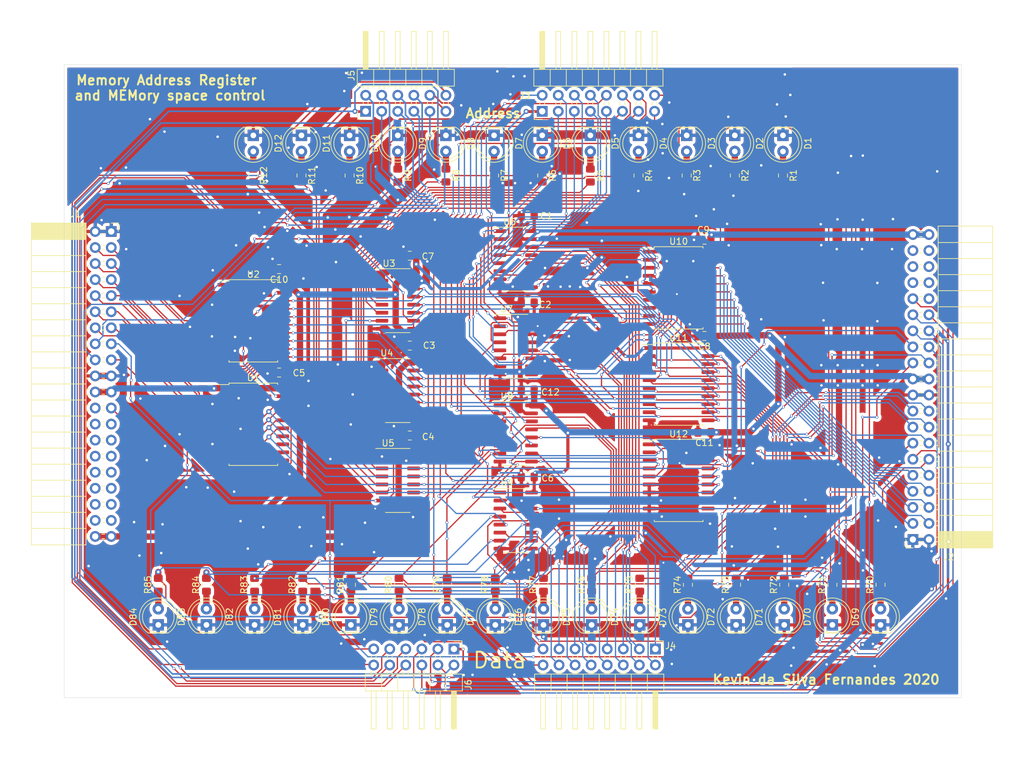
<source format=kicad_pcb>
(kicad_pcb (version 20201220) (generator pcbnew)
  (layers (0 "F.Cu" signal) (31 "B.Cu" signal) (34 "B.Paste" user) (35 "F.Paste" user) (36 "B.SilkS" user "B.Silkscreen") (37 "F.SilkS" user "F.Silkscreen") (38 "B.Mask" user) (39 "F.Mask" user) (44 "Edge.Cuts" user))
  (net 0 "")
  (net 1 "GND")
  (net 2 "+5V")
  (net 3 "Net-(D1-Pad2)")
  (net 4 "Net-(D2-Pad2)")
  (net 5 "Net-(D3-Pad2)")
  (net 6 "Net-(D4-Pad2)")
  (net 7 "Net-(D5-Pad2)")
  (net 8 "Net-(D6-Pad2)")
  (net 9 "Net-(D7-Pad2)")
  (net 10 "Net-(D8-Pad2)")
  (net 11 "Net-(D9-Pad2)")
  (net 12 "Net-(D10-Pad2)")
  (net 13 "Net-(D11-Pad2)")
  (net 14 "Net-(D12-Pad2)")
  (net 15 "MEMADDR0")
  (net 16 "MEMADDR1")
  (net 17 "MEMADDR2")
  (net 18 "MEMADDR3")
  (net 19 "MEMADDR4")
  (net 20 "MEMADDR5")
  (net 21 "MEMADDR6")
  (net 22 "MEMADDR7")
  (net 23 "MEMADDR8")
  (net 24 "MEMADDR9")
  (net 25 "MEMADDR10")
  (net 26 "MEMADDR11")
  (net 27 "~CONST")
  (net 28 "ADDR8")
  (net 29 "ADDR9")
  (net 30 "ADDR10")
  (net 31 "ADDR11")
  (net 32 "ADDR0")
  (net 33 "ADDR1")
  (net 34 "ADDR2")
  (net 35 "ADDR3")
  (net 36 "ADDR4")
  (net 37 "ADDR5")
  (net 38 "ADDR6")
  (net 39 "ADDR7")
  (net 40 "~MC")
  (net 41 "CLK")
  (net 42 "RAMOBUS3")
  (net 43 "ROM3")
  (net 44 "MEM3")
  (net 45 "RAMOBUS2")
  (net 46 "ROM2")
  (net 47 "MEM2")
  (net 48 "MEM1")
  (net 49 "ROM1")
  (net 50 "RAMOBUS1")
  (net 51 "MEM0")
  (net 52 "ROM0")
  (net 53 "RAMOBUS0")
  (net 54 "RAMOBUS7")
  (net 55 "ROM7")
  (net 56 "MEM7")
  (net 57 "RAMOBUS6")
  (net 58 "ROM6")
  (net 59 "MEM6")
  (net 60 "MEM5")
  (net 61 "ROM5")
  (net 62 "RAMOBUS5")
  (net 63 "MEM4")
  (net 64 "ROM4")
  (net 65 "RAMOBUS4")
  (net 66 "RAMOBUS11")
  (net 67 "ROM11")
  (net 68 "MEM11")
  (net 69 "RAMOBUS10")
  (net 70 "ROM10")
  (net 71 "MEM10")
  (net 72 "MEM9")
  (net 73 "ROM9")
  (net 74 "RAMOBUS9")
  (net 75 "MEM8")
  (net 76 "ROM8")
  (net 77 "RAMOBUS8")
  (net 78 "RAMOBUS15")
  (net 79 "ROM15")
  (net 80 "MEM15")
  (net 81 "RAMOBUS14")
  (net 82 "ROM14")
  (net 83 "MEM14")
  (net 84 "MEM13")
  (net 85 "ROM13")
  (net 86 "RAMOBUS13")
  (net 87 "MEM12")
  (net 88 "ROM12")
  (net 89 "RAMOBUS12")
  (net 90 "~MEMDO")
  (net 91 "DATA0")
  (net 92 "DATA1")
  (net 93 "DATA2")
  (net 94 "DATA3")
  (net 95 "DATA4")
  (net 96 "DATA5")
  (net 97 "DATA6")
  (net 98 "DATA7")
  (net 99 "~MEMAO")
  (net 100 "Net-(D69-Pad2)")
  (net 101 "Net-(D70-Pad2)")
  (net 102 "Net-(D71-Pad2)")
  (net 103 "Net-(D72-Pad2)")
  (net 104 "Net-(D73-Pad2)")
  (net 105 "Net-(D74-Pad2)")
  (net 106 "Net-(D75-Pad2)")
  (net 107 "Net-(D76-Pad2)")
  (net 108 "Net-(D77-Pad2)")
  (net 109 "Net-(D78-Pad2)")
  (net 110 "Net-(D79-Pad2)")
  (net 111 "Net-(D80-Pad2)")
  (net 112 "Net-(D81-Pad2)")
  (net 113 "Net-(D82-Pad2)")
  (net 114 "Net-(D83-Pad2)")
  (net 115 "Net-(D84-Pad2)")
  (footprint "LED_THT:LED_D5.0mm" (layer "F.Cu") (at 131.01 153.67 90)
    (fp_text reference "D80")
    (fp_text value "LED")
  )
  (footprint "Resistor_SMD:R_0805_2012Metric_Pad1.15x1.40mm_HandSolder" (layer "F.Cu") (at 161.29 82.55 -90)
    (fp_text reference "R6")
    (fp_text value "R")
  )
  (footprint "LED_THT:LED_D5.0mm" (layer "F.Cu") (at 176.53 76.2 -90)
    (fp_text reference "D4")
    (fp_text value "LED")
  )
  (footprint "Connector_PinSocket_2.54mm:PinSocket_2x20_P2.54mm_Horizontal" (layer "F.Cu") (at 219.95 140.15 180)
    (fp_text reference "J2")
    (fp_text value "Conn_02x20_Counter_Clockwise")
  )
  (footprint "Capacitor_SMD:C_0805_2012Metric_Pad1.15x1.40mm_HandSolder" (layer "F.Cu") (at 140.33 95.25 180)
    (fp_text reference "C7")
    (fp_text value "C")
  )
  (footprint "LED_THT:LED_D5.0mm" (layer "F.Cu") (at 138.63 153.67 90)
    (fp_text reference "D79")
    (fp_text value "LED")
  )
  (footprint "LED_THT:LED_D5.0mm" (layer "F.Cu") (at 161.29 76.2 -90)
    (fp_text reference "D6")
    (fp_text value "LED")
  )
  (footprint "Capacitor_SMD:C_0805_2012Metric_Pad1.15x1.40mm_HandSolder" (layer "F.Cu") (at 186.96 123.19 180)
    (fp_text reference "C11")
    (fp_text value "C")
  )
  (footprint "LED_THT:LED_D5.0mm" (layer "F.Cu") (at 153.67 76.2 -90)
    (fp_text reference "D7")
    (fp_text value "LED")
  )
  (footprint "LED_THT:LED_D5.0mm" (layer "F.Cu") (at 176.73 153.67 90)
    (fp_text reference "D74")
    (fp_text value "LED")
  )
  (footprint "LED_THT:LED_D5.0mm" (layer "F.Cu") (at 153.87 153.67 90)
    (fp_text reference "D77")
    (fp_text value "LED")
  )
  (footprint "Resistor_SMD:R_0805_2012Metric_Pad1.15x1.40mm_HandSolder" (layer "F.Cu") (at 123.39 147.32 90)
    (fp_text reference "R82")
    (fp_text value "R")
  )
  (footprint "Resistor_SMD:R_0805_2012Metric_Pad1.15x1.40mm_HandSolder" (layer "F.Cu") (at 146.25 147.32 90)
    (fp_text reference "R79")
    (fp_text value "R")
  )
  (footprint "Resistor_SMD:R_0805_2012Metric_Pad1.15x1.40mm_HandSolder" (layer "F.Cu") (at 199.59 147.32 90)
    (fp_text reference "R72")
    (fp_text value "R")
  )
  (footprint "Package_SO:SOP-16_3.9x9.9mm_P1.27mm" (layer "F.Cu") (at 138.43 116.586)
    (fp_text reference "U4")
    (fp_text value "74LS173")
  )
  (footprint "Resistor_SMD:R_0805_2012Metric_Pad1.15x1.40mm_HandSolder" (layer "F.Cu") (at 191.77 82.55 -90)
    (fp_text reference "R2")
    (fp_text value "R")
  )
  (footprint "LED_THT:LED_D5.0mm" (layer "F.Cu") (at 199.39 76.2 -90)
    (fp_text reference "D1")
    (fp_text value "LED")
  )
  (footprint "Resistor_SMD:R_0805_2012Metric_Pad1.15x1.40mm_HandSolder" (layer "F.Cu") (at 169.11 147.32 90)
    (fp_text reference "R76")
    (fp_text value "R")
  )
  (footprint "Package_SO:SOIC-20W_7.5x12.8mm_P1.27mm" (layer "F.Cu") (at 182.88 130.81)
    (fp_text reference "U12")
    (fp_text value "74LS245")
  )
  (footprint "Resistor_SMD:R_0805_2012Metric_Pad1.15x1.40mm_HandSolder" (layer "F.Cu") (at 123.19 82.55 -90)
    (fp_text reference "R11")
    (fp_text value "R")
  )
  (footprint "Resistor_SMD:R_0805_2012Metric_Pad1.15x1.40mm_HandSolder" (layer "F.Cu") (at 146.05 82.55 -90)
    (fp_text reference "R8")
    (fp_text value "R")
  )
  (footprint "Package_SO:SOP-16_3.9x9.9mm_P1.27mm" (layer "F.Cu") (at 138.43 102.362)
    (fp_text reference "U3")
    (fp_text value "74LS173")
  )
  (footprint "Resistor_SMD:R_0805_2012Metric_Pad1.15x1.40mm_HandSolder" (layer "F.Cu") (at 184.15 82.55 -90)
    (fp_text reference "R3")
    (fp_text value "R")
  )
  (footprint "LED_THT:LED_D5.0mm" (layer "F.Cu") (at 123.19 76.2 -90)
    (fp_text reference "D11")
    (fp_text value "LED")
  )
  (footprint "LED_THT:LED_D5.0mm" (layer "F.Cu") (at 115.57 76.2 -90)
    (fp_text reference "D12")
    (fp_text value "LED")
  )
  (footprint "LED_THT:LED_D5.0mm" (layer "F.Cu") (at 184.35 153.67 90)
    (fp_text reference "D73")
    (fp_text value "LED")
  )
  (footprint "Capacitor_SMD:C_0805_2012Metric_Pad1.15x1.40mm_HandSolder" (layer "F.Cu") (at 119.65 113.735554 180)
    (fp_text reference "C5")
    (fp_text value "C")
  )
  (footprint "Capacitor_SMD:C_0805_2012Metric_Pad1.15x1.40mm_HandSolder" (layer "F.Cu") (at 158.995 116.47714 180)
    (fp_text reference "C12")
    (fp_text value "C")
  )
  (footprint "Connector_PinHeader_2.54mm:PinHeader_2x08_P2.54mm_Horizontal" (layer "F.Cu") (at 161.29 72.39 90)
    (fp_text reference "J3")
    (fp_text value "Conn_02x08_Counter_Clockwise")
  )
  (footprint "Capacitor_SMD:C_0805_2012Metric_Pad1.15x1.40mm_HandSolder" (layer "F.Cu") (at 186.96 92.71 180)
    (fp_text reference "C9")
    (fp_text value "C")
  )
  (footprint "LED_THT:LED_D5.0mm" (layer "F.Cu") (at 214.83 153.67 90)
    (fp_text reference "D69")
    (fp_text value "LED")
  )
  (footprint "Resistor_SMD:R_0805_2012Metric_Pad1.15x1.40mm_HandSolder" (layer "F.Cu") (at 207.21 147.32 90)
    (fp_text reference "R71")
    (fp_text value "R")
  )
  (footprint "LED_THT:LED_D5.0mm" (layer "F.Cu") (at 191.97 153.67 90)
    (fp_text reference "D72")
    (fp_text value "LED")
  )
  (footprint "LED_THT:LED_D5.0mm" (layer "F.Cu") (at 115.77 153.67 90)
    (fp_text reference "D82")
    (fp_text value "LED")
  )
  (footprint "LED_THT:LED_D5.0mm" (layer "F.Cu") (at 146.25 153.67 90)
    (fp_text reference "D78")
    (fp_text value "LED")
  )
  (footprint "Capacitor_SMD:C_0805_2012Metric_Pad1.15x1.40mm_HandSolder" (layer "F.Cu") (at 119.65 97.366666 180)
    (fp_text reference "C10")
    (fp_text value "C")
  )
  (footprint "Resistor_SMD:R_0805_2012Metric_Pad1.15x1.40mm_HandSolder" (layer "F.Cu") (at 130.81 82.55 -90)
    (fp_text reference "R10")
    (fp_text value "R")
  )
  (footprint "Resistor_SMD:R_0805_2012Metric_Pad1.15x1.40mm_HandSolder" (layer "F.Cu") (at 184.35 147.32 90)
    (fp_text reference "R74")
    (fp_text value "R")
  )
  (footprint "Capacitor_SMD:C_0805_2012Metric_Pad1.15x1.40mm_HandSolder" (layer "F.Cu") (at 158.995 102.68857 180)
    (fp_text reference "C2")
    (fp_text value "C")
  )
  (footprint "LED_THT:LED_D5.0mm" (layer "F.Cu") (at 130.81 76.2 -90)
    (fp_text reference "D10")
    (fp_text value "LED")
  )
  (footprint "Package_SO:SOIC-20W_7.5x12.8mm_P1.27mm" (layer "F.Cu") (at 182.88 115.57)
    (fp_text reference "U11")
    (fp_text value "74LS245")
  )
  (footprint "LED_THT:LED_D5.0mm" (layer "F.Cu") (at 169.11 153.67 90)
    (fp_text reference "D75")
    (fp_text value "LED")
  )
  (footprint "LED_THT:LED_D5.0mm" (layer "F.Cu") (at 138.43 76.2 -90)
    (fp_text reference "D9")
    (fp_text value "LED")
  )
  (footprint "Package_SO:SOIC-20W_7.5x12.8mm_P1.27mm" (layer "F.Cu") (at 115.57 121.92)
    (fp_text reference "U1")
    (fp_text value "74LS245")
  )
  (footprint "Resistor_SMD:R_0805_2012Metric_Pad1.15x1.40mm_HandSolder" (layer "F.Cu") (at 153.87 147.32 90)
    (fp_text reference "R78")
    (fp_text value "R")
  )
  (footprint "Capacitor_SMD:C_0805_2012Metric_Pad1.15x1.40mm_HandSolder" (layer "F.Cu") (at 158.995 130.26571 180)
    (fp_text reference "C6")
    (fp_text value "C")
  )
  (footprint "Capacitor_SMD:C_0805_2012Metric_Pad1.15x1.40mm_HandSolder" (layer "F.Cu") (at 186.96 107.95 180)
    (fp_text reference "C8")
    (fp_text value "C")
  )
  (footprint "Capacitor_SMD:C_0805_2012Metric_Pad1.15x1.40mm_HandSolder" (layer "F.Cu") (at 140.33 123.698 180)
    (fp_text reference "C4")
    (fp_text value "C")
  )
  (footprint "Capacitor_SMD:C_0805_2012Metric_Pad1.15x1.40mm_HandSolder" (layer "F.Cu") (at 140.33 109.474 180)
    (fp_text reference "C3")
    (fp_text value "C")
  )
  (footprint "Resistor_SMD:R_0805_2012Metric_Pad1.15x1.40mm_HandSolder" (layer "F.Cu") (at 108.15 147.32 90)
    (fp_text reference "R84")
    (fp_text value "R")
  )
  (footprint "LED_THT:LED_D5.0mm" (layer "F.Cu") (at 123.39 153.67 90)
    (fp_text reference "D81")
    (fp_text value "LED")
  )
  (footprint "Package_SO:SOP-16_3.9x9.9mm_P1.27mm" (layer "F.Cu") (at 157.095 123.371425)
    (fp_text reference "U8")
    (fp_text value "74LS157")
  )
  (footprint "Resistor_SMD:R_0805_2012Metric_Pad1.15x1.40mm_HandSolder" (layer "F.Cu") (at 214.83 147.32 90)
    (fp_text reference "R70")
    (fp_text value "R")
  )
  (footprint "Package_SO:SOP-16_3.9x9.9mm_P1.27mm" (layer "F.Cu") (at 157.095 109.582855)
    (fp_text reference "U7")
    (fp_text value "74LS157")
  )
  (footprint "Resistor_SMD:R_0805_2012Metric_Pad1.15x1.40mm_HandSolder" (layer "F.Cu") (at 176.53 82.55 -90)
    (fp_text reference "R4")
    (fp_text value "R")
  )
  (footprint "LED_THT:LED_D5.0mm" (layer "F.Cu") (at 146.05 76.2 -90)
    (fp_text reference "D8")
    (fp_text value "LED")
  )
  (footprint "Resistor_SMD:R_0805_2012Metric_Pad1.15x1.40mm_HandSolder" (layer "F.Cu") (at 161.49 147.32 90)
    (fp_text reference "R77")
    (fp_text value "R")
  )
  (footprint "Package_SO:SOP-16_3.9x9.9mm_P1.27mm" (layer "F.Cu") (at 157.095 95.794285)
    (fp_text reference "U6")
    (fp_text value "74LS157")
  )
  (footprint "Resistor_SMD:R_0805_2012Metric_Pad1.15x1.40mm_HandSolder" (layer "F.Cu") (at 100.53 147.32 90)
    (fp_text reference "R85")
    (fp_text value "R")
  )
  (footprint "LED_THT:LED_D5.0mm" (layer "F.Cu") (at 184.15 76.2 -90)
    (fp_text reference "D3")
    (fp_text value "LED")
  )
  (footprint "LED_THT:LED_D5.0mm" (layer "F.Cu") (at 161.49 153.67 90)
    (fp_text reference "D76")
    (fp_text value "LED")
  )
  (footprint "Resistor_SMD:R_0805_2012Metric_Pad1.15x1.40mm_HandSolder" (layer "F.Cu") (at 168.91 82.55 -90)
    (fp_text reference "R5")
    (fp_text value "R")
  )
  (footprint "Resistor_SMD:R_0805_2012Metric_Pad1.15x1.40mm_HandSolder" (layer "F.Cu") (at 138.43 82.55 -90)
    (fp_text reference "R9")
    (fp_text value "R")
  )
  (footprint "Resistor_SMD:R_0805_2012Metric_Pad1.15x1.40mm_HandSolder" (layer "F.Cu") (at 153.67 82.55 -90)
    (fp_text reference "R7")
    (fp_text value "R")
  )
  (footprint "Connector_PinHeader_2.54mm:PinHeader_2x06_P2.54mm_Horizontal" (layer "F.Cu") (at 147.32 157.48 -90)
    (fp_text reference "J6")
    (fp_text value "Conn_02x06_Counter_Clockwise")
  )
  (footprint "Package_SO:SOP-16_3.9x9.9mm_P1.27mm" (layer "F.Cu") (at 157.095 137.16)
    (fp_text reference "U9")
    (fp_text value "74LS157")
  )
  (footprint "Package_SO:SOIC-20W_7.5x12.8mm_P1.27mm" (layer "F.Cu") (at 115.57 105.55111)
    (fp_text reference "U2")
    (fp_text value "74LS245")
  )
  (footprint "LED_THT:LED_D5.0mm" (layer "F.Cu") (at 207.21 153.67 90)
    (fp_text reference "D70")
    (fp_text value "LED")
  )
  (footprint "Resistor_SMD:R_0805_2012Metric_Pad1.15x1.40mm_HandSolder" (layer "F.Cu") (at 115.77 147.32 90)
    (fp_text reference "R83")
    (fp_text value "R")
  )
  (footprint "Connector_PinSocket_2.54mm:PinSocket_2x20_P2.54mm_Horizontal" (layer "F.Cu") (at 93.09 91.41)
    (fp_text reference "J1")
    (fp_text value "Conn_02x20_Counter_Clockwise")
  )
  (footprint "Package_SO:SOP-16_3.9x9.9mm_P1.27mm" (layer "F.Cu") (at 138.43 130.81)
    (fp_text reference "U5")
    (fp_text value "74LS173")
  )
  (footprint "LED_THT:LED_D5.0mm" (layer "F.Cu") (at 168.91 76.2 -90)
    (fp_text reference "D5")
    (fp_text value "LED")
  )
  (footprint "Resistor_SMD:R_0805_2012Metric_Pad1.15x1.40mm_HandSolder" (layer "F.Cu") (at 138.63 147.32 90)
    (fp_text reference "R80")
    (fp_text value "R")
  )
  (footprint "LED_THT:LED_D5.0mm" (layer "F.Cu") (at 108.15 153.67 90)
    (fp_text reference "D83")
    (fp_text value "LED")
  )
  (footprint "Connector_PinHeader_2.54mm:PinHeader_2x06_P2.54mm_Horizontal" (layer "F.Cu") (at 133.35 72.39 90)
    (fp_text reference "J5")
    (fp_text value "Conn_02x06_Counter_Clockwise")
  )
  (footprint "Resistor_SMD:R_0805_2012Metric_Pad1.15x1.40mm_HandSolder" (layer "F.Cu") (at 176.73 147.32 90)
    (fp_text reference "R75")
    (fp_text value "R")
  )
  (footprint "Package_SO:SOIC-20W_7.5x12.8mm_P1.27mm" (layer "F.Cu") (at 182.88 100.33)
    (fp_text reference "U10")
    (fp_text value "74LS245")
  )
  (footprint "Capacitor_SMD:C_0805_2012Metric_Pad1.15x1.40mm_HandSolder" (layer "F.Cu") (at 158.995 88.9 180)
    (fp_text reference "C1")
    (fp_text value "C")
  )
  (footprint "Resistor_SMD:R_0805_2012Metric_Pad1.15x1.40mm_HandSolder" (layer "F.Cu") (at 131.01 147.32 90)
    (fp_text reference "R81")
    (fp_text value "R")
  )
  (footprint "Resistor_SMD:R_0805_2012Metric_Pad1.15x1.40mm_HandSolder" (layer "F.Cu") (at 199.39 82.55 -90)
    (fp_text reference "R1")
    (fp_text value "R")
  )
  (footprint "LED_THT:LED_D5.0mm" (layer "F.Cu") (at 199.59 153.67 90)
    (fp_text reference "D71")
    (fp_text value "LED")
  )
  (footprint "LED_THT:LED_D5.0mm" (layer "F.Cu") (at 191.77 76.2 -90)
    (fp_text reference "D2")
    (fp_text value "LED")
  )
  (footprint "Connector_PinHeader_2.54mm:PinHeader_2x08_P2.54mm_Horizontal" (layer "F.Cu") (at 179.197 157.48 -90)
    (fp_text reference "J4")
    (fp_text value "Conn_02x08_Counter_Clockwise")
  )
  (footprint "Resistor_SMD:R_0805_2012Metric_Pad1.15x1.40mm_HandSolder" (layer "F.Cu") (at 191.97 147.32 90)
    (fp_text reference "R73")
    (fp_text value "R")
  )
  (footprint "Resistor_SMD:R_0805_2012Metric_Pad1.15x1.40mm_HandSolder" (layer "F.Cu") (at 115.57 82.55 -90)
    (fp_text reference "R12")
    (fp_text value "R")
  )
  (footprint "LED_THT:LED_D5.0mm" (layer "F.Cu") (at 100.53 153.67 90)
    (fp_text reference "D84")
    (fp_text value "LED")
  )
  (gr_line (start 227.63 73.66) (end 227.63 156.27) (layer "Edge.Cuts") (width 0.05))
  (gr_line (start 227.63 161.58) (end 227.63 156.32) (layer "Edge.Cuts") (width 0.05))
  (gr_line (start 85.63 161.58) (end 85.63 165.18) (layer "Edge.Cuts") (width 0.05))
  (gr_line (start 227.63 161.58) (end 227.63 165.18) (layer "Edge.Cuts") (width 0.05))
  (gr_line (start 227.63 68.58) (end 227.63 73.66) (layer "Edge.Cuts") (width 0.05))
  (gr_line (start 85.63 68.58) (end 85.63 161.58) (layer "Edge.Cuts") (width 0.05))
  (gr_line (start 85.63 64.98) (end 227.63 64.98) (layer "Edge.Cuts") (width 0.05))
  (gr_line (start 85.63 165.18) (end 227.63 165.18) (layer "Edge.Cuts") (width 0.05))
  (gr_line (start 227.63 156.27) (end 227.63 156.32) (layer "Edge.Cuts") (width 0.05))
  (gr_line (start 227.63 64.98) (end 227.63 68.58) (layer "Edge.Cuts") (width 0.05))
  (gr_line (start 85.63 64.98) (end 85.63 68.58) (layer "Edge.Cuts") (width 0.05))
  (gr_text "Memory Address Register \nand MEMory space control" (at 102.4 68.68) (layer "F.SilkS") (effects (font (size 1.5 1.5) (thickness 0.3))))
  (gr_text "Data\n" (at 154.57 159.27) (layer "F.SilkS") (effects (font (size 2.5 2.5) (thickness 0.3))))
  (gr_text "Kevin da Silva Fernandes 2020" (at 206.22 162.32) (layer "F.SilkS") (effects (font (size 1.5 1.5) (thickness 0.3))))
  (gr_text "Address\n" (at 153.54 72.72) (layer "F.SilkS") (effects (font (size 1.5 1.5) (thickness 0.3))))
  (segment (start 178.23 131.445) (end 178.23 136.525) (width 0.5) (layer "F.Cu") (net 1))
  (segment (start 183.02 123.19) (end 183.02 124.27) (width 0.5) (layer "F.Cu") (net 1))
  (segment (start 135.93 112.141) (end 136.638 112.141) (width 1) (layer "F.Cu") (net 1))
  (segment (start 135.93 112.141) (end 135.93 112.76) (width 1) (layer "F.Cu") (net 1))
  (segment (start 109.895 122.555) (end 110.92 122.555) (width 0.5) (layer "F.Cu") (net 1))
  (segment (start 110.92 120.015) (end 109.855 120.015) (width 0.5) (layer "F.Cu") (net 1))
  (segment (start 165.47 111.93) (end 165.65 111.75) (width 0.2) (layer "F.Cu") (net 1))
  (segment (start 183.02 123.19) (end 185.935 123.19) (width 0.5) (layer "F.Cu") (net 1))
  (segment (start 161.74 107.99) (end 161.64 107.89) (width 0.2) (layer "F.Cu") (net 1))
  (segment (start 135.93 106.807) (end 136.638 106.807) (width 1) (layer "F.Cu") (net 1))
  (segment (start 110.885 118.71) (end 110.92 118.745) (width 0.5) (layer "F.Cu") (net 1))
  (segment (start 159.595 133.985) (end 158.045 133.985) (width 0.5) (layer "F.Cu") (net 1))
  (segment (start 134.29 112.82) (end 135.87 112.82) (width 1) (layer "F.Cu") (net 1))
  (segment (start 155.04 83.76) (end 155.03 83.75) (width 0.5) (layer "F.Cu") (net 1))
  (segment (start 134.9 81.15) (end 134.9 79.73) (width 0.2) (layer "F.Cu") (net 1))
  (segment (start 172.78 76.2) (end 168.91 76.2) (width 1) (layer "F.Cu") (net 1))
  (segment (start 110.29611 103) (end 110.92 102.37611) (width 1) (layer "F.Cu") (net 1))
  (segment (start 134.9 79.73) (end 138.43 76.2) (width 0.2) (layer "F.Cu") (net 1))
  (segment (start 178.23 121.285) (end 180.135 123.19) (width 0.5) (layer "F.Cu") (net 1))
  (segment (start 154.595 143.085) (end 156.86 145.35) (width 1) (layer "F.Cu") (net 1))
  (segment (start 109.855 120.015) (end 109.347 120.523) (width 0.5) (layer "F.Cu") (net 1))
  (segment (start 157.43 104.94) (end 157.43 103.22857) (width 1) (layer "F.Cu") (net 1))
  (segment (start 136.638 106.807) (end 137.8855 108.0545) (width 1) (layer "F.Cu") (net 1))
  (segment (start 137.8855 108.0545) (end 139.305 109.474) (width 1) (layer "F.Cu") (net 1))
  (segment (start 157.97 113.88) (end 157.69 113.6) (width 0.5) (layer "F.Cu") (net 1))
  (segment (start 110.92 101.10611) (end 110.92 104.91611) (width 0.5) (layer "F.Cu") (net 1))
  (segment (start 189.35 125.35) (end 192.04 125.35) (width 0.5) (layer "F.Cu") (net 1))
  (segment (start 118.61 97.351666) (end 118.625 97.366666) (width 1) (layer "F.Cu") (net 1))
  (segment (start 168.91 76.2) (end 161.29 76.2) (width 1) (layer "F.Cu") (net 1))
  (segment (start 122.9 138.2) (end 125.11 138.2) (width 1) (layer "F.Cu") (net 1))
  (segment (start 202.946 133.858) (end 202.946 136.525) (width 1) (layer "F.Cu") (net 1))
  (segment (start 110.92 120.015) (end 110.92 117.475) (width 0.5) (layer "F.Cu") (net 1))
  (segment (start 154.704285 100.13) (end 154.595 100.239285) (width 1) (layer "F.Cu") (net 1))
  (segment (start 179.959 131.445) (end 183.02 128.384) (width 0.5) (layer "F.Cu") (net 1))
  (segment (start 109.1 118.71) (end 110.885 118.71) (width 0.5) (layer "F.Cu") (net 1))
  (segment (start 135.93 97.917) (end 136.638 97.917) (width 1) (layer "F.Cu") (net 1))
  (segment (start 154.595 141.605) (end 154.595 143.085) (width 1) (layer "F.Cu") (net 1))
  (segment (start 178.23 131.445) (end 179.959 131.445) (width 0.5) (layer "F.Cu") (net 1))
  (segment (start 110.20389 108.01) (end 110.92 108.72611) (width 1) (layer "F.Cu") (net 1))
  (segment (start 178.23 136.525) (end 180.213 136.525) (width 0.5) (layer "F.Cu") (net 1))
  (segment (start 135.93 97.917) (end 135.93 99.187) (width 1) (layer "F.Cu") (net 1))
  (segment (start 164.11 82.39) (end 162.79 81.07) (width 0.5) (layer "F.Cu") (net 1))
  (segment (start 110.92 106.18611) (end 110.92 111.26611) (width 0.5) (layer "F.Cu") (net 1))
  (segment (start 109.02 108.01) (end 110.36611 108.01) (width 1) (layer "F.Cu") (net 1))
  (segment (start 192.04 125.35) (end 192.08 125.31) (width 0.5) (layer "F.Cu") (net 1))
  (segment (start 109.02 108.01) (end 110.20389 108.01) (width 1) (layer "F.Cu") (net 1))
  (segment (start 157.97 119.571425) (end 157.97 116.47714) (width 0.5) (layer "F.Cu") (net 1))
  (segment (start 158.02 130.31571) (end 157.97 130.26571) (width 0.5) (layer "F.Cu") (net 1))
  (segment (start 179.83 105.47) (end 179.83 104.09) (width 0.25) (layer "F.Cu") (net 1))
  (segment (start 110.92 125.095) (end 109.145 125.095) (width 0.5) (layer "F.Cu") (net 1))
  (segment (start 139.305 93.835) (end 139.33 93.81) (width 1) (layer "F.Cu") (net 1))
  (segment (start 135.93 127.02) (end 135.93 126.365) (width 0.5) (layer "F.Cu") (net 1))
  (segment (start 135.93 127.635) (end 135.93 127.02) (width 0.5) (layer "F.Cu") (net 1))
  (segment (start 93.09 114.27) (end 90.55 114.27) (width 1) (layer "F.Cu") (net 1))
  (segment (start 112.69 108.1) (end 112.69 110.25) (width 0.5) (layer "F.Cu") (net 1))
  (segment (start 161.7 111.93) (end 165.47 111.93) (width 0.2) (layer "F.Cu") (net 1))
  (segment (start 157 83.76) (end 155.04 83.76) (width 0.5) (layer "F.Cu") (net 1))
  (segment (start 157.43 103.22857) (end 157.97 102.68857) (width 1) (layer "F.Cu") (net 1))
  (segment (start 110.27389 103) (end 110.92 103.64611) (width 1) (layer "F.Cu") (net 1))
  (segment (start 135.87 112.82) (end 135.93 112.76) (width 1) (layer "F.Cu") (net 1))
  (segment (start 157.97 88.9) (end 157.97 92.220285) (width 0.5) (layer "F.Cu") (net 1))
  (segment (start 157.97 92.220285) (end 158.369 92.619285) (width 0.5) (layer "F.Cu") (net 1))
  (segment (start 154.48 127.931425) (end 154.48 129.58) (width 0.25) (layer "F.Cu") (net 1))
  (segment (start 155.01 72.7) (end 153.54 71.23) (width 0.5) (layer "F.Cu") (net 1))
  (segment (start 158.045 133.985) (end 158.02 134.01) (width 0.5) (layer "F.Cu") (net 1))
  (segment (start 161.74 97.19) (end 168.44 97.19) (width 0.5) (layer "F.Cu") (net 1))
  (segment (start 157.97 116.47714) (end 157.97 113.88) (width 0.5) (layer "F.Cu") (net 1))
  (segment (start 127.8 127.45) (end 127.76 127.41) (width 1) (layer "F.Cu") (net 1))
  (segment (start 178.365 132.715) (end 178.23 132.715) (width 0.5) (layer "F.Cu") (net 1))
  (segment (start 109.145 125.095) (end 109.1 125.05) (width 0.5) (layer "F.Cu") (net 1))
  (segment (start 178.23 133.985) (end 180.086 133.985) (width 0.5) (layer "F.Cu") (net 1))
  (segment (start 118.61 95.74) (end 118.61 97.351666) (width 1) (layer "F.Cu") (net 1))
  (segment (start 127.8 135.51) (end 127.8 127.45) (width 1) (layer "F.Cu") (net 1))
  (segment (start 170.7 95.51) (end 170.7 93.04) (width 0.5) (layer "F.Cu") (net 1))
  (segment (start 109.05 103) (end 110.29611 103) (width 1) (layer "F.Cu") (net 1))
  (segment (start 159.595 120.196425) (end 158.595 120.196425) (width 0.5) (layer "F.Cu") (net 1))
  (segment (start 179.255 106.045) (end 179.83 105.47) (width 0.25) (layer "F.Cu") (net 1))
  (segment (start 135.93 112.76) (end 135.93 113.411) (width 1) (layer "F.Cu") (net 1))
  (segment (start 156.62 100.13) (end 154.704285 100.13) (width 1) (layer "F.Cu") (net 1))
  (segment (start 136.638 97.917) (end 139.305 95.25) (width 1) (layer "F.Cu") (net 1))
  (segment (start 109.347 122.007) (end 109.895 122.555) (width 0.5) (layer "F.Cu") (net 1))
  (segment (start 158.369 92.619285) (end 159.595 92.619285) (width 0.5) (layer "F.Cu") (net 1))
  (segment (start 154.541425 127.87) (end 154.595 127.816425) (width 0.5) (layer "F.Cu") (net 1))
  (segment (start 109.05 103) (end 110.27389 103) (width 1) (layer "F.Cu") (net 1))
  (segment (start 193.875 146.525) (end 193.875 146.35) (width 0.2) (layer "F.Cu") (net 1))
  (segment (start 125.11 138.2) (end 127.8 135.51) (width 1) (layer "F.Cu") (net 1))
  (segment (start 112.69 110.25) (end 112.65 110.29) (width 0.5) (layer "F.Cu") (net 1))
  (segment (start 170.7 93.04) (end 170.86 92.88) (width 0.5) (layer "F.Cu") (net 1))
  (segment (start 136.638 112.141) (end 139.305 109.474) (width 1) (layer "F.Cu") (net 1))
  (segment (start 110.92 127.635) (end 110.92 122.555) (width 0.5) (layer "F.Cu") (net 1))
  (segment (start 110.36611 108.01) (end 110.92 107.45611) (width 1) (layer "F.Cu") (net 1))
  (segment (start 154.48 129.58) (end 154.46 129.6) (width 0.25) (layer "F.Cu") (net 1))
  (segment (start 165.41 107.89) (end 165.51 107.99) (width 0.5) (layer "F.Cu") (net 1))
  (segment (start 180.135 123.19) (end 183.02 123.19) (width 0.5) (layer "F.Cu") (net 1))
  (segment (start 158.02 134.01) (end 158.02 130.31571) (width 0.5) (layer "F.Cu") (net 1))
  (segment (start 157.97 102.68857) (end 157.97 101.48) (width 1) (layer "F.Cu") (net 1))
  (segment (start 157.97 101.48) (end 156.62 100.13) (width 1) (layer "F.Cu") (net 1))
  (segment (start 161.64 107.89) (end 165.41 107.89) (width 0.5) (layer "F.Cu") (net 1))
  (segment (start 158.595 120.196425) (end 157.97 119.571425) (width 0.5) (layer "F.Cu") (net 1))
  (segment (start 139.305 95.25) (end 139.305 93.835) (width 1) (layer "F.Cu") (net 1))
  (segment (start 197.625 146.55) (end 197.625 146.475) (width 0.2) (layer "F.Cu") (net 1))
  (segment (start 178.23 106.045) (end 179.255 106.045) (width 0.25) (layer "F.Cu") (net 1))
  (segment (start 109.347 120.523) (end 109.347 122.007) (width 0.5) (layer "F.Cu") (net 1))
  (segment (start 183.02 128.384) (end 183.02 128.06) (width 0.5) (layer "F.Cu") (net 1))
  (segment (start 154.595 127.816425) (end 154.48 127.931425) (width 0.25) (layer "F.Cu") (net 1))
  (segment (start 135.93 121.031) (end 136.638 121.031) (width 1) (layer "F.Cu") (net 1))
  (segment (start 136.638 121.031) (end 137.8185 122.2115) (width 1) (layer "F.Cu") (net 1))
  (segment (start 137.8185 122.2115) (end 139.305 123.698) (width 1) (layer "F.Cu") (net 1))
  (segment (start 156.65 72.7) (end 155.01 72.7) (width 0.5) (layer "F.Cu") (net 1))
  (via (at 195.95 80.95) (size 0.8) (drill 0.4) (layers "F.Cu" "B.Cu") (net 1))
  (via (at 123.5 98.85) (size 0.8) (drill 0.4) (layers "F.Cu" "B.Cu") (net 1))
  (via (at 164.65 142.825) (size 0.45) (drill 0.3) (layers "F.Cu" "B.Cu") (net 1))
  (via (at 216.8 89.45) (size 0.8) (drill 0.4) (layers "F.Cu" "B.Cu") (net 1))
  (via (at 101.6 125.35) (size 0.8) (drill 0.4) (layers "F.Cu" "B.Cu") (net 1))
  (via (at 133.25 137.5) (size 0.8) (drill 0.4) (layers "F.Cu" "B.Cu") (net 1))
  (via (at 159.1 143.4) (size 0.8) (drill 0.4) (layers "F.Cu" "B.Cu") (net 1))
  (via (at 202.946 133.858) (size 0.8) (drill 0.4) (layers "F.Cu" "B.Cu") (net 1))
  (via (at 214.33 99.55) (size 0.8) (drill 0.4) (layers "F.Cu" "B.Cu") (net 1))
  (via (at 140.85 136.6) (size 0.8) (drill 0.4) (layers "F.Cu" "B.Cu") (net 1))
  (via (at 129.6 140.9) (size 0.8) (drill 0.4) (layers "F.Cu" "B.Cu") (net 1))
  (via (at 214.36 112.57) (size 0.8) (drill 0.4) (layers "F.Cu" "B.Cu") (net 1))
  (via (at 214.38 115.77) (size 0.8) (drill 0.4) (layers "F.Cu" "B.Cu") (net 1))
  (via (at 124.3 119) (size 0.8) (drill 0.4) (layers "F.Cu" "B.Cu") (net 1))
  (via (at 163.95 136.85) (size 0.8) (drill 0.4) (layers "F.Cu" "B.Cu") (net 1))
  (via (at 168.44 97.19) (size 0.8) (drill 0.4) (layers "F.Cu" "B.Cu") (net 1))
  (via (at 184.65 106.1) (size 0.8) (drill 0.4) (layers "F.Cu" "B.Cu") (net 1))
  (via (at 97.55 142.7) (size 0.8) (drill 0.4) (layers "F.Cu" "B.Cu") (net 1))
  (via (at 142.13 113.25) (size 0.8) (drill 0.4) (layers "F.Cu" "B.Cu") (net 1))
  (via (at 205.325 125.675) (size 0.8) (drill 0.4) (layers "F.Cu" "B.Cu") (net 1))
  (via (at 208.43 157.68) (size 0.8) (drill 0.4) (layers "F.Cu" "B.Cu") (net 1))
  (via (at 95.1 114.1) (size 0.8) (drill 0.4) (layers "F.Cu" "B.Cu") (net 1))
  (via (at 180.086 133.985) (size 0.8) (drill 0.4) (layers "F.Cu" "B.Cu") (net 1))
  (via (at 117.15 138.2) (size 0.8) (drill 0.4) (layers "F.Cu" "B.Cu") (net 1))
  (via (at 159.2 150.9) (size 0.8) (drill 0.4) (layers "F.Cu" "B.Cu") (net 1))
  (via (at 155.8 157.25) (size 0.8) (drill 0.4) (layers "F.Cu" "B.Cu") (net 1))
  (via (at 89.5 144.35) (size 0.8) (drill 0.4) (layers "F.Cu" "B.Cu") (net 1))
  (via (at 170.7 95.51) (size 0.8) (drill 0.4) (layers "F.Cu" "B.Cu") (net 1))
  (via (at 181.8 159.85) (size 0.8) (drill 0.4) (layers "F.Cu" "B.Cu") (net 1))
  (via (at 217.25 138.15) (size 0.8) (drill 0.4) (layers "F.Cu" "B.Cu") (net 1))
  (via (at 172.78 76.2) (size 0.8) (drill 0.4) (layers "F.Cu" "B.Cu") (net 1))
  (via (at 169.65 143.2) (size 0.8) (drill 0.4) (layers "F.Cu" "B.Cu") (net 1))
  (via (at 205.73 99.52) (size 0.8) (drill 0.4) (layers "F.Cu" "B.Cu") (net 1))
  (via (at 131.3 117.2) (size 0.8) (drill 0.4) (layers "F.Cu" "B.Cu") (net 1))
  (via (at 147.85 76.1) (size 0.8) (drill 0.4) (layers "F.Cu" "B.Cu") (net 1))
  (via (at 214.33 105.61) (size 0.8) (drill 0.4) (layers "F.Cu" "B.Cu") (net 1))
  (via (at 191.8 133.6) (size 0.8) (drill 0.4) (layers "F.Cu" "B.Cu") (net 1))
  (via (at 161.5 155.55) (size 0.8) (drill 0.4) (layers "F.Cu" "B.Cu") (net 1))
  (via (at 158.05 76.1) (size 0.8) (drill 0.4) (layers "F.Cu" "B.Cu") (net 1))
  (via (at 181.4 71) (size 0.8) (drill 0.4) (layers "F.Cu" "B.Cu") (net 1))
  (via (at 191.6 144.25) (size 0.8) (drill 0.4) (layers "F.Cu" "B.Cu") (net 1))
  (via (at 131 121.95) (size 0.8) (drill 0.4) (layers "F.Cu" "B.Cu") (net 1))
  (via (at 150.26 161.57) (size 0.8) (drill 0.4) (layers "F.Cu" "B.Cu") (net 1))
  (via (at 212 156.8) (size 0.8) (drill 0.4) (layers "F.Cu" "B.Cu") (net 1))
  (via (at 122.9 138.2) (size 0.8) (drill 0.4) (layers "F.Cu" "B.Cu") (net 1))
  (via (at 133.13 155.94) (size 0.8) (drill 0.4) (layers "F.Cu" "B.Cu") (net 1))
  (via (at 161.74 97.19) (size 0.8) (drill 0.4) (layers "F.Cu" "B.Cu") (net 1))
  (via (at 160.57 106.38) (size 0.45) (drill 0.3) (layers "F.Cu" "B.Cu") (net 1))
  (via (at 117.9 93.9) (size 0.8) (drill 0.4) (layers "F.Cu" "B.Cu") (net 1))
  (via (at 158.04 88.34) (size 0.45) (drill 0.3) (layers "F.Cu" "B.Cu") (net 1))
  (via (at 156.2 154.35) (size 0.8) (drill 0.4) (layers "F.Cu" "B.Cu") (net 1))
  (via (at 198.15 138.45) (size 0.8) (drill 0.4) (layers "F.Cu" "B.Cu") (net 1))
  (via (at 189.35 125.225) (size 0.8) (drill 0.4) (layers "F.Cu" "B.Cu") (net 1))
  (via (at 185.82 107.03) (size 0.8) (drill 0.4) (layers "F.Cu" "B.Cu") (net 1))
  (via (at 165.65 111.75) (size 0.8) (drill 0.4) (layers "F.Cu" "B.Cu") (net 1))
  (via (at 216.65 94.2) (size 0.8) (drill 0.4) (layers "F.Cu" "B.Cu") (net 1))
  (via (at 222.9 147.95) (size 0.8) (drill 0.4) (layers "F.Cu" "B.Cu") (net 1))
  (via (at 157.95 129.6) (size 0.45) (drill 0.3) (layers "F.Cu" "B.Cu") (net 1))
  (via (at 202.946 136.525) (size 0.8) (drill 0.4) (layers "F.Cu" "B.Cu") (net 1))
  (via (at 188.45 87.9) (size 0.8) (drill 0.4) (layers "F.Cu" "B.Cu") (net 1))
  (via (at 114.7 141.6) (size 0.8) (drill 0.4) (layers "F.Cu" "B.Cu") (net 1))
  (via (at 205.46 112.57) (size 0.8) (drill 0.4) (layers "F.Cu" "B.Cu") (net 1))
  (via (at 205.48 115.77) (size 0.8) (drill 0.4) (layers "F.Cu" "B.Cu") (net 1))
  (via (at 195.95 105.3) (size 0.8) (drill 0.4) (layers "F.Cu" "B.Cu") (net 1))
  (via (at 98.7 127.6) (size 0.8) (drill 0.4) (layers "F.Cu" "B.Cu") (net 1))
  (via (at 103.9 101.6) (size 0.8) (drill 0.4) (layers "F.Cu" "B.Cu") (net 1))
  (via (at 126.65 136.65) (size 0.8) (drill 0.4) (layers "F.Cu" "B.Cu") (net 1))
  (via (at 101.2 137.75) (size 0.8) (drill 0.4) (layers "F.Cu" "B.Cu") (net 1))
  (via (at 96.7 137.4) (size 0.8) (drill 0.4) (layers "F.Cu" "B.Cu") (net 1))
  (via (at 212.05 141.86) (size 0.8) (drill 0.4) (layers "F.Cu" "B.Cu") (net 1))
  (via (at 113.55 137.25) (size 0.8) (drill 0.4) (layers "F.Cu" "B.Cu") (net 1))
  (via (at 194.8 162.37) (size 0.8) (drill 0.4) (layers "F.Cu" "B.Cu") (net 1))
  (via (at 217.84 127.77) (size 0.8) (drill 0.4) (layers "F.Cu" "B.Cu") (net 1))
  (via (at 207.9 94.2) (size 0.8) (drill 0.4) (layers "F.Cu" "B.Cu") (net 1))
  (via (at 120.95 91.3) (size 0.8) (drill 0.4) (layers "F.Cu" "B.Cu") (net 1))
  (via (at 127.35 89.2) (size 0.8) (drill 0.4) (layers "F.Cu" "B.Cu") (net 1))
  (via (at 190.8 93.6) (size 0.8) (drill 0.4) (layers "F.Cu" "B.Cu") (net 1))
  (via (at 105.55 106.5) (size 0.8) (drill 0.4) (layers "F.Cu" "B.Cu") (net 1))
  (via (at 224 107.25) (size 0.45) (drill 0.3) (layers "F.Cu" "B.Cu") (net 1))
  (via (at 164.06 82.27) (size 0.8) (drill 0.4) (layers "F.Cu" "B.Cu") (net 1))
  (via (at 144.2 81.6) (size 0.8) (drill 0.4) (layers "F.Cu" "B.Cu") (net 1))
  (via (at 189.85 149.6) (size 0.8) (drill 0.4) (layers "F.Cu" "B.Cu") (net 1))
  (via (at 193.875 146.525) (size 0.45) (drill 0.3) (layers "F.Cu" "B.Cu") (net 1))
  (via (at 206.3 159.92) (size 0.8) (drill 0.4) (layers "F.Cu" "B.Cu") (net 1))
  (via (at 103.9 123.5) (size 0.8) (drill 0.4) (layers "F.Cu" "B.Cu") (net 1))
  (via (at 184.1 126.45) (size 0.8) (drill 0.4) (layers "F.Cu" "B.Cu") (net 1))
  (via (at 116.5 88.42) (size 0.8) (drill 0.4) (layers "F.Cu" "B.Cu") (net 1))
  (via (at 117.75 83.45) (size 0.8) (drill 0.4) (layers "F.Cu" "B.Cu") (net 1))
  (via (at 179.83 104.09) (size 0.45) (drill 0.3) (layers "F.Cu" "B.Cu") (net 1))
  (via (at 159.15 144.975) (size 0.8) (drill 0.4) (layers "F.Cu" "B.Cu") (net 1))
  (via (at 134.29 112.82) (size 0.8) (drill 0.4) (layers "F.Cu" "B.Cu") (net 1))
  (via (at 183.75 85.5) (size 0.8) (drill 0.4) (layers "F.Cu" "B.Cu") (net 1))
  (via (at 129.48 156.62) (size 0.8) (drill 0.4) (layers "F.Cu" "B.Cu") (net 1))
  (via (at 160.55 92.59) (size 0.45) (drill 0.3) (layers "F.Cu" "B.Cu") (net 1))
  (via (at 192.08 125.31) (size 0.8) (drill 0.4) (layers "F.Cu" "B.Cu") (net 1))
  (via (at 192.29 161.59) (size 0.8) (drill 0.4) (layers "F.Cu" "B.Cu") (net 1))
  (via (at 213.9 160.2) (size 0.8) (drill 0.4) (layers "F.Cu" "B.Cu") (net 1))
  (via (at 134.86 135.26) (size 0.45) (drill 0.3) (layers "F.Cu" "B.Cu") (net 1))
  (via (at 137.8855 108.0545) (size 0.8) (drill 0.4) (layers "F.Cu" "B.Cu") (net 1))
  (via (at 142.7 155.27) (size 0.8) (drill 0.4) (layers "F.Cu" "B.Cu") (net 1))
  (via (at 109.05 103) (size 0.8) (drill 0.4) (layers "F.Cu" "B.Cu") (net 1))
  (via (at 91.55 89.61) (size 0.8) (drill 0.4) (layers "F.Cu" "B.Cu") (net 1))
  (via (at 109.02 108.01) (size 0.8) (drill 0.4) (layers "F.Cu" "B.Cu") (net 1))
  (via (at 161.64 107.89) (size 0.8) (drill 0.4) (layers "F.Cu" "B.Cu") (net 1))
  (via (at 158.49 66.84) (size 0.8) (drill 0.4) (layers "F.Cu" "B.Cu") (net 1))
  (via (at 198.1 134.2) (size 0.8) (drill 0.4) (layers "F.Cu" "B.Cu") (net 1))
  (via (at 129.1 148.65) (size 0.8) (drill 0.4) (layers "F.Cu" "B.Cu") (net 1))
  (via (at 177.675 139.125) (size 0.8) (drill 0.4) (layers "F.Cu" "B.Cu") (net 1))
  (via (at 109.15 97.55) (size 0.8) (drill 0.4) (layers "F.Cu" "B.Cu") (net 1))
  (via (at 191.55 85.75) (size 0.8) (drill 0.4) (layers "F.Cu" "B.Cu") (net 1))
  (via (at 132.55 92.2) (size 0.8) (drill 0.4) (layers "F.Cu" "B.Cu") (net 1))
  (via (at 182.6 101.32) (size 0.45) (drill 0.3) (layers "F.Cu" "B.Cu") (net 1))
  (via (at 117.25 101.2) (size 0.8) (drill 0.4) (layers "F.Cu" "B.Cu") (net 1))
  (via (at 211.65 154.5) (size 0.8) (drill 0.4) (layers "F.Cu" "B.Cu") (net 1))
  (via (at 208.34 143.93) (size 0.8) (drill 0.4) (layers "F.Cu" "B.Cu") (net 1))
  (via (at 185.31 92.73) (size 0.8) (drill 0.4) (layers "F.Cu" "B.Cu") (net 1))
  (via (at 95.45 94.2) (size 0.8) (drill 0.4) (layers "F.Cu" "B.Cu") (net 1))
  (via (at 139.33 93.81) (size 0.8) (drill 0.4) (layers "F.Cu" "B.Cu") (net 1))
  (via (at 198.45 71.3) (size 0.8) (drill 0.4) (layers "F.Cu" "B.Cu") (net 1))
  (via (at 205.58 143.04) (size 0.8) (drill 0.4) (layers "F.Cu" "B.Cu") (net 1))
  (via (at 162.2 100.1) (size 0.8) (drill 0.4) (layers "F.Cu" "B.Cu") (net 1))
  (via (at 190.55 90.2) (size 0.8) (drill 0.4) (layers "F.Cu" "B.Cu") (net 1))
  (via (at 135.93 127.02) (size 0.8) (drill 0.4) (layers "F.Cu" "B.Cu") (net 1))
  (via (at 112.69 108.1) (size 0.8) (drill 0.4) (layers "F.Cu" "B.Cu") (net 1))
  (via (at 199.69 108.12) (size 0.8) (drill 0.4) (layers "F.Cu" "B.Cu") (net 1))
  (via (at 165.51 107.99) (size 0.8) (drill 0.4) (layers "F.Cu" "B.Cu") (net 1))
  (via (at 125.6 81.2) (size 0.8) (drill 0.4) (layers "F.Cu" "B.Cu") (net 1))
  (via (at 182.55 153.75) (size 0.8) (drill 0.4) (layers "F.Cu" "B.Cu") (net 1))
  (via (at 177.9 74.2) (size 0.8) (drill 0.4) (layers "F.Cu" "B.Cu") (net 1))
  (via (at 136.55 89.15) (size 0.8) (drill 0.4) (layers "F.Cu" "B.Cu") (net 1))
  (via (at 105.97 129.09) (size 0.8) (drill 0.4) (layers "F.Cu" "B.Cu") (net 1))
  (via (at 203.22 148.76) (size 0.8) (drill 0.4) (layers "F.Cu" "B.Cu") (net 1))
  (via (at 109.1 125.05) (size 0.8) (drill 0.4) (layers "F.Cu" "B.Cu") (net 1))
  (via (at 157.69 113.6) (size 0.8) (drill 0.4) (layers "F.Cu" "B.Cu") (net 1))
  (via (at 163.6 92.55) (size 0.8) (drill 0.4) (layers "F.Cu" "B.Cu") (net 1))
  (via (at 128.55 91.1) (size 0.8) (drill 0.4) (layers "F.Cu" "B.Cu") (net 1))
  (via (at 156.25 69.7) (size 0.8) (drill 0.4) (layers "F.Cu" "B.Cu") (net 1))
  (via (at 117.85 118.05) (size 0.8) (drill 0.4) (layers "F.Cu" "B.Cu") (net 1))
  (via (at 95.42 81.29) (size 0.8) (drill 0.4) (layers "F.Cu" "B.Cu") (net 1))
  (via (at 187.85 137.65) (size 0.8) (drill 0.4) (layers "F.Cu" "B.Cu") (net 1))
  (via (at 170.72 92.87) (size 0.8) (drill 0.4) (layers "F.Cu" "B.Cu") (net 1))
  (via (at 121.3 129.8) (size 0.8) (drill 0.4) (layers "F.Cu" "B.Cu") (net 1))
  (via (at 127.76 127.41) (size 0.8) (drill 0.4) (layers "F.Cu" "B.Cu") (net 1))
  (via (at 211.96 112.57) (size 0.8) (drill 0.4) (layers "F.Cu" "B.Cu") (net 1))
  (via (at 211.98 115.77) (size 0.8) (drill 0.4) (layers "F.Cu" "B.Cu") (net 1))
  (via (at 200.69 160.12) (size 0.8) (drill 0.4) (layers "F.Cu" "B.Cu") (net 1))
  (via (at 108.35 131.95) (size 0.8) (drill 0.4) (layers "F.Cu" "B.Cu") (net 1))
  (via (at 174.7 98.6) (size 0.8) (drill 0.4) (layers "F.Cu" "B.Cu") (net 1))
  (via (at 162.79 81.07) (size 0.8) (drill 0.4) (layers "F.Cu" "B.Cu") (net 1))
  (via (at 181.35 82.95) (size 0.8) (drill 0.4) (layers "F.Cu" "B.Cu") (net 1))
  (via (at 139.77 127.69) (size 0.8) (drill 0.4) (layers "F.Cu" "B.Cu") (net 1))
  (via (at 112.54 132.58) (size 0.8) (drill 0.4) (layers "F.Cu" "B.Cu") (net 1))
  (via (at 176.5 85) (size 0.8) (drill 0.4) (layers "F.Cu" "B.Cu") (net 1))
  (via (at 225.475 108.775) (size 0.45) (drill 0.3) (layers "F.Cu" "B.Cu") (net 1))
  (via (at 201.64 147.5) (size 0.8) (drill 0.4) (layers "F.Cu" "B.Cu") (net 1))
  (via (at 101.93 156.32) (size 0.8) (drill 0.4) (layers "F.Cu" "B.Cu") (net 1))
  (via (at 212.05 145.05) (size 0.8) (drill 0.4) (layers "F.Cu" "B.Cu") (net 1))
  (via (at 211.9 94.2) (size 0.8) (drill 0.4) (layers "F.Cu" "B.Cu") (net 1))
  (via (at 118.61 95.74) (size 0.8) (drill 0.4) (layers "F.Cu" "B.Cu") (net 1))
  (via (at 112.85 93.6) (size 0.8) (drill 0.4) (layers "F.Cu" "B.Cu") (net 1))
  (via (at 183.02 128.06) (size 0.45) (drill 0.3) (layers "F.Cu" "B.Cu") (net 1))
  (via (at 155.52 113.93) (size 0.45) (drill 0.3) (layers "F.Cu" "B.Cu") (net 1))
  (via (at 181 96.1) (size 0.8) (drill 0.4) (layers "F.Cu" "B.Cu") (net 1))
  (via (at 157.43 104.94) (size 0.8) (drill 0.4) (layers "F.Cu" "B.Cu") (net 1))
  (via (at 194.6 128.1) (size 0.8) (drill 0.4) (layers "F.Cu" "B.Cu") (net 1))
  (via (at 137.8185 122.2115) (size 0.8) (drill 0.4) (layers "F.Cu" "B.Cu") (net 1))
  (via (at 158.02 134.01) (size 0.8) (drill 0.4) (layers "F.Cu" "B.Cu") (net 1))
  (via (at 148.86 161.6) (size 0.8) (drill 0.4) (layers "F.Cu" "B.Cu") (net 1))
  (via (at 185.65 88.95) (size 0.8) (drill 0.4) (layers "F.Cu" "B.Cu") (net 1))
  (via (at 180.3 74.4) (size 0.8) (drill 0.4) (layers "F.Cu" "B.Cu") (net 1))
  (via (at 134.68 142.16) (size 0.8) (drill 0.4) (layers "F.Cu" "B.Cu") (net 1))
  (via (at 153.54 71.23) (size 0.8) (drill 0.4) (layers "F.Cu" "B.Cu") (net 1))
  (via (at 156.65 72.7) (size 0.8) (drill 0.4) (layers "F.Cu" "B.Cu") (net 1))
  (via (at 113.25 117.8) (size 0.8) (drill 0.4) (layers "F.Cu" "B.Cu") (net 1))
  (via (at 154.46 129.6) (size 0.45) (drill 0.3) (layers "F.Cu" "B.Cu") (net 1))
  (via (at 109.1 118.71) (size 0.8) (drill 0.4) (layers "F.Cu" "B.Cu") (net 1))
  (via (at 113.55 122.65) (size 0.8) (drill 0.4) (layers "F.Cu" "B.Cu") (net 1))
  (via (at 180.475 143.825) (size 0.45) (drill 0.3) (layers "F.Cu" "B.Cu") (net 1))
  (via (at 168.35 90) (size 0.8) (drill 0.4) (layers "F.Cu" "B.Cu") (net 1))
  (via (at 214.45 137.15) (size 0.8) (drill 0.4) (layers "F.Cu" "B.Cu") (net 1))
  (via (at 157 83.76) (size 0.8) (drill 0.4) (layers "F.Cu" "B.Cu") (net 1))
  (via (at 172.075 139.675) (size 0.8) (drill 0.4) (layers "F.Cu" "B.Cu") (net 1))
  (via (at 124 93.65) (size 0.8) (drill 0.4) (layers "F.Cu" "B.Cu") (net 1))
  (via (at 185.2 96.1) (size 0.8) (drill 0.4) (layers "F.Cu" "B.Cu") (net 1))
  (via (at 116.35 144.09) (size 0.8) (drill 0.4) (layers "F.Cu" "B.Cu") (net 1))
  (via (at 223.8 81.9) (size 0.8) (drill 0.4) (layers "F.Cu" "B.Cu") (net 1))
  (via (at 187.95 81.05) (size 0.8) (drill 0.4) (layers "F.Cu" "B.Cu") (net 1))
  (via (at 225.2 149.5) (size 0.8) (drill 0.4) (layers "F.Cu" "B.Cu") (net 1))
  (via (at 205.45 93.57) (size 0.8) (drill 0.4) (layers "F.Cu" "B.Cu") (net 1))
  (via (at 101.51 75.61) (size 0.8) (drill 0.4) (layers "F.Cu" "B.Cu") (net 1))
  (via (at 109.92 76.42) (size 0.8) (drill 0.4) (layers "F.Cu" "B.Cu") (net 1))
  (via (at 180.35 79.03) (size 0.8) (drill 0.4) (layers "F.Cu" "B.Cu") (net 1))
  (via (at 199.83 73.21) (size 0.8) (drill 0.4) (layers "F.Cu" "B.Cu") (net 1))
  (via (at 199.68 66.56) (size 0.8) (drill 0.4) (layers "F.Cu" "B.Cu") (net 1))
  (via (at 205.37 90.26) (size 0.8) (drill 0.4) (layers "F.Cu" "B.Cu") (net 1))
  (via (at 121.13 78.15) (size 0.8) (drill 0.4) (layers "F.Cu" "B.Cu") (net 1))
  (via (at 125.44 75.67) (size 0.8) (drill 0.4) (layers "F.Cu" "B.Cu") (net 1))
  (via (at 212.02 79.4) (size 0.8) (drill 0.4) (layers "F.Cu" "B.Cu") (net 1))
  (via (at 99.21 73.63) (size 0.8) (drill 0.4) (layers "F.Cu" "B.Cu") (net 1))
  (via (at 91.44 81.4) (size 0.8) (drill 0.4) (layers "F.Cu" "B.Cu") (net 1))
  (via (at 208.08 82.11) (size 0.8) (drill 0.4) (layers "F.Cu" "B.Cu") (net 1))
  (via (at 190.74 73.26) (size 0.8) (drill 0.4) (layers "F.Cu" "B.Cu") (net 1))
  (via (at 148.48 71.45) (size 0.8) (drill 0.4) (layers "F.Cu" "B.Cu") (net 1))
  (via (at 129.97 69.18) (size 0.8) (drill 0.4) (layers "F.Cu" "B.Cu") (net 1))
  (via (at 124.12 71.24) (size 0.8) (drill 0.4) (layers "F.Cu" "B.Cu") (net 1))
  (via (at 154.19 66.07) (size 0.8) (drill 0.4) (layers "F.Cu" "B.Cu") (net 1))
  (via (at 210.17 79.47) (size 0.8) (drill 0.4) (layers "F.Cu" "B.Cu") (net 1))
  (via (at 200.55 69.8) (size 0.8) (drill 0.4) (layers "F.Cu" "B.Cu") (net 1))
  (via (at 104.96 131.88) (size 0.8) (drill 0.4) (layers "F.Cu" "B.Cu") (net 1))
  (via (at 205.81 105.47) (size 0.8) (drill 0.4) (layers "F.Cu" "B.Cu") (net 1))
  (via (at 94.41 83.78) (size 0.8) (drill 0.4) (layers "F.Cu" "B.Cu") (net 1))
  (via (at 201.07 157.28) (size 0.8) (drill 0.4) (layers "F.Cu" "B.Cu") (net 1))
  (via (at 117.82 113.89) (size 0.8) (drill 0.4) (layers "F.Cu" "B.Cu") (net 1))
  (via (at 101 142.3) (size 0.8) (drill 0.4) (layers "F.Cu" "B.Cu") (net 1))
  (via (at 225.6 140.5) (size 0.8) (drill 0.4) (layers "F.Cu" "B.Cu") (net 1))
  (via (at 159.45 83.75) (size 0.8) (drill 0.4) (layers "F.Cu" "B.Cu") (net 1))
  (via (at 213.625 156.675) (size 0.8) (drill 0.4) (layers "F.Cu" "B.Cu") (net 1))
  (via (at 161.7 111.93) (size 0.8) (drill 0.4) (layers "F.Cu" "B.Cu") (net 1))
  (via (at 114.7 85.5) (size 0.8) (drill 0.4) (layers "F.Cu" "B.Cu") (net 1))
  (via (at 144.3 89.55) (size 0.8) (drill 0.4) (layers "F.Cu" "B.Cu") (net 1))
  (via (at 143.1 96.15) (size 0.8) (drill 0.4) (layers "F.Cu" "B.Cu") (net 1))
  (via (at 208.05 112.57) (size 0.8) (drill 0.4) (layers "F.Cu" "B.Cu") (net 1))
  (via (at 208.07 115.77) (size 0.8) (drill 0.4) (layers "F.Cu" "B.Cu") (net 1))
  (via (at 156.88 161.53) (size 0.8) (drill 0.4) (layers "F.Cu" "B.Cu") (net 1))
  (via (at 164.2 100.15) (size 0.8) (drill 0.4) (layers "F.Cu" "B.Cu") (net 1))
  (via (at 130.75 89.15) (size 0.8) (drill 0.4) (layers "F.Cu" "B.Cu") (net 1))
  (via (at 132.75 66.29) (size 0.8) (drill 0.4) (layers "F.Cu" "B.Cu") (net 1))
  (via (at 124.45 89.7) (size 0.8) (drill 0.4) (layers "F.Cu" "B.Cu") (net 1))
  (via (at 128.65 96.25) (size 0.8) (drill 0.4) (layers "F.Cu" "B.Cu") (net 1))
  (via (at 156.62 100.13) (size 0.8) (drill 0.4) (layers "F.Cu" "B.Cu") (net 1))
  (via (at 97.7 117.85) (size 0.8) (drill 0.4) (layers "F.Cu" "B.Cu") (net 1))
  (via (at 138.45 86.4) (size 0.8) (drill 0.4) (layers "F.Cu" "B.Cu") (net 1))
  (via (at 200.75 125.1) (size 0.8) (drill 0.4) (layers "F.Cu" "B.Cu") (net 1))
  (via (at 222.9 142) (size 0.8) (drill 0.4) (layers "F.Cu" "B.Cu") (net 1))
  (via (at 156.73 66.86) (size 0.8) (drill 0.4) (layers "F.Cu" "B.Cu") (net 1))
  (via (at 167.3 100.2) (size 0.8) (drill 0.4) (layers "F.Cu" "B.Cu") (net 1))
  (via (at 155.03 83.75) (size 0.8) (drill 0.4) (layers "F.Cu" "B.Cu") (net 1))
  (via (at 112.65 110.29) (size 0.8) (drill 0.4) (layers "F.Cu" "B.Cu") (net 1))
  (via (at 156.86 145.35) (size 0.8) (drill 0.4) (layers "F.Cu" "B.Cu") (net 1))
  (via (at 159.45 153.75) (size 0.8) (drill 0.4) (layers "F.Cu" "B.Cu") (net 1))
  (via (at 130.26 66.34) (size 0.8) (drill 0.4) (layers "F.Cu" "B.Cu") (net 1))
  (via (at 225.55 125.05) (size 0.8) (drill 0.4) (layers "F.Cu" "B.Cu") (net 1))
  (via (at 115.1 108.3) (size 0.8) (drill 0.4) (layers "F.Cu" "B.Cu") (net 1))
  (via (at 208.11 128.28) (size 0.8) (drill 0.4) (layers "F.Cu" "B.Cu") (net 1))
  (via (at 183.02 124.27) (size 0.45) (drill 0.3) (layers "F.Cu" "B.Cu") (net 1))
  (via (at 181.7 157.6) (size 0.8) (drill 0.4) (layers "F.Cu" "B.Cu") (net 1))
  (via (at 214.61 127.19) (size 0.8) (drill 0.4) (layers "F.Cu" "B.Cu") (net 1))
  (via (at 198.6 141.3) (size 0.8) (drill 0.4) (layers "F.Cu" "B.Cu") (net 1))
  (via (at 208.02 89.49) (size 0.8) (drill 0.4) (layers "F.Cu" "B.Cu") (net 1))
  (via (at 124.75 141.2) (size 0.8) (drill 0.4) (layers "F.Cu" "B.Cu") (net 1))
  (via (at 200.12 112.83) (size 0.8) (drill 0.4) (layers "F.Cu" "B.Cu") (net 1))
  (via (at 191.3 141.25) (size 0.8) (drill 0.4) (layers "F.Cu" "B.Cu") (net 1))
  (via (at 165.65 100.1) (size 0.8) (drill 0.4) (layers "F.Cu" "B.Cu") (net 1))
  (via (at 142.23 99.22) (size 0.8) (drill 0.4) (layers "F.Cu" "B.Cu") (net 1))
  (via (at 202.91 163.23) (size 0.8) (drill 0.4) (layers "F.Cu" "B.Cu") (net 1))
  (via (at 124.3 115.05) (size 0.8) (drill 0.4) (layers "F.Cu" "B.Cu") (net 1))
  (via (at 165.075 140.225) (size 0.8) (drill 0.4) (layers "F.Cu" "B.Cu") (net 1))
  (via (at 127.02 84.92) (size 0.8) (drill 0.4) (layers "F.Cu" "B.Cu") (net 1))
  (via (at 197.625 146.55) (size 0.45) (drill 0.3) (layers "F.Cu" "B.Cu") (net 1))
  (via (at 163.95 133.85) (size 0.8) (drill 0.4) (layers "F.Cu" "B.Cu") (net 1))
  (via (at 180.5 153.85) (size 0.8) (drill 0.4) (layers "F.Cu" "B.Cu") (net 1))
  (via (at 180.213 136.525) (size 0.8) (drill 0.4) (layers "F.Cu" "B.Cu") (net 1))
  (via (at 115.1 98) (size 0.8) (drill 0.4) (layers "F.Cu" "B.Cu") (net 1))
  (via (at 117.35 90.7) (size 0.8) (drill 0.4) (layers "F.Cu" "B.Cu") (net 1))
  (via (at 134.9 81.15) (size 0.45) (drill 0.3) (layers "F.Cu" "B.Cu") (net 1))
  (via (at 212 89.54) (size 0.8) (drill 0.4) (layers "F.Cu" "B.Cu") (net 1))
  (via (at 128.95 112.45) (size 0.8) (drill 0.4) (layers "F.Cu" "B.Cu") (net 1))
  (via (at 178.05 80.05) (size 0.8) (drill 0.4) (layers "F.Cu" "B.Cu") (net 1))
  (via (at 163.225 142.8) (size 0.45) (drill 0.3) (layers "F.Cu" "B.Cu") (net 1))
  (segment (start 179.83 104.09) (end 182.6 101.32) (width 0.25) (layer "B.Cu") (net 1))
  (segment (start 169.02 97.19) (end 170.7 95.51) (width 0.5) (layer "B.Cu") (net 1))
  (segment (start 184.1 126.45) (end 183.625 126.45) (width 0.5) (layer "B.Cu") (net 1))
  (segment (start 183.02 126.38) (end 183.02 126.92) (width 0.5) (layer "B.Cu") (net 1))
  (segment (start 164.65 142.825) (end 163.25 142.825) (width 0.2) (layer "B.Cu") (net 1))
  (segment (start 193.875 146.525) (end 193.875 146.7) (width 0.2) (layer "B.Cu") (net 1))
  (segment (start 164.65 142.825) (end 164.65 140.65) (width 0.2) (layer "B.Cu") (net 1))
  (segment (start 183.09 126.45) (end 183.02 126.38) (width 0.5) (layer "B.Cu") (net 1))
  (segment (start 183.625 126.45) (end 183.465 126.45) (width 0.5) (layer "B.Cu") (net 1))
  (segment (start 183.02 124.27) (end 183.02 126.005) (width 0.5) (layer "B.Cu") (net 1))
  (segment (start 163.25 142.825) (end 163.225 142.8) (width 0.2) (layer "B.Cu") (net 1))
  (segment (start 183.625 126.45) (end 183.09 126.45) (width 0.5) (layer "B.Cu") (net 1))
  (segment (start 183.02 126.92) (end 183.02 128.06) (width 0.5) (layer "B.Cu") (net 1))
  (segment (start 183.625 126.45) (end 183.49 126.45) (width 0.5) (layer "B.Cu") (net 1))
  (segment (start 183.02 126.005) (end 183.02 126.38) (width 0.5) (layer "B.Cu") (net 1))
  (segment (start 183.49 126.45) (end 183.02 126.92) (width 0.5) (layer "B.Cu") (net 1))
  (segment (start 164.65 140.65) (end 165.075 140.225) (width 0.2) (layer "B.Cu") (net 1))
  (segment (start 197.625 146.55) (end 197.625 146.725) (width 0.2) (layer "B.Cu") (net 1))
  (segment (start 157.95 129.6) (end 154.46 129.6) (width 0.25) (layer "B.Cu") (net 1))
  (segment (start 168.44 97.19) (end 169.02 97.19) (width 0.5) (layer "B.Cu") (net 1))
  (segment (start 183.465 126.45) (end 183.02 126.005) (width 0.5) (layer "B.Cu") (net 1))
  (segment (start 114.5335 138.5365) (end 113.37 139.7) (width 1) (layer "F.Cu") (net 2))
  (segment (start 156.485001 105.535001) (end 156.485001 104.485001) (width 0.2) (layer "F.Cu") (net 2))
  (segment (start 161.116425 118.926425) (end 159.595 118.926425) (width 1) (layer "F.Cu") (net 2))
  (segment (start 158.412145 105.137855) (end 157.80999 105.74001) (width 0.2) (layer "F.Cu") (net 2))
  (segment (start 120.421 115.037) (end 119.253 116.205) (width 1) (layer "F.Cu") (net 2))
  (segment (start 122.95612 112.66912) (end 122.95612 107.124736) (width 1) (layer "F.Cu") (net 2))
  (segment (start 121.245 116.205) (end 122.027 116.987) (width 1) (layer "F.Cu") (net 2))
  (segment (start 122.027 116.987) (end 122.027 114.398) (width 1) (layer "F.Cu") (net 2))
  (segment (start 120.675 113.735554) (end 120.974554 113.735554) (width 1) (layer "F.Cu") (net 2))
  (segment (start 121.849446 113.735554) (end 122.689446 113.735554) (width 1) (layer "F.Cu") (net 2))
  (segment (start 115.605 116.205) (end 115.605 117.555376) (width 1) (layer "F.Cu") (net 2))
  (segment (start 141.355 109.474) (end 141.355 111.716) (width 1) (layer "F.Cu") (net 2))
  (segment (start 122.95612 118.08988) (end 122.95612 130.11388) (width 1) (layer "F.Cu") (net 2))
  (segment (start 160.02 104.712855) (end 159.595 105.137855) (width 0.5) (layer "F.Cu") (net 2))
  (segment (start 187.985 124.64) (end 187.53 125.095) (width 0.5) (layer "F.Cu") (net 2))
  (segment (start 141.355 123.195) (end 140.41 122.25) (width 1) (layer "F.Cu") (net 2))
  (segment (start 139.939 112.141) (end 140.93 112.141) (width 1) (layer "F.Cu") (net 2))
  (segment (start 115.605 117.555376) (end 116.955376 116.205) (width 1) (layer "F.Cu") (net 2))
  (segment (start 120.675 115.037) (end 120.675 115.75) (width 1) (layer "F.Cu") (net 2))
  (segment (start 122.95612 106.5729) (end 122.941111 106.557891) (width 1) (layer "F.Cu") (net 2))
  (segment (start 116.955376 116.205) (end 120.22 116.205) (width 1) (layer "F.Cu") (net 2))
  (segment (start 120.22 99.83611) (end 110.92 99.83611) (width 0.5) (layer "F.Cu") (net 2))
  (segment (start 187.985 109.4) (end 187.53 109.855) (width 0.5) (layer "F.Cu") (net 2))
  (segment (start 187.985 94.16) (end 187.53 94.615) (width 0.5) (layer "F.Cu") (net 2))
  (segment (start 122.54 117.5) (end 122.54 113.885) (width 1) (layer "F.Cu") (net 2))
  (segment (start 156.69001 105.74001) (end 156.485001 105.535001) (width 0.2) (layer "F.Cu") (net 2))
  (segment (start 174.47 111.16) (end 169.76 106.45) (width 0.5) (layer "F.Cu") (net 2))
  (segment (start 120.675 113.735554) (end 121.849446 113.735554) (width 1) (layer "F.Cu") (net 2))
  (segment (start 122.54 117.5) (end 122.784 117.5) (width 1) (layer "F.Cu") (net 2))
  (segment (start 165.35 128.82) (end 164.68 129.49) (width 0.5) (layer "F.Cu") (net 2))
  (segment (start 115.605 117.555376) (end 115.605 117.715) (width 1) (layer "F.Cu") (net 2))
  (segment (start 116.205 139.7) (end 133.812688 139.7) (width 1) (layer "F.Cu") (net 2))
  (segment (start 122.95612 130.11388) (end 122.54 130.53) (width 1) (layer "F.Cu") (net 2))
  (segment (start 121.175376 99.83611) (end 121.409633 100.070367) (width 1) (layer "F.Cu") (net 2))
  (segment (start 187.985 123.19) (end 187.985 124.64) (width 0.5) (layer "F.Cu") (net 2))
  (segment (start 122.95612 117.32788) (end 122.95612 118.08988) (width 1) (layer "F.Cu") (net 2))
  (segment (start 114.254624 116.205) (end 110.92 116.205) (width 1) (layer "F.Cu") (net 2))
  (segment (start 141.355 125.94) (end 140.93 126.365) (width 1) (layer "F.Cu") (net 2))
  (segment (start 114.554 139.7) (end 114.554 138.557) (width 1) (layer "F.Cu") (net 2))
  (segment (start 159.622855 105.11) (end 159.595 105.137855) (width 0.5) (layer "F.Cu") (net 2))
  (segment (start 156.485001 104.485001) (end 152.96 100.96) (width 0.2) (layer "F.Cu") (net 2))
  (segment (start 120.974554 113.735554) (end 121.832 114.593) (width 1) (layer "F.Cu") (net 2))
  (segment (start 141.355 123.698) (end 141.355 125.94) (width 1) (layer "F.Cu") (net 2))
  (segment (start 178.23 109.855) (end 187.53 109.855) (width 0.5) (layer "F.Cu") (net 2))
  (segment (start 122.95612 113.46888) (end 122.95612 117.32788) (width 1) (layer "F.Cu") (net 2))
  (segment (start 93.09 139.67) (end 90.55 139.67) (width 1) (layer "F.Cu") (net 2))
  (segment (start 141.355 96.595) (end 141.355 97.492) (width 1) (layer "F.Cu") (net 2))
  (segment (start 141.355 95.25) (end 141.355 96.595) (width 1) (layer "F.Cu") (net 2))
  (segment (start 194.17 123.19) (end 194.72 122.64) (width 1) (layer "F.Cu") (net 2))
  (segment (start 160.02 132.29) (end 159.595 132.715) (width 0.5) (layer "F.Cu") (net 2))
  (segment (start 115.605 117.555376) (end 114.254624 116.205) (width 1) (layer "F.Cu") (net 2))
  (segment (start 122.724633 101.344633) (end 121.450367 100.070367) (width 1) (layer "F.Cu") (net 2))
  (segment (start 98.47 139.7) (end 94.66 139.7) (width 1) (layer "F.Cu") (net 2))
  (segment (start 197.233 107.823) (end 197.3 107.89) (width 1) (layer "F.Cu") (net 2))
  (segment (start 165.35 123.28) (end 165.35 128.82) (width 0.5) (layer "F.Cu") (net 2))
  (segment (start 138.63 113.45) (end 139.939 112.141) (width 1) (layer "F.Cu") (net 2))
  (segment (start 116.205 139.7) (end 114.7875 138.2825) (width 1) (layer "F.Cu") (net 2))
  (segment (start 122.724633 101.385367) (end 122.724633 101.344633) (width 1) (layer "F.Cu") (net 2))
  (segment (start 138.1 106.22) (end 139.95399 108.07399) (width 1) (layer "F.Cu") (net 2))
  (segment (start 120.22 99.83611) (end 121.175376 99.83611) (width 1) (layer "F.Cu") (net 2))
  (segment (start 120.22 116.205) (end 121.245 116.205) (width 1) (layer "F.Cu") (net 2))
  (segment (start 160.02 116.47714) (end 160.02 118.501425) (width 1) (layer "F.Cu") (net 2))
  (segment (start 139.466998 126.365) (end 140.93 126.365) (width 1) (layer "F.Cu") (net 2))
  (segment (start 178.23 94.615) (end 187.53 94.615) (width 0.5) (layer "F.Cu") (net 2))
  (segment (start 160.02 88.9) (end 160.02 90.924285) (width 0.5) (layer "F.Cu") (net 2))
  (segment (start 141.355 97.492) (end 140.93 97.917) (width 1) (layer "F.Cu") (net 2))
  (segment (start 160.02 118.501425) (end 159.595 118.926425) (width 1) (layer "F.Cu") (net 2))
  (segment (start 122.54 130.53) (end 114.7875 138.2825) (width 1) (layer "F.Cu") (net 2))
  (segment (start 161.945 119.755) (end 161.116425 118.926425) (width 1) (layer "F.Cu") (net 2))
  (segment (start 187.985 107.95) (end 187.985 109.4) (width 0.5) (layer "F.Cu") (net 2))
  (segment (start 122.941111 101.601845) (end 122.724633 101.385367) (width 1) (layer "F.Cu") (net 2))
  (segment (start 159.595 105.137855) (end 158.412145 105.137855) (width 0.2) (layer "F.Cu") (net 2))
  (segment (start 121.4575 115.9925) (end 121.245 116.205) (width 1) (layer "F.Cu") (net 2))
  (segment (start 110.92 116.205) (end 109.395 116.205) (width 1) (layer "F.Cu") (net 2))
  (segment (start 122.689446 113.735554) (end 122.95612 113.46888) (width 1) (layer "F.Cu") (net 2))
  (segment (start 121.849446 113.735554) (end 121.889686 113.735554) (width 1) (layer "F.Cu") (net 2))
  (segment (start 114.554 139.7) (end 116.205 139.7) (width 1) (layer "F.Cu") (net 2))
  (segment (start 152.96 100.96) (end 152.96 99.01) (width 0.2) (layer "F.Cu") (net 2))
  (segment (start 109.395 116.205) (end 109.35 116.25) (width 1) (layer "F.Cu") (net 2))
  (segment (start 122.027 116.987) (end 122.54 117.5) (width 1) (layer "F.Cu") (net 2))
  (segment (start 121.4575 114.9675) (end 121.4575 115.9925) (width 1) (layer "F.Cu") (net 2))
  (segment (start 168.42 105.11) (end 159.622855 105.11) (width 0.5) (layer "F.Cu") (net 2))
  (segment (start 160.02 130.26571) (end 160.02 132.29) (width 0.5) (layer "F.Cu") (net 2))
  (segment (start 187.985 92.71) (end 187.985 94.16) (width 0.5) (layer "F.Cu") (net 2))
  (segment (start 122.027 114.398) (end 122.213 114.212) (width 1) (layer "F.Cu") (net 2))
  (segment (start 120.720376 99.38111) (end 120.675 99.38111) (width 1) (layer "F.Cu") (net 2))
  (segment (start 141.355 123.698) (end 141.355 123.195) (width 1) (layer "F.Cu") (net 2))
  (segment (start 122.213 114.212) (end 122.95612 113.46888) (width 1) (layer "F.Cu") (net 2))
  (segment (start 120.22 116.205) (end 119.253 116.205) (width 1) (layer "F.Cu") (net 2))
  (segment (start 138.56 134.952688) (end 138.56 127.271998) (width 1) (layer "F.Cu") (net 2))
  (segment (start 197.104 107.823) (end 197.233 107.823) (width 1) (layer "F.Cu") (net 2))
  (segment (start 122.95612 107.124736) (end 122.95612 106.5729) (width 1) (layer "F.Cu") (net 2))
  (segment (start 93.09 116.81) (end 90.55 116.81) (width 1) (layer "F.Cu") (net 2))
  (segment (start 198.66 109.25) (end 197.3 107.89) (width 1) (layer "F.Cu") (net 2))
  (segment (start 122.95612 113.46888) (end 122.95612 112.66912) (width 1) (layer "F.Cu") (net 2))
  (segment (start 122.95612 118.08988) (end 122.95612 117.91612) (width 1) (layer "F.Cu") (net 2))
  (segment (start 140.93 97.917) (end 139.93 97.917) (width 1) (layer "F.Cu") (net 2))
  (segment (start 139.93 97.917) (end 138.1 99.747) (width 1) (layer "F.Cu") (net 2))
  (segment (start 94.63 139.67) (end 93.09 139.67) (width 1) (layer "F.Cu") (net 2))
  (segment (start 113.37 139.7) (end 98.47 139.7) (width 1) (layer "F.Cu") (net 2))
  (segment (start 178.23 125.095) (end 187.53 125.095) (width 0.5) (layer "F.Cu") (net 2))
  (segment (start 121.4575 114.9675) (end 121.832 114.593) (width 1) (layer "F.Cu") (net 2))
  (segment (start 121.889686 113.735554) (end 122.95612 112.66912) (width 1) (layer "F.Cu") (net 2))
  (segment (start 141.355 111.716) (end 140.93 112.141) (width 1) (layer "F.Cu") (net 2))
  (segment (start 114.7875 138.2825) (end 114.5335 138.5365) (width 1) (layer "F.Cu") (net 2))
  (segment (start 141.355 109.375) (end 141.355 109.474) (width 1) (layer "F.Cu") (net 2))
  (segment (start 114.554 138.557) (end 114.5335 138.5365) (width 1) (layer "F.Cu") (net 2))
  (segment (start 160.02 102.68857) (end 160.02 104.712855) (width 0.5) (layer "F.Cu") (net 2))
  (segment (start 120.675 97.366666) (end 120.675 99.38111) (width 1) (layer "F.Cu") (net 2))
  (segment (start 138.56 127.271998) (end 139.466998 126.365) (width 1) (layer "F.Cu") (net 2))
  (segment (start 115.605 117.715) (end 112.035 121.285) (width 1) (layer "F.Cu") (net 2))
  (segment (start 187.985 123.19) (end 188.86 123.19) (width 1) (layer "F.Cu") (net 2))
  (segment (start 188.86 123.19) (end 194.17 123.19) (width 1) (layer "F.Cu") (net 2))
  (segment (start 113.37 139.7) (end 114.554 139.7) (width 1) (layer "F.Cu") (net 2))
  (segment (start 138.63 121.16) (end 138.63 113.45) (width 1) (layer "F.Cu") (net 2))
  (segment (start 120.675 113.735554) (end 120.675 115.037) (width 1) (layer "F.Cu") (net 2))
  (segment (start 140.41 122.25) (end 139.79 122.25) (width 1) (layer "F.Cu") (net 2))
  (segment (start 140.05399 108.07399) (end 141.355 109.375) (width 1) (layer "F.Cu") (net 2))
  (segment (start 157.80999 105.74001) (end 156.69001 105.74001) (width 0.2) (layer "F.Cu") (net 2))
  (segment (start 120.22 116.205) (end 121.4575 114.9675) (width 1) (layer "F.Cu") (net 2))
  (segment (start 94.66 139.7) (end 94.63 139.67) (width 1) (layer "F.Cu") (net 2))
  (segment (start 198.66 118.7) (end 198.66 111.02) (width 1) (layer "F.Cu") (net 2))
  (segment (start 120.675 115.75) (end 120.22 116.205) (width 1) (layer "F.Cu") (net 2))
  (segment (start 122.54 113.885) (end 122.95612 113.46888) (width 1) (layer "F.Cu") (net 2))
  (segment (start 121.409633 100.070367) (end 120.720376 99.38111) (width 1) (layer "F.Cu") (net 2))
  (segment (start 121.450367 100.070367) (end 121.409633 100.070367) (width 1) (layer "F.Cu") (net 2))
  (segment (start 122.784 117.5) (end 122.95612 117.32788) (width 1) (layer "F.Cu") (net 2))
  (segment (start 122.95612 117.91612) (end 122.54 117.5) (width 1) (layer "F.Cu") (net 2))
  (segment (start 120.675 99.38111) (end 120.22 99.83611) (width 1) (layer "F.Cu") (net 2))
  (segment (start 112.035 121.285) (end 110.92 121.285) (width 1) (layer "F.Cu") (net 2))
  (segment (start 139.79 122.25) (end 138.63 121.16) (width 1) (layer "F.Cu") (net 2))
  (segment (start 198.66 111.02) (end 198.66 109.25) (width 1) (layer "F.Cu") (net 2))
  (segment (start 139.95399 108.07399) (end 140.05399 108.07399) (width 1) (layer "F.Cu") (net 2))
  (segment (start 119.253 116.205) (end 110.92 116.205) (width 1) (layer "F.Cu") (net 2))
  (segment (start 187.985 107.95) (end 197.104 107.823) (width 1) (layer "F.Cu") (net 2))
  (segment (start 122.941111 106.557891) (end 122.941111 101.601845) (width 1) (layer "F.Cu") (net 2))
  (segment (start 160.02 90.924285) (end 159.595 91.349285) (width 0.5) (layer "F.Cu") (net 2))
  (segment (start 138.1 99.747) (end 138.1 106.22) (width 1) (layer "F.Cu") (net 2))
  (segment (start 121.832 114.593) (end 122.213 114.212) (width 1) (layer "F.Cu") (net 2))
  (segment (start 120.675 115.037) (end 120.421 115.037) (width 1) (layer "F.Cu") (net 2))
  (segment (start 133.812688 139.7) (end 138.56 134.952688) (width 1) (layer "F.Cu") (net 2))
  (via (at 164.68 129.49) (size 0.45) (drill 0.3) (layers "F.Cu" "B.Cu") (net 2))
  (via (at 198.66 118.7) (size 0.8) (drill 0.4) (layers "F.Cu" "B.Cu") (net 2))
  (via (at 174.47 111.16) (size 0.45) (drill 0.3) (layers "F.Cu" "B.Cu") (net 2))
  (via (at 122.724633 101.385367) (size 0.8) (drill 0.4) (layers "F.Cu" "B.Cu") (net 2))
  (via (at 188.08 91.93) (size 0.8) (drill 0.4) (layers "F.Cu" "B.Cu") (net 2))
  (via (at 141.355 96.595) (size 0.8) (drill 0.4) (layers "F.Cu" "B.Cu") (net 2))
  (via (at 160.14 129.59) (size 0.45) (drill 0.3) (layers "F.Cu" "B.Cu") (net 2))
  (via (at 168.42 105.11) (size 0.45) (drill 0.3) (layers "F.Cu" "B.Cu") (net 2))
  (via (at 194.72 122.64) (size 0.8) (drill 0.4) (layers "F.Cu" "B.Cu") (net 2))
  (via (at 161.945 119.755) (size 0.8) (drill 0.4) (layers "F.Cu" "B.Cu") (net 2))
  (via (at 188.86 123.19) (size 0.8) (drill 0.4) (layers "F.Cu" "B.Cu") (net 2))
  (via (at 160.55 91.42) (size 0.8) (drill 0.4) (layers "F.Cu" "B.Cu") (net 2))
  (via (at 177.32 109.87) (size 0.45) (drill 0.3) (layers "F.Cu" "B.Cu") (net 2))
  (via (at 109.35 116.25) (size 0.8) (drill 0.4) (layers "F.Cu" "B.Cu") (net 2))
  (via (at 152.96 99.01) (size 0.45) (drill 0.3) (layers "F.Cu" "B.Cu") (net 2))
  (via (at 165.35 123.28) (size 0.8) (drill 0.4) (layers "F.Cu" "B.Cu") (net 2))
  (via (at 197.3 107.89) (size 0.8) (drill 0.4) (layers "F.Cu" "B.Cu") (net 2))
  (via (at 169.76 106.45) (size 0.45) (drill 0.3) (layers "F.Cu" "B.Cu") (net 2))
  (via (at 138.044633 101.385367) (size 0.8) (drill 0.4) (layers "F.Cu" "B.Cu") (net 2))
  (segment (start 194.72 122.64) (end 198.66 118.7) (width 1) (layer "B.Cu") (net 2))
  (segment (start 169.76 106.45) (end 168.42 105.11) (width 0.5) (layer "B.Cu") (net 2))
  (segment (start 93.09 116.81) (end 93.15 116.81) (width 1) (layer "B.Cu") (net 2))
  (segment (start 188.11 91.9) (end 188.08 91.93) (width 1) (layer "B.Cu") (net 2))
  (segment (start 160.55 91.42) (end 160.657 91.313) (width 0.5) (layer "B.Cu") (net 2))
  (segment (start 152.96 99.01) (end 151.524999 100.445001) (width 0.5) (layer "B.Cu") (net 2))
  (segment (start 160.24 129.49) (end 160.14 129.59) (width 0.5) (layer "B.Cu") (net 2))
  (segment (start 138.044633 101.385367) (end 138.144633 101.385367) (width 1) (layer "B.Cu") (net 2))
  (segment (start 122.724633 101.385367) (end 138.044633 101.385367) (width 1) (layer "B.Cu") (net 2))
  (segment (start 145.205001 100.445001) (end 141.355 96.595) (width 0.5) (layer "B.Cu") (net 2))
  (segment (start 160.55 91.42) (end 152.96 99.01) (width 0.5) (layer "B.Cu") (net 2))
  (segment (start 151.524999 100.445001) (end 145.205001 100.445001) (width 0.5) (layer "B.Cu") (net 2))
  (segment (start 161.945 119.755) (end 161.92 119.73) (width 1) (layer "B.Cu") (net 2))
  (segment (start 165.37 123.18) (end 161.945 119.755) (width 1) (layer "B.Cu") (net 2))
  (segment (start 222.49 91.89) (end 222.48 91.9) (width 1) (layer "B.Cu") (net 2))
  (segment (start 164.68 129.49) (end 160.24 129.49) (width 0.5) (layer "B.Cu") (net 2))
  (segment (start 160.657 91.313) (end 187.463 91.313) (width 0.5) (layer "B.Cu") (net 2))
  (segment (start 93.65 116.25) (end 93.09 116.81) (width 1) (layer "B.Cu") (net 2))
  (segment (start 177.32 109.87) (end 176.03 111.16) (width 0.5) (layer "B.Cu") (net 2))
  (segment (start 219.5 114.3) (end 219.95 114.75) (width 1) (layer "B.Cu") (net 2))
  (segment (start 188.85 123.18) (end 165.37 123.18) (width 1) (layer "B.Cu") (net 2))
  (segment (start 203.71 114.3) (end 197.3 107.89) (width 1) (layer "B.Cu") (net 2))
  (segment (start 187.463 91.313) (end 188.08 91.93) (width 0.5) (layer "B.Cu") (net 2))
  (segment (start 222.48 91.9) (end 188.11 91.9) (width 1) (layer "B.Cu") (net 2))
  (segment (start 203.71 114.3) (end 219.5 114.3) (width 1) (layer "B.Cu") (net 2))
  (segment (start 188.86 123.19) (end 188.85 123.18) (width 1) (layer "B.Cu") (net 2))
  (segment (start 109.35 116.25) (end 93.65 116.25) (width 1) (layer "B.Cu") (net 2))
  (segment (start 176.03 111.16) (end 174.47 111.16) (width 0.5) (layer "B.Cu") (net 2))
  (segment (start 219.95 114.75) (end 222.49 114.75) (width 1) (layer "B.Cu") (net 2))
  (segment (start 199.39 78.74) (end 199.39 81.525) (width 1) (layer "F.Cu") (net 3))
  (segment (start 191.77 81.525) (end 191.77 78.74) (width 1) (layer "F.Cu") (net 4))
  (segment (start 184.15 78.74) (end 184.15 81.525) (width 1) (layer "F.Cu") (net 5))
  (segment (start 176.53 78.74) (end 176.53 81.525) (width 1) (layer "F.Cu") (net 6))
  (segment (start 168.91 81.525) (end 168.91 78.74) (width 1) (layer "F.Cu") (net 7))
  (segment (start 161.29 78.74) (end 161.29 81.525) (width 1) (layer "F.Cu") (net 8))
  (segment (start 153.67 81.525) (end 153.67 78.74) (width 1) (layer "F.Cu") (net 9))
  (segment (start 146.05 78.74) (end 146.05 81.525) (width 1) (layer "F.Cu") (net 10))
  (segment (start 138.43 81.525) (end 138.43 78.74) (width 1) (layer "F.Cu") (net 11))
  (segment (start 130.81 81.525) (end 130.81 78.74) (width 1) (layer "F.Cu") (net 12))
  (segment (start 123.19 81.525) (end 123.19 78.74) (width 1) (layer "F.Cu") (net 13))
  (segment (start 115.57 81.525) (end 115.57 78.74) (width 1) (layer "F.Cu") (net 14))
  (segment (start 135.237 100.457) (end 134.62999 99.84999) (width 0.2) (layer "F.Cu") (net 15))
  (segment (start 145.743998 87.07) (end 195.895 87.07) (width 0.2) (layer "F.Cu") (net 15))
  (segment (start 138.998624 93.009992) (end 139.804006 93.009992) (width 0.2) (layer "F.Cu") (net 15))
  (segment (start 147.36 161.98) (end 148.78 160.56) (width 0.25) (layer "F.Cu") (net 15))
  (segment (start 146.55 161.98) (end 147.36 161.98) (width 0.25) (layer "F.Cu") (net 15))
  (segment (start 139.804006 93.009992) (end 145.616999 87.196999) (width 0.2) (layer "F.Cu") (net 15))
  (segment (start 145.616999 87.196999) (end 145.743998 87.07) (width 0.2) (layer "F.Cu") (net 15))
  (segment (start 134.62999 99.84999) (end 134.62999 97.378626) (width 0.2) (layer "F.Cu") (net 15))
  (segment (start 148.78 160.56) (end 148.78 157.52) (width 0.25) (layer "F.Cu") (net 15))
  (segment (start 134.62999 97.378626) (end 138.998624 93.009992) (width 0.2) (layer "F.Cu") (net 15))
  (segment (start 135.93 100.457) (end 135.237 100.457) (width 0.2) (layer "F.Cu") (net 15))
  (segment (start 195.895 87.07) (end 199.39 83.575) (width 0.2) (layer "F.Cu") (net 15))
  (via (at 131.66 72.39) (size 0.8) (drill 0.4) (layers "F.Cu" "B.Cu") (net 15))
  (via (at 146.55 161.98) (size 0.45) (drill 0.3) (layers "F.Cu" "B.Cu") (net 15))
  (via (at 145.616999 87.196999) (size 0.45) (drill 0.3) (layers "F.Cu" "B.Cu") (net 15))
  (via (at 148.78 157.52) (size 0.45) (drill 0.3) (layers "F.Cu" "B.Cu") (net 15))
  (segment (start 145.616999 87.196999) (end 145.841998 86.972) (width 0.25) (layer "B.Cu") (net 15))
  (segment (start 102.18 72.39) (end 86.87 87.7) (width 0.25) (layer "B.Cu") (net 15))
  (segment (start 145.841998 86.972) (end 145.841998 80.345) (width 0.25) (layer "B.Cu") (net 15))
  (segment (start 144.78 69.18) (end 143.75 68.15) (width 0.25) (layer "B.Cu") (net 15))
  (segment (start 143.75 68.15) (end 132.85 68.15) (width 0.25) (layer "B.Cu") (net 15))
  (segment (start 86.87 146.17) (end 102.68 161.98) (width 0.25) (layer "B.Cu") (net 15))
  (segment (start 102.68 161.98) (end 146.55 161.98) (width 0.25) (layer "B.Cu") (net 15))
  (segment (start 145.841998 80.345) (end 144.78 79.283002) (width 0.25) (layer "B.Cu") (net 15))
  (segment (start 86.87 87.7) (end 86.87 146.17) (width 0.25) (layer "B.Cu") (net 15))
  (segment (start 131.66 69.34) (end 131.66 72.39) (width 0.25) (layer "B.Cu") (net 15))
  (segment (start 144.78 79.283002) (end 144.78 69.18) (width 0.25) (layer "B.Cu") (net 15))
  (segment (start 131.66 72.39) (end 102.18 72.39) (width 0.25) (layer "B.Cu") (net 15))
  (segment (start 132.85 68.15) (end 131.66 69.34) (width 0.25) (layer "B.Cu") (net 15))
  (segment (start 188.785 86.56) (end 191.77 83.575) (width 0.2) (layer "F.Cu") (net 16))
  (segment (start 135.93 101.727) (end 135.247 101.727) (width 0.2) (layer "F.Cu") (net 16))
  (segment (start 134.22998 100.70998) (end 134.22998 97.212937) (width 0.2) (layer "F.Cu") (net 16))
  (segment (start 145.384302 86.56) (end 188.785 86.56) (width 0.2) (layer "F.Cu") (net 16))
  (segment (start 138.891971 92.550946) (end 139.393356 92.550946) (width 0.2) (layer "F.Cu") (net 16))
  (segment (start 134.22998 97.212937) (end 138.891971 92.550946) (width 0.2) (layer "F.Cu") (net 16))
  (segment (start 145.252151 86.692151) (end 145.384302 86.56) (width 0.2) (layer "F.Cu") (net 16))
  (segment (start 139.393356 92.550946) (end 145.252151 86.692151) (width 0.2) (layer "F.Cu") (net 16))
  (segment (start 135.247 101.727) (end 134.22998 100.70998) (width 0.2) (layer "F.Cu") (net 16))
  (via (at 144.87 87.06) (size 0.45) (drill 0.3) (layers "F.Cu" "B.Cu") (net 16))
  (segment (start 144.674264 87.270038) (end 138.070038 87.270038) (width 0.25) (layer "B.Cu") (net 16))
  (segment (start 138.070038 87.270038) (end 134.174999 83.374999) (width 0.25) (layer "B.Cu") (net 16))
  (segment (start 134.174999 83.374999) (end 134.174999 80.82) (width 0.25) (layer "B.Cu") (net 16))
  (segment (start 134.57 74.25) (end 100.95641 74.25) (width 0.25) (layer "B.Cu") (net 16))
  (segment (start 87.32001 87.8864) (end 87.32001 145.9836) (width 0.25) (layer "B.Cu") (net 16))
  (segment (start 134.57 74.25) (end 134.57 71.07) (width 0.25) (layer "B.Cu") (net 16))
  (segment (start 134.174999 80.82) (end 134.57 80.424999) (width 0.25) (layer "B.Cu") (net 16))
  (segment (start 144.674264 87.270038) (end 144.674264 87.245736) (width 0.2) (layer "B.Cu") (net 16))
  (segment (start 102.766409 161.429999) (end 145.910001 161.429999) (width 0.25) (layer "B.Cu") (net 16))
  (segment (start 100.95641 74.25) (end 87.32001 87.8864) (width 0.25) (layer "B.Cu") (net 16))
  (segment (start 144.674264 87.245736) (end 144.95 86.97) (width 0.2) (layer "B.Cu") (net 16))
  (segment (start 134.57 80.424999) (end 134.57 74.25) (width 0.25) (layer "B.Cu") (net 16))
  (segment (start 87.32001 145.9836) (end 102.766409 161.429999) (width 0.25) (layer "B.Cu") (net 16))
  (segment (start 145.910001 161.429999) (end 147.32 160.02) (width 0.25) (layer "B.Cu") (net 16))
  (segment (start 134.57 71.07) (end 133.35 69.85) (width 0.25) (layer "B.Cu") (net 16))
  (segment (start 185.15001 82.57499) (end 185.15001 80.59571) (width 0.2) (layer "F.Cu") (net 17))
  (segment (start 143.62 158.64) (end 144.78 157.48) (width 0.2) (layer "F.Cu") (net 17))
  (segment (start 144.827168 86.05005) (end 181.67495 86.05005) (width 0.2) (layer "F.Cu") (net 17))
  (segment (start 133.82997 101.57997) (end 133.82997 97.047248) (width 0.2) (layer "F.Cu") (net 17))
  (segment (start 206.710002 128.079614) (end 208.28 129.649612) (width 0.2) (layer "F.Cu") (net 17))
  (segment (start 144.593609 86.283609) (end 144.827168 86.05005) (width 0.2) (layer "F.Cu") (net 17))
  (segment (start 133.82997 97.047248) (end 144.593609 86.283609) (width 0.2) (layer "F.Cu") (net 17))
  (segment (start 135.93 102.997) (end 135.247 102.997) (width 0.2) (layer "F.Cu") (net 17))
  (segment (start 143.62 162.35) (end 143.62 158.64) (width 0.2) (layer "F.Cu") (net 17))
  (segment (start 184.15 83.575) (end 185.15001 82.57499) (width 0.2) (layer "F.Cu") (net 17))
  (segment (start 143.92 162.65) (end 143.62 162.35) (width 0.2) (layer "F.Cu") (net 17))
  (segment (start 206.630001 81.215721) (end 206.630001 116.582997) (width 0.2) (layer "F.Cu") (net 17))
  (segment (start 181.67495 86.05005) (end 184.15 83.575) (width 0.2) (layer "F.Cu") (net 17))
  (segment (start 185.15001 80.59571) (end 192.55572 73.19) (width 0.2) (layer "F.Cu") (net 17))
  (segment (start 206.710002 116.662998) (end 206.710002 128.079614) (width 0.2) (layer "F.Cu") (net 17))
  (segment (start 192.55572 73.19) (end 198.60428 73.19) (width 0.2) (layer "F.Cu") (net 17))
  (segment (start 198.60428 73.19) (end 206.630001 81.215721) (width 0.2) (layer "F.Cu") (net 17))
  (segment (start 208.28 129.649612) (end 208.28 138.56) (width 0.2) (layer "F.Cu") (net 17))
  (segment (start 206.630001 116.582997) (end 206.710002 116.662998) (width 0.2) (layer "F.Cu") (net 17))
  (segment (start 135.247 102.997) (end 133.82997 101.57997) (width 0.2) (layer "F.Cu") (net 17))
  (via (at 144.593609 86.283609) (size 0.45) (drill 0.3) (layers "F.Cu" "B.Cu") (net 17))
  (via (at 143.92 162.65) (size 0.45) (drill 0.3) (layers "F.Cu" "B.Cu") (net 17))
  (via (at 208.28 138.56) (size 0.45) (drill 0.3) (layers "F.Cu" "B.Cu") (net 17))
  (segment (start 202.05 153.550002) (end 192.950002 162.65) (width 0.2) (layer "B.Cu") (net 17))
  (segment (start 141.230028 86.820028) (end 135.89 81.48) (width 0.25) (layer "B.Cu") (net 17))
  (segment (start 208.28 138.56) (end 208.28 142.25) (width 0.2) (layer "B.Cu") (net 17))
  (segment (start 144.05719 86.820028) (end 141.230028 86.820028) (width 0.25) (layer "B.Cu") (net 17))
  (segment (start 208.28 142.25) (end 202.05 148.48) (width 0.2) (layer "B.Cu") (net 17))
  (segment (start 202.05 148.48) (end 202.05 153.550002) (width 0.2) (layer "B.Cu") (net 17))
  (segment (start 145.862998 162.65) (end 143.92 162.65) (width 0.2) (layer "B.Cu") (net 17))
  (segment (start 192.950002 162.65) (end 145.862998 162.65) (width 0.2) (layer "B.Cu") (net 17))
  (segment (start 144.593609 86.283609) (end 144.05719 86.820028) (width 0.25) (layer "B.Cu") (net 17))
  (segment (start 135.89 81.48) (end 135.89 72.39) (width 0.25) (layer "B.Cu") (net 17))
  (segment (start 143.885 86.155) (end 144.095 85.945) (width 0.2) (layer "F.Cu") (net 18))
  (segment (start 133.42996 96.61004) (end 143.885 86.155) (width 0.2) (layer "F.Cu") (net 18))
  (segment (start 144.095 85.945) (end 144.38996 85.65004) (width 0.2) (layer "F.Cu") (net 18))
  (segment (start 135.93 104.267) (end 135.187 104.267) (width 0.2) (layer "F.Cu") (net 18))
  (segment (start 182.92499 77.88001) (end 182.92499 75.165376) (width 0.2) (layer "F.Cu") (net 18))
  (segment (start 144.78 160.02) (end 145.97 161.21) (width 0.2) (layer "F.Cu") (net 18))
  (segment (start 182.92499 75.165376) (end 185.840366 72.25) (width 0.2) (layer "F.Cu") (net 18))
  (segment (start 185.840366 72.25) (end 200.08 72.25) (width 0.2) (layer "F.Cu") (net 18))
  (segment (start 133.42996 102.50996) (end 133.42996 96.61004) (width 0.2) (layer "F.Cu") (net 18))
  (segment (start 135.187 104.267) (end 133.42996 102.50996) (width 0.2) (layer "F.Cu") (net 18))
  (segment (start 145.97 161.21) (end 145.97 163.32) (width 0.2) (layer "F.Cu") (net 18))
  (segment (start 144.38996 85.65004) (end 174.45496 85.65004) (width 0.2) (layer "F.Cu") (net 18))
  (segment (start 174.45496 85.65004) (end 176.53 83.575) (width 0.2) (layer "F.Cu") (net 18))
  (segment (start 209.375001 81.545001) (end 209.375001 137.775001) (width 0.2) (layer "F.Cu") (net 18))
  (segment (start 176.53 83.575) (end 177.23 83.575) (width 0.25) (layer "F.Cu") (net 18))
  (segment (start 177.23 83.575) (end 182.92499 77.88001) (width 0.2) (layer "F.Cu") (net 18))
  (segment (start 200.08 72.25) (end 209.375001 81.545001) (width 0.2) (layer "F.Cu") (net 18))
  (via (at 145.97 163.32) (size 0.45) (drill 0.3) (layers "F.Cu" "B.Cu") (net 18))
  (via (at 143.885 86.155) (size 0.45) (drill 0.3) (layers "F.Cu" "B.Cu") (net 18))
  (via (at 209.375001 137.775001) (size 0.45) (drill 0.3) (layers "F.Cu" "B.Cu") (net 18))
  (segment (start 143.669982 86.370018) (end 141.477198 86.370018) (width 0.25) (layer "B.Cu") (net 18))
  (segment (start 209.375001 153.7875) (end 199.842501 163.32) (width 0.2) (layer "B.Cu") (net 18))
  (segment (start 141.477198 86.370018) (end 137.13 82.02282) (width 0.25) (layer "B.Cu") (net 18))
  (segment (start 143.669982 86.370018) (end 143.885 86.155) (width 0.2) (layer "B.Cu") (net 18))
  (segment (start 137.13 82.02282) (end 137.13 71.09) (width 0.25) (layer "B.Cu") (net 18))
  (segment (start 137.13 71.09) (end 135.89 69.85) (width 0.25) (layer "B.Cu") (net 18))
  (segment (start 209.375001 137.775001) (end 209.375001 153.7875) (width 0.2) (layer "B.Cu") (net 18))
  (segment (start 199.842501 163.32) (end 145.97 163.32) (width 0.2) (layer "B.Cu") (net 18))
  (segment (start 147.86501 74.25499) (end 156.45 65.67) (width 0.2) (layer "F.Cu") (net 19))
  (segment (start 134.93 114.681) (end 133.02995 112.78095) (width 0.2) (layer "F.Cu") (net 19))
  (segment (start 213.07 78.82) (end 213.07 134.24) (width 0.2) (layer "F.Cu") (net 19))
  (segment (start 140.955001 158.764999) (end 142.24 157.48) (width 0.2) (layer "F.Cu") (net 19))
  (segment (start 143.92997 85.25003) (end 167.23497 85.25003) (width 0.2) (layer "F.Cu") (net 19))
  (segment (start 133.02995 96.15005) (end 143.655 85.525) (width 0.2) (layer "F.Cu") (net 19))
  (segment (start 143.655 85.525) (end 143.92997 85.25003) (width 0.2) (layer "F.Cu") (net 19))
  (segment (start 156.45 65.67) (end 199.92 65.67) (width 0.2) (layer "F.Cu") (net 19))
  (segment (start 199.92 65.67) (end 213.07 78.82) (width 0.2) (layer "F.Cu") (net 19))
  (segment (start 133.02995 112.78095) (end 133.02995 96.15005) (width 0.2) (layer "F.Cu") (net 19))
  (segment (start 140.955001 163.845001) (end 140.955001 158.764999) (width 0.2) (layer "F.Cu") (net 19))
  (segment (start 167.23497 85.25003) (end 168.91 83.575) (width 0.2) (layer "F.Cu") (net 19))
  (segment (start 135.93 114.681) (end 134.93 114.681) (width 0.2) (layer "F.Cu") (net 19))
  (segment (start 139.65501 74.25499) (end 147.86501 74.25499) (width 0.2) (layer "F.Cu") (net 19))
  (via (at 213.07 134.24) (size 0.45) (drill 0.3) (layers "F.Cu" "B.Cu") (net 19))
  (via (at 140.955001 163.845001) (size 0.45) (drill 0.3) (layers "F.Cu" "B.Cu") (net 19))
  (via (at 139.65501 74.25499) (size 0.45) (drill 0.3) (layers "F.Cu" "B.Cu") (net 19))
  (via (at 143.655 85.525) (size 0.45) (drill 0.3) (layers "F.Cu" "B.Cu") (net 19))
  (segment (start 139.65501 74.25499) (end 139.65501 73.61501) (width 0.25) (layer "B.Cu") (net 19))
  (segment (start 139.65501 83.91142) (end 139.65501 74.25499) (width 0.25) (layer "B.Cu") (net 19))
  (segment (start 143.655 85.525) (end 143.25999 85.92001) (width 0.25) (layer "B.Cu") (net 19))
  (segment (start 139.65501 73.61501) (end 138.43 72.39) (width 0.25) (layer "B.Cu") (net 19))
  (segment (start 213.07 154.693998) (end 203.323998 164.44) (width 0.2) (layer "B.Cu") (net 19))
  (segment (start 199.390701 164.44) (end 141.55 164.44) (width 0.2) (layer "B.Cu") (net 19))
  (segment (start 213.07 134.24) (end 213.07 154.693998) (width 0.2) (layer "B.Cu") (net 19))
  (segment (start 141.55 164.44) (end 140.955001 163.845001) (width 0.2) (layer "B.Cu") (net 19))
  (segment (start 143.25999 85.92001) (end 141.663599 85.920009) (width 0.25) (layer "B.Cu") (net 19))
  (segment (start 141.663599 85.920009) (end 139.65501 83.91142) (width 0.25) (layer "B.Cu") (net 19))
  (segment (start 203.323998 164.44) (end 199.390701 164.44) (width 0.2) (layer "B.Cu") (net 19))
  (segment (start 132.62994 113.65094) (end 132.62994 95.67006) (width 0.2) (layer "F.Cu") (net 20))
  (segment (start 160.01498 84.85002) (end 161.29 83.575) (width 0.2) (layer "F.Cu") (net 20))
  (segment (start 134.93 115.951) (end 132.62994 113.65094) (width 0.2) (layer "F.Cu") (net 20))
  (segment (start 148.402998 74.79) (end 155.222998 67.97) (width 0.2) (layer "F.Cu") (net 20))
  (segment (start 135.93 115.951) (end 134.93 115.951) (width 0.2) (layer "F.Cu") (net 20))
  (segment (start 210.91 78.99) (end 210.91 133.43) (width 0.2) (layer "F.Cu") (net 20))
  (segment (start 155.222998 67.97) (end 199.89 67.97) (width 0.2) (layer "F.Cu") (net 20))
  (segment (start 142.24 163.84) (end 142.245001 163.845001) (width 0.2) (layer "F.Cu") (net 20))
  (segment (start 140.87 74.79) (end 148.402998 74.79) (width 0.2) (layer "F.Cu") (net 20))
  (segment (start 143.44998 84.85002) (end 160.01498 84.85002) (width 0.2) (layer "F.Cu") (net 20))
  (segment (start 142.24 160.02) (end 142.24 163.84) (width 0.2) (layer "F.Cu") (net 20))
  (segment (start 143.255 85.045) (end 143.44998 84.85002) (width 0.2) (layer "F.Cu") (net 20))
  (segment (start 132.62994 95.67006) (end 143.255 85.045) (width 0.2) (layer "F.Cu") (net 20))
  (segment (start 199.89 67.97) (end 210.91 78.99) (width 0.2) (layer "F.Cu") (net 20))
  (via (at 140.87 74.79) (size 0.45) (drill 0.3) (layers "F.Cu" "B.Cu") (net 20))
  (via (at 142.95 85.3) (size 0.45) (drill 0.3) (layers "F.Cu" "B.Cu") (net 20))
  (via (at 142.245001 163.845001) (size 0.45) (drill 0.3) (layers "F.Cu" "B.Cu") (net 20))
  (via (at 210.91 133.43) (size 0.45) (drill 0.3) (layers "F.Cu" "B.Cu") (net 20))
  (segment (start 141.85 85.47) (end 140.87 84.49) (width 0.25) (layer "B.Cu") (net 20))
  (segment (start 142.83 85.42) (end 142.95 85.3) (width 0.2) (layer "B.Cu") (net 20))
  (segment (start 200.551399 163.845001) (end 142.245001 163.845001) (width 0.2) (layer "B.Cu") (net 20))
  (segment (start 140.87 74.79) (end 140.87 74.19) (width 0.25) (layer "B.Cu") (net 20))
  (segment (start 140.87 84.49) (end 140.87 74.79) (width 0.25) (layer "B.Cu") (net 20))
  (segment (start 139.65 71.07) (end 138.43 69.85) (width 0.25) (layer "B.Cu") (net 20))
  (segment (start 210.91 153.4864) (end 200.551399 163.845001) (width 0.2) (layer "B.Cu") (net 20))
  (segment (start 142.83 85.47) (end 142.83 85.42) (width 0.2) (layer "B.Cu") (net 20))
  (segment (start 139.65 72.97) (end 139.65 71.07) (width 0.25) (layer "B.Cu") (net 20))
  (segment (start 210.91 133.43) (end 210.91 153.4864) (width 0.2) (layer "B.Cu") (net 20))
  (segment (start 142.83 85.47) (end 141.85 85.47) (width 0.25) (layer "B.Cu") (net 20))
  (segment (start 140.87 74.19) (end 139.65 72.97) (width 0.25) (layer "B.Cu") (net 20))
  (segment (start 142.94 84.51) (end 143 84.51) (width 0.2) (layer "F.Cu") (net 21))
  (segment (start 152.79499 84.45001) (end 153.67 83.575) (width 0.2) (layer "F.Cu") (net 21))
  (segment (start 87.32 146.82) (end 103.45999 162.95999) (width 0.2) (layer "F.Cu") (net 21))
  (segment (start 137.07 90.38) (end 142.94 84.51) (width 0.2) (layer "F.Cu") (net 21))
  (segment (start 91.27 82.92) (end 87.32 86.87) (width 0.2) (layer "F.Cu") (net 21))
  (segment (start 121.000001 90.400001) (end 120.599999 89.999999) (width 0.2) (layer "F.Cu") (net 21))
  (segment (start 135.97001 162.95999) (end 138.37 160.56) (width 0.2) (layer "F.Cu") (net 21))
  (segment (start 132.22993 114.52093) (end 132.22993 95.28007) (width 0.2) (layer "F.Cu") (net 21))
  (segment (start 138.37 160.56) (end 138.37 158.81) (width 0.2) (layer "F.Cu") (net 21))
  (segment (start 137.07 90.44) (end 137.07 90.38) (width 0.2) (layer "F.Cu") (net 21))
  (segment (start 87.32 86.87) (end 87.32 146.82) (width 0.2) (layer "F.Cu") (net 21))
  (segment (start 111.709999 89.999999) (end 104.63 82.92) (width 0.2) (layer "F.Cu") (net 21))
  (segment (start 135.93 117.221) (end 134.93 117.221) (width 0.2) (layer "F.Cu") (net 21))
  (segment (start 143.05999 84.45001) (end 152.79499 84.45001) (width 0.2) (layer "F.Cu") (net 21))
  (segment (start 104.63 82.92) (end 91.27 82.92) (width 0.2) (layer "F.Cu") (net 21))
  (segment (start 120.599999 89.999999) (end 111.709999 89.999999) (width 0.2) (layer "F.Cu") (net 21))
  (segment (start 138.37 158.81) (end 139.7 157.48) (width 0.2) (layer "F.Cu") (net 21))
  (segment (start 103.45999 162.95999) (end 135.97001 162.95999) (width 0.2) (layer "F.Cu") (net 21))
  (segment (start 134.93 117.221) (end 132.22993 114.52093) (width 0.2) (layer "F.Cu") (net 21))
  (segment (start 143 84.51) (end 143.05999 84.45001) (width 0.2) (layer "F.Cu") (net 21))
  (segment (start 132.22993 95.28007) (end 137.07 90.44) (width 0.2) (layer "F.Cu") (net 21))
  (via (at 143 84.51) (size 0.45) (drill 0.3) (layers "F.Cu" "B.Cu") (net 21))
  (via (at 121.000001 90.400001) (size 0.45) (drill 0.3) (layers "F.Cu" "B.Cu") (net 21))
  (via (at 137.07 90.44) (size 0.45) (drill 0.3) (layers "F.Cu" "B.Cu") (net 21))
  (segment (start 136.845001 90.215001) (end 124.971001 90.215001) (width 0.2) (layer "B.Cu") (net 21))
  (segment (start 124.786001 90.400001) (end 121.000001 90.400001) (width 0.2) (layer "B.Cu") (net 21))
  (segment (start 141.83999 73.25999) (end 140.97 72.39) (width 0.25) (layer "B.Cu") (net 21))
  (segment (start 143 84.51) (end 141.83999 83.34999) (width 0.25) (layer "B.Cu") (net 21))
  (segment (start 141.83999 83.34999) (end 141.83999 73.25999) (width 0.25) (layer "B.Cu") (net 21))
  (segment (start 124.971001 90.215001) (end 124.786001 90.400001) (width 0.2) (layer "B.Cu") (net 21))
  (segment (start 137.07 90.44) (end 136.845001 90.215001) (width 0.2) (layer "B.Cu") (net 21))
  (segment (start 86.91999 146.985689) (end 103.294301 163.36) (width 0.2) (layer "F.Cu") (net 22))
  (segment (start 91.104311 82.51999) (end 86.91999 86.704311) (width 0.2) (layer "F.Cu") (net 22))
  (segment (start 135.141 118.491) (end 131.82992 115.17992) (width 0.2) (layer "F.Cu") (net 22))
  (segment (start 111.6872 89.411501) (end 104.795689 82.51999) (width 0.2) (layer "F.Cu") (net 22))
  (segment (start 131.82992 115.17992) (end 131.82992 94.86508) (width 0.2) (layer "F.Cu") (net 22))
  (segment (start 104.795689 82.51999) (end 91.104311 82.51999) (width 0.2) (layer "F.Cu") (net 22))
  (segment (start 135.93 118.491) (end 135.141 118.491) (width 0.2) (layer "F.Cu") (net 22))
  (segment (start 136.36 163.36) (end 139.7 160.02) (width 0.2) (layer "F.Cu") (net 22))
  (segment (start 86.91999 86.704311) (end 86.91999 146.985689) (width 0.2) (layer "F.Cu") (net 22))
  (segment (start 103.294301 163.36) (end 136.36 163.36) (width 0.2) (layer "F.Cu") (net 22))
  (segment (start 120.9865 89.6365) (end 120.761501 89.411501) (width 0.2) (layer "F.Cu") (net 22))
  (segment (start 120.761501 89.411501) (end 111.6872 89.411501) (width 0.2) (layer "F.Cu") (net 22))
  (segment (start 144.985 83.575) (end 146.05 83.575) (width 0.2) (layer "F.Cu") (net 22))
  (segment (start 143.12 83.575) (end 144.985 83.575) (width 0.2) (layer "F.Cu") (net 22))
  (segment (start 138.2825 88.4125) (end 143.12 83.575) (width 0.2) (layer "F.Cu") (net 22))
  (segment (start 131.82992 94.86508) (end 138.2825 88.4125) (width 0.2) (layer "F.Cu") (net 22))
  (via (at 120.9865 89.6365) (size 0.45) (drill 0.3) (layers "F.Cu" "B.Cu") (net 22))
  (via (at 138.2825 88.4125) (size 0.45) (drill 0.3) (layers "F.Cu" "B.Cu") (net 22))
  (via (at 144.985 83.575) (size 0.45) (drill 0.3) (layers "F.Cu" "B.Cu") (net 22))
  (segment (start 142.29 71.17) (end 140.97 69.85) (width 0.25) (layer "B.Cu") (net 22))
  (segment (start 142.29 80.88) (end 142.29 71.17) (width 0.25) (layer "B.Cu") (net 22))
  (segment (start 144.985 83.575) (end 142.29 80.88) (width 0.25) (layer "B.Cu") (net 22))
  (segment (start 122.2105 88.4125) (end 120.9865 89.6365) (width 0.2) (layer "B.Cu") (net 22))
  (segment (start 138.2825 88.4125) (end 122.2105 88.4125) (width 0.2) (layer "B.Cu") (net 22))
  (segment (start 135.93 128.905) (end 134.93 128.905) (width 0.2) (layer "F.Cu") (net 23))
  (segment (start 135.89 158.75) (end 137.16 157.48) (width 0.2) (layer "F.Cu") (net 23))
  (segment (start 134.32003 162.15997) (end 135.89 160.59) (width 0.2) (layer "F.Cu") (net 23))
  (segment (start 143.51 78.495) (end 138.43 83.575) (width 0.25) (layer "F.Cu") (net 23))
  (segment (start 134.93 128.905) (end 127.36 121.335) (width 0.2) (layer "F.Cu") (net 23))
  (segment (start 104.02 160.46) (end 105.71997 162.15997) (width 0.2) (layer "F.Cu") (net 23))
  (segment (start 105.71997 162.15997) (end 134.32003 162.15997) (width 0.2) (layer "F.Cu") (net 23))
  (segment (start 135.89 160.59) (end 135.89 158.75) (width 0.2) (layer "F.Cu") (net 23))
  (segment (start 134.8275 87.1775) (end 138.43 83.575) (width 0.2) (layer "F.Cu") (net 23))
  (segment (start 127.36 94.645) (end 134.8275 87.1775) (width 0.2) (layer "F.Cu") (net 23))
  (segment (start 127.36 121.335) (end 127.36 94.645) (width 0.2) (layer "F.Cu") (net 23))
  (segment (start 143.51 76.26) (end 143.51 78.495) (width 0.25) (layer "F.Cu") (net 23))
  (via (at 134.8275 87.1775) (size 0.45) (drill 0.3) (layers "F.Cu" "B.Cu") (net 23))
  (via (at 104.02 160.46) (size 0.45) (drill 0.3) (layers "F.Cu" "B.Cu") (net 23))
  (via (at 143.51 76.26) (size 0.45) (drill 0.3) (layers "F.Cu" "B.Cu") (net 23))
  (segment (start 88.37999 90.85001) (end 88.37999 144.81999) (width 0.2) (layer "B.Cu") (net 23))
  (segment (start 92.0525 87.1775) (end 88.37999 90.85001) (width 0.2) (layer "B.Cu") (net 23))
  (segment (start 143.51 72.39) (end 143.51 76.26) (width 0.25) (layer "B.Cu") (net 23))
  (segment (start 134.8275 87.1775) (end 92.0525 87.1775) (width 0.2) (layer "B.Cu") (net 23))
  (segment (start 88.37999 144.81999) (end 104.02 160.46) (width 0.2) (layer "B.Cu") (net 23))
  (segment (start 138.750366 73.62) (end 132.51 79.860366) (width 0.25) (layer "F.Cu") (net 24))
  (segment (start 105.00998 162.55998) (end 134.62002 162.55998) (width 0.2) (layer "F.Cu") (net 24))
  (segment (start 146.85 73.62) (end 138.750366 73.62) (width 0.25) (layer "F.Cu") (net 24))
  (segment (start 135.93 130.175) (end 134.93 130.175) (width 0.2) (layer "F.Cu") (net 24))
  (segment (start 128.0325 86.3525) (end 130.81 83.575) (width 0.2) (layer "F.Cu") (net 24))
  (segment (start 127.2925 87.0925) (end 128.0325 86.3525) (width 0.2) (layer "F.Cu") (net 24))
  (segment (start 125.96 88.425) (end 127.2925 87.0925) (width 0.2) (layer "F.Cu") (net 24))
  (segment (start 147.47 71.81) (end 147.47 73) (width 0.25) (layer "F.Cu") (net 24))
  (segment (start 134.62002 162.55998) (end 137.16 160.02) (width 0.2) (layer "F.Cu") (net 24))
  (segment (start 147.47 73) (end 146.85 73.62) (width 0.25) (layer "F.Cu") (net 24))
  (segment (start 132.51 81.875) (end 130.81 83.575) (width 0.25) (layer "F.Cu") (net 24))
  (segment (start 103 160.55) (end 105.00998 162.55998) (width 0.2) (layer "F.Cu") (net 24))
  (segment (start 132.51 79.860366) (end 132.51 81.875) (width 0.25) (layer "F.Cu") (net 24))
  (segment (start 145.39 71.07) (end 146.73 71.07) (width 0.25) (layer "F.Cu") (net 24))
  (segment (start 146.73 71.07) (end 147.47 71.81) (width 0.25) (layer "F.Cu") (net 24))
  (segment (start 143.51 69.85) (end 144.17 69.85) (width 0.25) (layer "F.Cu") (net 24))
  (segment (start 134.93 130.175) (end 125.96 121.205) (width 0.2) (layer "F.Cu") (net 24))
  (segment (start 125.96 121.205) (end 125.96 88.425) (width 0.2) (layer "F.Cu") (net 24))
  (segment (start 144.17 69.85) (end 145.39 71.07) (width 0.25) (layer "F.Cu") (net 24))
  (via (at 128.0325 86.3525) (size 0.45) (drill 0.3) (layers "F.Cu" "B.Cu") (net 24))
  (via (at 103 160.55) (size 0.45) (drill 0.3) (layers "F.Cu" "B.Cu") (net 24))
  (segment (start 128.0325 86.3525) (end 91.6275 86.3525) (width 0.2) (layer "B.Cu") (net 24))
  (segment (start 87.74502 145.29502) (end 103 160.55) (width 0.2) (layer "B.Cu") (net 24))
  (segment (start 90.8875 87.0925) (end 87.74502 90.23498) (width 0.2) (layer "B.Cu") (net 24))
  (segment (start 91.6275 86.3525) (end 90.8875 87.0925) (width 0.2) (layer "B.Cu") (net 24))
  (segment (start 87.74502 90.23498) (end 87.74502 145.29502) (width 0.2) (layer "B.Cu") (net 24))
  (segment (start 131.105 71.07) (end 124.72 77.455) (width 0.25) (layer "F.Cu") (net 25))
  (segment (start 88.12002 88.14998) (end 88.12002 146.488624) (width 0.2) (layer "F.Cu") (net 25))
  (segment (start 124.72 77.455) (end 124.72 82.045) (width 0.25) (layer "F.Cu") (net 25))
  (segment (start 99.111396 157.48) (end 134.62 157.48) (width 0.2) (layer "F.Cu") (net 25))
  (segment (start 125.55999 122.07499) (end 134.93 131.445) (width 0.2) (layer "F.Cu") (net 25))
  (segment (start 144.73 71.07) (end 131.105 71.07) (width 0.25) (layer "F.Cu") (net 25))
  (segment (start 125.55999 85.94499) (end 125.55999 122.07499) (width 0.2) (layer "F.Cu") (net 25))
  (segment (start 125.1975 85.5825) (end 125.55999 85.94499) (width 0.2) (layer "F.Cu") (net 25))
  (segment (start 123.19 83.575) (end 125.1975 85.5825) (width 0.2) (layer "F.Cu") (net 25))
  (segment (start 91.58 84.69) (end 88.12002 88.14998) (width 0.2) (layer "F.Cu") (net 25))
  (segment (start 146.05 72.39) (end 144.73 71.07) (width 0.25) (layer "F.Cu") (net 25))
  (segment (start 134.93 131.445) (end 135.93 131.445) (width 0.2) (layer "F.Cu") (net 25))
  (segment (start 124.72 82.045) (end 123.19 83.575) (width 0.25) (layer "F.Cu") (net 25))
  (segment (start 88.12002 146.488624) (end 99.111396 157.48) (width 0.2) (layer "F.Cu") (net 25))
  (via (at 124.28 84.69) (size 0.45) (drill 0.3) (layers "F.Cu" "B.Cu") (net 25))
  (via (at 91.58 84.69) (size 0.45) (drill 0.3) (layers "F.Cu" "B.Cu") (net 25))
  (segment (start 124.28 84.69) (end 91.58 84.69) (width 0.2) (layer "B.Cu") (net 25))
  (segment (start 115.675 83.575) (end 125.15998 93.05998) (width 0.2) (layer "F.Cu") (net 26))
  (segment (start 155.176425 118.926425) (end 154.595 118.926425) (width 0.2) (layer "F.Cu") (net 26))
  (segment (start 92.61 83.8) (end 91.692998 83.8) (width 0.2) (layer "F.Cu") (net 26))
  (segment (start 135.93 132.715) (end 136.635 132.715) (width 0.2) (layer "F.Cu") (net 26))
  (segment (start 153.924 132.715) (end 153.58 132.371) (width 0.2) (layer "F.Cu") (net 26))
  (segment (start 134.534999 159.934999) (end 134.62 160.02) (width 0.2) (layer "F.Cu") (net 26))
  (segment (start 154.595 132.715) (end 153.924 132.715) (width 0.2) (layer "F.Cu") (net 26))
  (segment (start 156.3 120.05) (end 155.176425 118.926425) (width 0.2) (layer "F.Cu") (net 26))
  (segment (start 154.595 118.926425) (end 156.81 116.711425) (width 0.2) (layer "F.Cu") (net 26))
  (segment (start 136.585 132.715) (end 135.93 132.715) (width 0.25) (layer "F.Cu") (net 26))
  (segment (start 156.81 116.711425) (end 156.81 111.3) (width 0.2) (layer "F.Cu") (net 26))
  (segment (start 134.93 132.715) (end 135.93 132.715) (width 0.2) (layer "F.Cu") (net 26))
  (segment (start 125.15998 93.05998) (end 125.15998 122.94498) (width 0.2) (layer "F.Cu") (net 26))
  (segment (start 101.000697 159.934999) (end 134.534999 159.934999) (width 0.2) (layer "F.Cu") (net 26))
  (segment (start 135.93 132.715) (end 136.652 132.715) (width 0.2) (layer "F.Cu") (net 26))
  (segment (start 154.617145 105.16) (end 154.595 105.137855) (width 0.2) (layer "F.Cu") (net 26))
  (segment (start 146.05 69.85) (end 146.05 69.41) (width 0.25) (layer "F.Cu") (net 26))
  (segment (start 156.37 123.17) (end 156.37 122.11) (width 0.2) (layer "F.Cu") (net 26))
  (segment (start 156.37 122.11) (end 157.09 121.39) (width 0.2) (layer "F.Cu") (net 26))
  (segment (start 91.692998 83.8) (end 87.72001 87.772988) (width 0.2) (layer "F.Cu") (net 26))
  (segment (start 152.095001 102.637856) (end 152.095001 91.594979) (width 0.2) (layer "F.Cu") (net 26))
  (segment (start 153.58 132.371) (end 153.58 132.15) (width 0.2) (layer "F.Cu") (net 26))
  (segment (start 156.25 127.85) (end 157.98 126.12) (width 0.2) (layer "F.Cu") (net 26))
  (segment (start 154.595 105.137855) (end 152.095001 102.637856) (width 0.2) (layer "F.Cu") (net 26))
  (segment (start 137.15 132.12) (end 137.15 132.15) (width 0.25) (layer "F.Cu") (net 26))
  (segment (start 129.390366 67.74) (end 116.59501 80.535356) (width 0.25) (layer "F.Cu") (net 26))
  (segment (start 146.05 69.41) (end 144.38 67.74) (width 0.25) (layer "F.Cu") (net 26))
  (segment (start 116.59501 82.54999) (end 115.57 83.575) (width 0.25) (layer "F.Cu") (net 26))
  (segment (start 116.59501 80.535356) (end 116.59501 82.54999) (width 0.25) (layer "F.Cu") (net 26))
  (segment (start 87.72001 87.772988) (end 87.72001 146.654312) (width 0.2) (layer "F.Cu") (net 26))
  (segment (start 125.15998 122.94498) (end 134.93 132.715) (width 0.2) (layer "F.Cu") (net 26))
  (segment (start 137.15 132.15) (end 136.585 132.715) (width 0.25) (layer "F.Cu") (net 26))
  (segment (start 87.72001 146.654312) (end 101.000697 159.934999) (width 0.2) (layer "F.Cu") (net 26))
  (segment (start 155.96 105.16) (end 154.617145 105.16) (width 0.2) (layer "F.Cu") (net 26))
  (segment (start 115.57 83.575) (end 115.675 83.575) (width 0.2) (layer "F.Cu") (net 26))
  (segment (start 153.58 132.15) (end 157.385 128.345) (width 0.2) (layer "F.Cu") (net 26))
  (segment (start 157.385 128.345) (end 157.4 128.33) (width 0.2) (layer "F.Cu") (net 26))
  (segment (start 144.38 67.74) (end 129.390366 67.74) (width 0.25) (layer "F.Cu") (net 26))
  (via (at 155.96 105.16) (size 0.45) (drill 0.3) (layers "F.Cu" "B.Cu") (net 26))
  (via (at 156.25 127.85) (size 0.45) (drill 0.3) (layers "F.Cu" "B.Cu") (net 26))
  (via (at 157.09 121.39) (size 0.45) (drill 0.3) (layers "F.Cu" "B.Cu") (net 26))
  (via (at 153.80998 91.27998) (size 0.45) (drill 0.3) (layers "F.Cu" "B.Cu") (net 26))
  (via (at 116.59501 82.54999) (size 0.45) (drill 0.3) (layers "F.Cu" "B.Cu") (net 26))
  (via (at 152.095001 91.594979) (size 0.45) (drill 0.3) (layers "F.Cu" "B.Cu") (net 26))
  (via (at 92.61 83.8) (size 0.45) (drill 0.3) (layers "F.Cu" "B.Cu") (net 26))
  (via (at 156.3 120.05) (size 0.45) (drill 0.3) (layers "F.Cu" "B.Cu") (net 26))
  (via (at 157.98 126.12) (size 0.45) (drill 0.3) (layers "F.Cu" "B.Cu") (net 26))
  (via (at 156.37 123.17) (size 0.45) (drill 0.3) (layers "F.Cu" "B.Cu") (net 26))
  (via (at 156.81 111.42) (size 0.45) (drill 0.3) (layers "F.Cu" "B.Cu") (net 26))
  (via (at 157.385 128.345) (size 0.45) (drill 0.3) (layers "F.Cu" "B.Cu") (net 26))
  (via (at 153.58 132.15) (size 0.45) (drill 0.3) (layers "F.Cu" "B.Cu") (net 26))
  (via (at 137.15 132.12) (size 0.45) (drill 0.3) (layers "F.Cu" "B.Cu") (net 26))
  (segment (start 156.81 111.41) (end 156.81 106.19) (width 0.2) (layer "B.Cu") (net 26))
  (segment (start 157.09 121.39) (end 157.09 120.84) (width 0.2) (layer "B.Cu") (net 26))
  (segment (start 156.81 106.19) (end 156.81 106.01) (width 0.2) (layer "B.Cu") (net 26))
  (segment (start 116.59501 82.54999) (end 93.86001 82.54999) (width 0.2) (layer "B.Cu") (net 26))
  (segment (start 156.745 128.345) (end 156.25 127.85) (width 0.2) (layer "B.Cu") (net 26))
  (segment (start 157.09 120.84) (end 156.3 120.05) (width 0.2) (layer "B.Cu") (net 26))
  (segment (start 157.385 128.345) (end 156.745 128.345) (width 0.2) (layer "B.Cu") (net 26))
  (segment (start 156.81 106.01) (end 155.96 105.16) (width 0.2) (layer "B.Cu") (net 26))
  (segment (start 152.095001 91.594979) (end 152.41 91.27998) (width 0.2) (layer "B.Cu") (net 26))
  (segment (start 93.86001 82.54999) (end 92.61 83.8) (width 0.2) (layer "B.Cu") (net 26))
  (segment (start 137.15 132.15) (end 137.48 132.15) (width 0.2) (layer "B.Cu") (net 26))
  (segment (start 153.58 132.15) (end 137.48 132.15) (width 0.2) (layer "B.Cu") (net 26))
  (segment (start 157.98 124.78) (end 156.37 123.17) (width 0.2) (layer "B.Cu") (net 26))
  (segment (start 157.98 126.12) (end 157.98 124.78) (width 0.2) (layer "B.Cu") (net 26))
  (segment (start 152.41 91.27998) (end 153.80998 91.27998) (width 0.2) (layer "B.Cu") (net 26))
  (segment (start 103.77505 130.03505) (end 93.09 119.35) (width 0.2) (layer "F.Cu") (net 27))
  (segment (start 121.54501 128.02499) (end 119.53495 130.03505) (width 0.2) (layer "F.Cu") (net 27))
  (segment (start 120.945 117.475) (end 121.54501 118.07501) (width 0.2) (layer "F.Cu") (net 27))
  (segment (start 114.01 106.35) (end 116.25 104.11) (width 0.2) (layer "F.Cu") (net 27))
  (segment (start 119.53495 130.03505) (end 103.77505 130.03505) (width 0.2) (layer "F.Cu") (net 27))
  (segment (start 121.54501 118.07501) (end 121.54501 128.02499) (width 0.2) (layer "F.Cu") (net 27))
  (segment (start 114.01 110.34) (end 114.01 106.35) (width 0.2) (layer "F.Cu") (net 27))
  (segment (start 120.22 117.475) (end 120.945 117.475) (width 0.2) (layer "F.Cu") (net 27))
  (via (at 116.25 104.11) (size 0.45) (drill 0.3) (layers "F.Cu" "B.Cu") (net 27))
  (via (at 119.15 117.48) (size 0.45) (drill 0.3) (layers "F.Cu" "B.Cu") (net 27))
  (via (at 119.19 101.17) (size 0.45) (drill 0.3) (layers "F.Cu" "B.Cu") (net 27))
  (via (at 114.01 110.34) (size 0.45) (drill 0.3) (layers "F.Cu" "B.Cu") (net 27))
  (segment (start 116.25 104.11) (end 119.19 101.17) (width 0.2) (layer "B.Cu") (net 27))
  (segment (start 119.15 117.48) (end 114.01 112.34) (width 0.2) (layer "B.Cu") (net 27))
  (segment (start 114.01 112.34) (end 114.01 110.34) (width 0.2) (layer "B.Cu") (net 27))
  (segment (start 107.01002 125.85002) (end 107.01002 116.980019) (width 0.2) (layer "F.Cu") (net 28))
  (segment (start 109.59501 128.43501) (end 107.01002 125.85002) (width 0.2) (layer "F.Cu") (net 28))
  (segment (start 140.93 128.905) (end 142.575 128.905) (width 0.2) (layer "F.Cu") (net 28))
  (segment (start 187.53 127.635) (end 189.185 127.635) (width 0.2) (layer "F.Cu") (net 28))
  (segment (start 120.22 118.745) (end 119.195 118.745) (width 0.2) (layer "F.Cu") (net 28))
  (segment (start 107.01002 116.980019) (end 94.14 104.11) (width 0.2) (layer "F.Cu") (net 28))
  (segment (start 119.195 118.745) (end 118.02 119.92) (width 0.2) (layer "F.Cu") (net 28))
  (segment (start 113.57 126.704302) (end 111.839292 128.43501) (width 0.2) (layer "F.Cu") (net 28))
  (segment (start 111.839292 128.43501) (end 109.59501 128.43501) (width 0.2) (layer "F.Cu") (net 28))
  (segment (start 118.02 119.92) (end 113.57 124.37) (width 0.2) (layer "F.Cu") (net 28))
  (segment (start 113.57 124.37) (end 113.57 126.704302) (width 0.2) (layer "F.Cu") (net 28))
  (segment (start 94.14 104.11) (end 93.09 104.11) (width 0.2) (layer "F.Cu") (net 28))
  (via (at 118.02 119.92) (size 0.8) (drill 0.4) (layers "F.Cu" "B.Cu") (net 28))
  (via (at 142.575 128.905) (size 0.45) (drill 0.3) (layers "F.Cu" "B.Cu") (net 28))
  (via (at 189.16 127.66) (size 0.45) (drill 0.3) (layers "F.Cu" "B.Cu") (net 28))
  (segment (start 142.575 128.905) (end 127.005 128.905) (width 0.2) (layer "B.Cu") (net 28))
  (segment (start 189.16 127.66) (end 189.185 127.635) (width 0.2) (layer "B.Cu") (net 28))
  (segment (start 187.915 128.905) (end 189.16 127.66) (width 0.2) (layer "B.Cu") (net 28))
  (segment (start 127.005 128.905) (end 118.02 119.92) (width 0.2) (layer "B.Cu") (net 28))
  (segment (start 142.575 128.905) (end 187.915 128.905) (width 0.2) (layer "B.Cu") (net 28))
  (segment (start 106.61001 117.145708) (end 106.61001 126.015709) (width 0.2) (layer "F.Cu") (net 29))
  (segment (start 112.00498 128.83502) (end 113.97001 126.86999) (width 0.2) (layer "F.Cu") (net 29))
  (segment (start 106.61001 126.015709) (end 109.429321 128.83502) (width 0.2) (layer "F.Cu") (net 29))
  (segment (start 113.97001 125.23999) (end 118.005 121.205) (width 0.2) (layer "F.Cu") (net 29))
  (segment (start 113.97001 126.86999) (end 113.97001 125.23999) (width 0.2) (layer "F.Cu") (net 29))
  (segment (start 90.55 104.11) (end 91.83 105.39) (width 0.2) (layer "F.Cu") (net 29))
  (segment (start 187.53 128.905) (end 189.195 128.905) (width 0.2) (layer "F.Cu") (net 29))
  (segment (start 91.83 105.39) (end 94.854302 105.39) (width 0.2) (layer "F.Cu") (net 29))
  (segment (start 109.429321 128.83502) (end 112.00498 128.83502) (width 0.2) (layer "F.Cu") (net 29))
  (segment (start 94.854302 105.39) (end 106.61001 117.145708) (width 0.2) (layer "F.Cu") (net 29))
  (segment (start 140.93 130.175) (end 142.585 130.175) (width 0.2) (layer "F.Cu") (net 29))
  (segment (start 120.22 120.015) (end 119.195 120.015) (width 0.2) (layer "F.Cu") (net 29))
  (segment (start 119.195 120.015) (end 118.005 121.205) (width 0.2) (layer "F.Cu") (net 29))
  (via (at 189.15 128.95) (size 0.45) (drill 0.3) (layers "F.Cu" "B.Cu") (net 29))
  (via (at 118.005 121.205) (size 0.8) (drill 0.4) (layers "F.Cu" "B.Cu") (net 29))
  (via (at 142.585 130.175) (size 0.45) (drill 0.3) (layers "F.Cu" "B.Cu") (net 29))
  (segment (start 189.15 128.95) (end 189.195 128.905) (width 0.2) (layer "B.Cu") (net 29))
  (segment (start 187.925 130.175) (end 189.15 128.95) (width 0.2) (layer "B.Cu") (net 29))
  (segment (start 126.975 130.175) (end 142.585 130.175) (width 0.2) (layer "B.Cu") (net 29))
  (segment (start 142.585 130.175) (end 187.925 130.175) (width 0.2) (layer "B.Cu") (net 29))
  (segment (start 118.005 121.205) (end 126.975 130.175) (width 0.2) (layer "B.Cu") (net 29))
  (segment (start 119.195 121.285) (end 120.22 121.285) (width 0.2) (layer "F.Cu") (net 30))
  (segment (start 140.93 131.445) (end 142.595 131.445) (width 0.2) (layer "F.Cu") (net 30))
  (segment (start 106.21 119.249999) (end 106.21 126.181398) (width 0.2) (layer "F.Cu") (net 30))
  (segment (start 93.09 106.65) (end 93.61 106.65) (width 0.2) (layer "F.Cu") (net 30))
  (segment (start 93.09 106.65) (end 93.610001 106.65) (width 0.2) (layer "F.Cu") (net 30))
  (segment (start 187.53 130.175) (end 189.155 130.175) (width 0.2) (layer "F.Cu") (net 30))
  (segment (start 114.37002 126.10998) (end 118.035 122.445) (width 0.2) (layer "F.Cu") (net 30))
  (segment (start 106.21 126.181398) (end 109.263632 129.23503) (width 0.2) (layer "F.Cu") (net 30))
  (segment (start 118.035 122.445) (end 119.195 121.285) (width 0.2) (layer "F.Cu") (net 30))
  (segment (start 114.37002 127.054282) (end 114.37002 126.10998) (width 0.2) (layer "F.Cu") (net 30))
  (segment (start 93.610001 106.65) (end 106.21 119.249999) (width 0.2) (layer "F.Cu") (net 30))
  (segment (start 109.263632 129.23503) (end 112.189272 129.23503) (width 0.2) (layer "F.Cu") (net 30))
  (segment (start 112.189272 129.23503) (end 114.37002 127.054282) (width 0.2) (layer "F.Cu") (net 30))
  (via (at 118.035 122.445) (size 0.8) (drill 0.4) (layers "F.Cu" "B.Cu") (net 30))
  (via (at 142.595 131.445) (size 0.45) (drill 0.3) (layers "F.Cu" "B.Cu") (net 30))
  (via (at 189.155 130.175) (size 0.45) (drill 0.3) (layers "F.Cu" "B.Cu") (net 30))
  (segment (start 118.035 122.445) (end 127.035 131.445) (width 0.2) (layer "B.Cu") (net 30))
  (segment (start 142.595 131.445) (end 187.885 131.445) (width 0.2) (layer "B.Cu") (net 30))
  (segment (start 127.035 131.445) (end 142.595 131.445) (width 0.2) (layer "B.Cu") (net 30))
  (segment (start 187.885 131.445) (end 189.155 130.175) (width 0.2) (layer "B.Cu") (net 30))
  (segment (start 120.22 122.555) (end 119.405 122.555) (width 0.2) (layer "F.Cu") (net 31))
  (segment (start 118.04 123.95) (end 118.04 123.92) (width 0.2) (layer "F.Cu") (net 31))
  (segment (start 94.13 107.92) (end 105.80999 119.59999) (width 0.2) (layer "F.Cu") (net 31))
  (segment (start 112.35496 129.63504) (end 118.04 123.95) (width 0.2) (layer "F.Cu") (net 31))
  (segment (start 119.405 122.555) (end 118.04 123.92) (width 0.2) (layer "F.Cu") (net 31))
  (segment (start 109.097943 129.63504) (end 112.35496 129.63504) (width 0.2) (layer "F.Cu") (net 31))
  (segment (start 187.53 131.445) (end 189.195 131.445) (width 0.2) (layer "F.Cu") (net 31))
  (segment (start 105.80999 119.59999) (end 105.80999 126.347087) (width 0.2) (layer "F.Cu") (net 31))
  (segment (start 91.82 107.92) (end 90.55 106.65) (width 0.2) (layer "F.Cu") (net 31))
  (segment (start 94.13 107.92) (end 91.82 107.92) (width 0.2) (layer "F.Cu") (net 31))
  (segment (start 105.80999 126.347087) (end 109.097943 129.63504) (width 0.2) (layer "F.Cu") (net 31))
  (segment (start 140.93 132.715) (end 142.585 132.715) (width 0.2) (layer "F.Cu") (net 31))
  (via (at 142.585 132.715) (size 0.45) (drill 0.3) (layers "F.Cu" "B.Cu") (net 31))
  (via (at 189.195 131.445) (size 0.45) (drill 0.3) (layers "F.Cu" "B.Cu") (net 31))
  (via (at 118.04 123.92) (size 0.8) (drill 0.4) (layers "F.Cu" "B.Cu") (net 31))
  (segment (start 142.585 132.715) (end 187.925 132.715) (width 0.2) (layer "B.Cu") (net 31))
  (segment (start 118.04 123.92) (end 126.835 132.715) (width 0.2) (layer "B.Cu") (net 31))
  (segment (start 187.925 132.715) (end 189.195 131.445) (width 0.2) (layer "B.Cu") (net 31))
  (segment (start 126.835 132.715) (end 142.585 132.715) (width 0.2) (layer "B.Cu") (net 31))
  (segment (start 104.65612 105.51612) (end 93.09 93.95) (width 0.2) (layer "F.Cu") (net 32))
  (segment (start 115.20389 102.37611) (end 112.06388 105.51612) (width 0.2) (layer "F.Cu") (net 32))
  (segment (start 112.06388 105.51612) (end 104.65612 105.51612) (width 0.2) (layer "F.Cu") (net 32))
  (segment (start 120.22 102.37611) (end 115.20389 102.37611) (width 0.2) (layer "F.Cu") (net 32))
  (segment (start 187.53 112.395) (end 189.185 112.395) (width 0.2) (layer "F.Cu") (net 32))
  (segment (start 140.93 100.457) (end 142.553 100.457) (width 0.2) (layer "F.Cu") (net 32))
  (segment (start 120.22 102.37611) (end 121.89389 102.37611) (width 0.2) (layer "F.Cu") (net 32))
  (segment (start 120.22 102.37611) (end 119.83031 102.37611) (width 0.2) (layer "F.Cu") (net 32))
  (via (at 142.553 100.457) (size 0.45) (drill 0.3) (layers "F.Cu" "B.Cu") (net 32))
  (via (at 121.89389 102.37611) (size 0.45) (drill 0.3) (layers "F.Cu" "B.Cu") (net 32))
  (via (at 189.185 112.395) (size 0.45) (drill 0.3) (layers "F.Cu" "B.Cu") (net 32))
  (segment (start 140.63389 102.37611) (end 142.553 100.457) (width 0.2) (layer "B.Cu") (net 32))
  (segment (start 142.553 100.457) (end 143.42299 101.32699) (width 0.2) (layer "B.Cu") (net 32))
  (segment (start 121.89389 102.37611) (end 140.63389 102.37611) (width 0.2) (layer "B.Cu") (net 32))
  (segment (start 176.314085 101.32699) (end 180.262053 105.274959) (width 0.2) (layer "B.Cu") (net 32))
  (segment (start 143.42299 101.32699) (end 176.314085 101.32699) (width 0.2) (layer "B.Cu") (net 32))
  (segment (start 182.064959 105.274959) (end 189.185 112.395) (width 0.2) (layer "B.Cu") (net 32))
  (segment (start 180.262053 105.274959) (end 182.064959 105.274959) (width 0.2) (layer "B.Cu") (net 32))
  (segment (start 120.22 103.64611) (end 121.90389 103.64611) (width 0.2) (layer "F.Cu") (net 33))
  (segment (start 116.56 110.28) (end 114.10006 112.73994) (width 0.2) (layer "F.Cu") (net 33))
  (segment (start 140.93 101.727) (end 142.553 101.727) (width 0.2) (layer "F.Cu") (net 33))
  (segment (start 120.22 103.64611) (end 119.83031 103.64611) (width 0.2) (layer "F.Cu") (net 33))
  (segment (start 104.490431 106.990431) (end 104.490431 105.91613) (width 0.2) (layer "F.Cu") (net 33))
  (segment (start 116.56 106.28111) (end 116.56 110.28) (width 0.2) (layer "F.Cu") (net 33))
  (segment (start 91.8 95.2) (end 90.55 93.95) (width 0.2) (layer "F.Cu") (net 33))
  (segment (start 187.53 113.665) (end 189.185 113.665) (width 0.2) (layer "F.Cu") (net 33))
  (segment (start 120.22 103.64611) (end 119.195 103.64611) (width 0.2) (layer "F.Cu") (net 33))
  (segment (start 104.490431 105.91613) (end 93.774301 95.2) (width 0.2) (layer "F.Cu") (net 33))
  (segment (start 119.195 103.64611) (end 116.56 106.28111) (width 0.2) (layer "F.Cu") (net 33))
  (segment (start 110.23994 112.73994) (end 104.490431 106.990431) (width 0.2) (layer "F.Cu") (net 33))
  (segment (start 93.774301 95.2) (end 91.8 95.2) (width 0.2) (layer "F.Cu") (net 33))
  (segment (start 114.10006 112.73994) (end 110.23994 112.73994) (width 0.2) (layer "F.Cu") (net 33))
  (via (at 142.553 101.727) (size 0.45) (drill 0.3) (layers "F.Cu" "B.Cu") (net 33))
  (via (at 121.90389 103.64611) (size 0.45) (drill 0.3) (layers "F.Cu" "B.Cu") (net 33))
  (via (at 189.185 113.665) (size 0.45) (drill 0.3) (layers "F.Cu" "B.Cu") (net 33))
  (segment (start 140.64 103.64) (end 142.553 101.727) (width 0.2) (layer "B.Cu") (net 33))
  (segment (start 180.096365 105.674969) (end 181.194969 105.674969) (width 0.2) (layer "B.Cu") (net 33))
  (segment (start 142.553 101.727) (end 176.148396 101.727) (width 0.2) (layer "B.Cu") (net 33))
  (segment (start 176.148396 101.727) (end 180.096365 105.674969) (width 0.2) (layer "B.Cu") (net 33))
  (segment (start 181.194969 105.674969) (end 189.185 113.665) (width 0.2) (layer "B.Cu") (net 33))
  (segment (start 121.88 103.64) (end 140.64 103.64) (width 0.2) (layer "B.Cu") (net 33))
  (segment (start 116.96001 107.1511) (end 116.96001 110.445689) (width 0.2) (layer "F.Cu") (net 34))
  (segment (start 187.53 114.935) (end 189.175 114.935) (width 0.2) (layer "F.Cu") (net 34))
  (segment (start 120.22 104.91611) (end 119.195 104.91611) (width 0.2) (layer "F.Cu") (net 34))
  (segment (start 121.91389 104.91611) (end 122.01611 104.91611) (width 0.2) (layer "F.Cu") (net 34))
  (segment (start 120.22 104.91611) (end 121.91389 104.91611) (width 0.2) (layer "F.Cu") (net 34))
  (segment (start 116.96001 110.445689) (end 114.265749 113.13995) (width 0.2) (layer "F.Cu") (net 34))
  (segment (start 109.83995 113.13995) (end 93.19 96.49) (width 0.2) (layer "F.Cu") (net 34))
  (segment (start 140.93 102.997) (end 142.553 102.997) (width 0.2) (layer "F.Cu") (net 34))
  (segment (start 93.19 96.49) (end 93.09 96.49) (width 0.2) (layer "F.Cu") (net 34))
  (segment (start 119.195 104.91611) (end 116.96001 107.1511) (width 0.2) (layer "F.Cu") (net 34))
  (segment (start 114.265749 113.13995) (end 109.83995 113.13995) (width 0.2) (layer "F.Cu") (net 34))
  (via (at 142.553 102.997) (size 0.45) (drill 0.3) (layers "F.Cu" "B.Cu") (net 34))
  (via (at 189.15 114.91) (size 0.45) (drill 0.3) (layers "F.Cu" "B.Cu") (net 34))
  (via (at 122.01611 104.91611) (size 0.45) (drill 0.3) (layers "F.Cu" "B.Cu") (net 34))
  (segment (start 142.553 102.997) (end 176.852698 102.997) (width 0.2) (layer "B.Cu") (net 34))
  (segment (start 180.314979 106.074979) (end 189.15 114.91) (width 0.2) (layer "B.Cu") (net 34))
  (segment (start 189.15 114.91) (end 189.175 114.935) (width 0.2) (layer "B.Cu") (net 34))
  (segment (start 121.88 104.9) (end 140.65 104.9) (width 0.2) (layer "B.Cu") (net 34))
  (segment (start 179.930677 106.074979) (end 180.314979 106.074979) (width 0.2) (layer "B.Cu") (net 34))
  (segment (start 176.852698 102.997) (end 179.930677 106.074979) (width 0.2) (layer "B.Cu") (net 34))
  (segment (start 140.65 104.9) (end 142.553 102.997) (width 0.2) (layer "B.Cu") (net 34))
  (segment (start 109.674261 113.53996) (end 114.431438 113.53996) (width 0.2) (layer "F.Cu") (net 35))
  (segment (start 119.77389 106.18611) (end 120.22 106.18611) (width 0.2) (layer "F.Cu") (net 35))
  (segment (start 121.87389 106.18611) (end 121.94389 106.18611) (width 0.2) (layer "F.Cu") (net 35))
  (segment (start 120.22 106.18611) (end 121.87389 106.18611) (width 0.2) (layer "F.Cu") (net 35))
  (segment (start 187.53 116.205) (end 189.175 116.205) (width 0.2) (layer "F.Cu") (net 35))
  (segment (start 114.431438 113.53996) (end 117.83998 110.131418) (width 0.2) (layer "F.Cu") (net 35))
  (segment (start 91.83 97.77) (end 93.904302 97.77) (width 0.2) (layer "F.Cu") (net 35))
  (segment (start 117.83998 110.131418) (end 117.83998 108.12002) (width 0.2) (layer "F.Cu") (net 35))
  (segment (start 93.904302 97.77) (end 109.674261 113.53996) (width 0.2) (layer "F.Cu") (net 35))
  (segment (start 140.93 104.267) (end 142.563 104.267) (width 0.2) (layer "F.Cu") (net 35))
  (segment (start 90.55 96.49) (end 91.83 97.77) (width 0.2) (layer "F.Cu") (net 35))
  (segment (start 117.83998 108.12002) (end 119.77389 106.18611) (width 0.2) (layer "F.Cu") (net 35))
  (via (at 142.563 104.267) (size 0.45) (drill 0.3) (layers "F.Cu" "B.Cu") (net 35))
  (via (at 121.94389 106.18611) (size 0.45) (drill 0.3) (layers "F.Cu" "B.Cu") (net 35))
  (via (at 189.175 116.205) (size 0.45) (drill 0.3) (layers "F.Cu" "B.Cu") (net 35))
  (segment (start 142.563 104.267) (end 143.15 103.68) (width 0.2) (layer "B.Cu") (net 35))
  (segment (start 143.15 103.68) (end 176.97 103.68) (width 0.2) (layer "B.Cu") (net 35))
  (segment (start 140.64389 106.18611) (end 142.563 104.267) (width 0.2) (layer "B.Cu") (net 35))
  (segment (start 121.87389 106.18611) (end 140.64389 106.18611) (width 0.2) (layer "B.Cu") (net 35))
  (segment (start 189.175 115.829301) (end 189.175 116.205) (width 0.2) (layer "B.Cu") (net 35))
  (segment (start 179.820688 106.474989) (end 189.175 115.829301) (width 0.2) (layer "B.Cu") (net 35))
  (segment (start 179.764989 106.474989) (end 179.820688 106.474989) (width 0.2) (layer "B.Cu") (net 35))
  (segment (start 176.97 103.68) (end 179.764989 106.474989) (width 0.2) (layer "B.Cu") (net 35))
  (segment (start 120.22 107.45611) (end 119.51389 107.45611) (width 0.2) (layer "F.Cu") (net 36))
  (segment (start 107.999968 113.939968) (end 93.09 99.03) (width 0.2) (layer "F.Cu") (net 36))
  (segment (start 118.23999 110.297107) (end 114.597128 113.939968) (width 0.2) (layer "F.Cu") (net 36))
  (segment (start 114.597128 113.939968) (end 107.999968 113.939968) (width 0.2) (layer "F.Cu") (net 36))
  (segment (start 120.22 107.45611) (end 121.87389 107.45611) (width 0.2) (layer "F.Cu") (net 36))
  (segment (start 119.51389 107.45611) (end 118.23999 108.73001) (width 0.2) (layer "F.Cu") (net 36))
  (segment (start 187.53 117.475) (end 189.185 117.475) (width 0.2) (layer "F.Cu") (net 36))
  (segment (start 118.23999 108.73001) (end 118.23999 110.297107) (width 0.2) (layer "F.Cu") (net 36))
  (segment (start 140.93 114.681) (end 142.559 114.681) (width 0.2) (layer "F.Cu") (net 36))
  (via (at 189.185 117.475) (size 0.45) (drill 0.3) (layers "F.Cu" "B.Cu") (net 36))
  (via (at 142.559 114.681) (size 0.45) (drill 0.3) (layers "F.Cu" "B.Cu") (net 36))
  (via (at 121.87389 107.45611) (size 0.45) (drill 0.3) (layers "F.Cu" "B.Cu") (net 36))
  (segment (start 135.33411 107.45611) (end 142.559 114.681) (width 0.2) (layer "B.Cu") (net 36))
  (segment (start 121.87389 107.45611) (end 135.33411 107.45611) (width 0.2) (layer "B.Cu") (net 36))
  (segment (start 186.391 114.681) (end 189.185 117.475) (width 0.2) (layer "B.Cu") (net 36))
  (segment (start 142.559 114.681) (end 186.391 114.681) (width 0.2) (layer "B.Cu") (net 36))
  (segment (start 114.762817 114.339978) (end 118.64 110.462795) (width 0.2) (layer "F.Cu") (net 37))
  (segment (start 93.774301 100.29) (end 107.824279 114.339978) (width 0.2) (layer "F.Cu") (net 37))
  (segment (start 120.22 108.72611) (end 121.88389 108.72611) (width 0.2) (layer "F.Cu") (net 37))
  (segment (start 118.64 109.73) (end 119.64389 108.72611) (width 0.2) (layer "F.Cu") (net 37))
  (segment (start 119.64389 108.72611) (end 120.22 108.72611) (width 0.2) (layer "F.Cu") (net 37))
  (segment (start 140.93 115.951) (end 142.559 115.951) (width 0.2) (layer "F.Cu") (net 37))
  (segment (start 187.53 118.745) (end 189.165 118.745) (width 0.2) (layer "F.Cu") (net 37))
  (segment (start 107.824279 114.339978) (end 114.762817 114.339978) (width 0.2) (layer "F.Cu") (net 37))
  (segment (start 118.64 110.462795) (end 118.64 109.73) (width 0.2) (layer "F.Cu") (net 37))
  (segment (start 90.55 99.03) (end 91.81 100.29) (width 0.2) (layer "F.Cu") (net 37))
  (segment (start 91.81 100.29) (end 93.774301 100.29) (width 0.2) (layer "F.Cu") (net 37))
  (via (at 121.88389 108.72611) (size 0.45) (drill 0.3) (layers "F.Cu" "B.Cu") (net 37))
  (via (at 142.559 115.951) (size 0.45) (drill 0.3) (layers "F.Cu" "B.Cu") (net 37))
  (via (at 189.19 118.74) (size 0.45) (drill 0.3) (layers "F.Cu" "B.Cu") (net 37))
  (segment (start 121.88389 108.72611) (end 135.33411 108.72611) (width 0.2) (layer "B.Cu") (net 37))
  (segment (start 142.559 115.951) (end 186.401 115.951) (width 0.2) (layer "B.Cu") (net 37))
  (segment (start 135.33411 108.72611) (end 142.559 115.951) (width 0.2) (layer "B.Cu") (net 37))
  (segment (start 186.401 115.951) (end 189.19 118.74) (width 0.2) (layer "B.Cu") (net 37))
  (segment (start 187.53 120.015) (end 189.175 120.015) (width 0.2) (layer "F.Cu") (net 38))
  (segment (start 140.93 117.221) (end 142.559 117.221) (width 0.2) (layer "F.Cu") (net 38))
  (segment (start 93.09 101.57) (end 94.488602 101.57) (width 0.2) (layer "F.Cu") (net 38))
  (segment (start 119.672384 109.99611) (end 120.22 109.99611) (width 0.2) (layer "F.Cu") (net 38))
  (segment (start 94.488602 101.57) (end 107.65859 114.739988) (width 0.2) (layer "F.Cu") (net 38))
  (segment (start 114.928506 114.739988) (end 119.672384 109.99611) (width 0.2) (layer "F.Cu") (net 38))
  (segment (start 120.22 109.99611) (end 119.83031 109.99611) (width 0.2) (layer "F.Cu") (net 38))
  (segment (start 107.65859 114.739988) (end 114.928506 114.739988) (width 0.2) (layer "F.Cu") (net 38))
  (segment (start 120.22 109.99611) (end 121.85389 109.99611) (width 0.2) (layer "F.Cu") (net 38))
  (via (at 121.85389 109.99611) (size 0.45) (drill 0.3) (layers "F.Cu" "B.Cu") (net 38))
  (via (at 142.559 117.221) (size 0.45) (drill 0.3) (layers "F.Cu" "B.Cu") (net 38))
  (via (at 189.175 120.015) (size 0.45) (drill 0.3) (layers "F.Cu" "B.Cu") (net 38))
  (segment (start 142.559 117.221) (end 186.381 117.221) (width 0.2) (layer "B.Cu") (net 38))
  (segment (start 186.381 117.221) (end 189.175 120.015) (width 0.2) (layer "B.Cu") (net 38))
  (segment (start 121.85389 109.99611) (end 135.33411 109.99611) (width 0.2) (layer "B.Cu") (net 38))
  (segment (start 135.33411 109.99611) (end 142.559 117.221) (width 0.2) (layer "B.Cu") (net 38))
  (segment (start 115.4 115.14) (end 107.024302 115.14) (width 0.2) (layer "F.Cu") (net 39))
  (segment (start 119.27389 111.26611) (end 115.4 115.14) (width 0.2) (layer "F.Cu") (net 39))
  (segment (start 91.78 102.8) (end 90.55 101.57) (width 0.2) (layer "F.Cu") (net 39))
  (segment (start 187.53 121.285) (end 189.185 121.285) (width 0.2) (layer "F.Cu") (net 39))
  (segment (start 94.684302 102.8) (end 91.78 102.8) (width 0.2) (layer "F.Cu") (net 39))
  (segment (start 120.22 111.26611) (end 121.88389 111.26611) (width 0.2) (layer "F.Cu") (net 39))
  (segment (start 120.22 111.26611) (end 119.27389 111.26611) (width 0.2) (layer "F.Cu") (net 39))
  (segment (start 107.024302 115.14) (end 94.684302 102.8) (width 0.2) (layer "F.Cu") (net 39))
  (segment (start 140.93 118.491) (end 142.559 118.491) (width 0.2) (layer "F.Cu") (net 39))
  (via (at 189.185 121.285) (size 0.45) (drill 0.3) (layers "F.Cu" "B.Cu") (net 39))
  (via (at 121.88389 111.26611) (size 0.45) (drill 0.3) (layers "F.Cu" "B.Cu") (net 39))
  (via (at 142.559 118.491) (size 0.45) (drill 0.3) (layers "F.Cu" "B.Cu") (net 39))
  (segment (start 186.391 118.491) (end 189.185 121.285) (width 0.2) (layer "B.Cu") (net 39))
  (segment (start 135.33411 111.26611) (end 142.559 118.491) (width 0.2) (layer "B.Cu") (net 39))
  (segment (start 142.559 118.491) (end 186.391 118.491) (width 0.2) (layer "B.Cu") (net 39))
  (segment (start 121.88389 111.26611) (end 135.33411 111.26611) (width 0.2) (layer "B.Cu") (net 39))
  (segment (start 139.3 101.12) (end 139.3 104.58) (width 0.2) (layer "F.Cu") (net 40))
  (segment (start 143.295001 133.041001) (end 142.351002 133.985) (width 0.2) (layer "F.Cu") (net 40))
  (segment (start 139.3 104.58) (end 140.257 105.537) (width 0.2) (layer "F.Cu") (net 40))
  (segment (start 140.93 121.031) (end 140.93 119.761) (width 0.5) (layer "F.Cu") (net 40))
  (segment (start 143.26 133.006) (end 143.295001 133.041001) (width 0.2) (layer "F.Cu") (net 40))
  (segment (start 140.93 106.807) (end 143.259001 109.136001) (width 0.2) (layer "F.Cu") (net 40))
  (segment (start 143.259001 109.136001) (end 143.259001 118.827001) (width 0.2) (layer "F.Cu") (net 40))
  (segment (start 115.76 92.58) (end 122.77 92.58) (width 0.2) (layer "F.Cu") (net 40))
  (segment (start 143.259001 118.827001) (end 143.26 118.828) (width 0.2) (layer "F.Cu") (net 40))
  (segment (start 141.055002 121.031) (end 140.93 121.031) (width 0.2) (layer "F.Cu") (net 40))
  (segment (start 141.081002 135.255) (end 140.93 135.255) (width 0.2) (layer "F.Cu") (net 40))
  (segment (start 142.325002 119.761) (end 140.93 119.761) (width 0.2) (layer "F.Cu") (net 40))
  (segment (start 143.26 119.73) (end 143.26 133.006) (width 0.2) (layer "F.Cu") (net 40))
  (segment (start 143.26 118.828) (end 143.26 119.73) (width 0.2) (layer "F.Cu") (net 40))
  (segment (start 140.93 119.761) (end 143.229 119.761) (width 0.2) (layer "F.Cu") (net 40))
  (segment (start 140.257 105.537) (end 140.93 105.537) (width 0.2) (layer "F.Cu") (net 40))
  (segment (start 142.351002 133.985) (end 140.93 133.985) (width 0.2) (layer "F.Cu") (net 40))
  (segment (start 140.93 105.537) (end 140.93 106.807) (width 0.2) (layer "F.Cu") (net 40))
  (segment (start 143.229 119.761) (end 143.26 119.73) (width 0.2) (layer "F.Cu") (net 40))
  (segment (start 143.295001 133.041001) (end 141.081002 135.255) (width 0.2) (layer "F.Cu") (net 40))
  (via (at 122.77 92.58) (size 0.45) (drill 0.3) (layers "F.Cu" "B.Cu") (net 40))
  (via (at 139.3 101.12) (size 0.45) (drill 0.3) (layers "F.Cu" "B.Cu") (net 40))
  (via (at 115.76 92.58) (size 0.45) (drill 0.3) (layers "F.Cu" "B.Cu") (net 40))
  (segment (start 130.78 92.58) (end 122.77 92.58) (width 0.2) (layer "B.Cu") (net 40))
  (segment (start 105.95 102.95) (end 89.9 102.95) (width 0.2) (layer "B.Cu") (net 40))
  (segment (start 115.76 92.58) (end 115.76 93.14) (width 0.2) (layer "B.Cu") (net 40))
  (segment (start 90.55 111.72) (end 88.78 109.95) (width 0.2) (layer "B.Cu") (net 40))
  (segment (start 88.78 104.07) (end 89.9 102.95) (width 0.2) (layer "B.Cu") (net 40))
  (segment (start 139.3 101.12) (end 139.3 101.1) (width 0.2) (layer "B.Cu") (net 40))
  (segment (start 88.78 109.95) (end 88.78 104.07) (width 0.2) (layer "B.Cu") (net 40))
  (segment (start 139.3 101.1) (end 130.78 92.58) (width 0.2) (layer "B.Cu") (net 40))
  (segment (start 115.76 93.14) (end 105.95 102.95) (width 0.2) (layer "B.Cu") (net 40))
  (segment (start 90.55 111.73) (end 90.55 111.72) (width 0.2) (layer "B.Cu") (net 40))
  (segment (start 134.05 120.59) (end 134.05 120.43) (width 0.2) (layer "F.Cu") (net 41))
  (segment (start 134.05 122.15) (end 134.05 120.59) (width 0.2) (layer "F.Cu") (net 41))
  (segment (start 96.15 117.8) (end 96.15 115.05) (width 0.2) (layer "F.Cu") (net 41))
  (segment (start 136.645 133.985) (end 137.75999 132.87001) (width 0.2) (layer "F.Cu") (net 41))
  (segment (start 134.05 119.77) (end 134.05 118.913998) (width 0.2) (layer "F.Cu") (net 41))
  (segment (start 224.312501 148.387499) (end 224.312501 126.912501) (width 0.2) (layer "F.Cu") (net 41))
  (segment (start 134.05 120.43) (end 134.05 119.77) (width 0.2) (layer "F.Cu") (net 41))
  (segment (start 159.89 158.71) (end 213.99 158.71) (width 0.2) (layer "F.Cu") (net 41))
  (segment (start 137.75999 132.87001) (end 137.75999 125.85999) (width 0.2) (layer "F.Cu") (net 41))
  (segment (start 137.75999 125.85999) (end 134.05 122.15) (width 0.2) (layer "F.Cu") (net 41))
  (segment (start 224.312501 126.912501) (end 223.5 126.1) (width 0.2) (layer "F.Cu") (net 41))
  (segment (start 96.15 115.05) (end 96.25 114.95) (width 0.2) (layer "F.Cu") (net 41))
  (segment (start 134.01 105.56) (end 135.907 105.56) (width 0.2) (layer "F.Cu") (net 41))
  (segment (start 134.05 120.59) (end 134.05 120.41) (width 0.2) (layer "F.Cu") (net 41))
  (segment (start 134.05 118.913998) (end 130.26 115.123998) (width 0.2) (layer "F.Cu") (net 41))
  (segment (start 223.5 126.1) (end 221.3 126.1) (width 0.2) (layer "F.Cu") (net 41))
  (segment (start 134.059 119.761) (end 134.05 119.77) (width 0.2) (layer "F.Cu") (net 41))
  (segment (start 127.7 142.72) (end 127.7 146.37) (width 0.2) (layer "F.Cu") (net 41))
  (segment (start 213.99 158.71) (end 224.312501 148.387499) (width 0.2) (layer "F.Cu") (net 41))
  (segment (start 221.3 126.1) (end 219.95 127.45) (width 0.2) (layer "F.Cu") (net 41))
  (segment (start 130.26 105.53) (end 130.24 105.51) (width 0.2) (layer "F.Cu") (net 41))
  (segment (start 134.781 119.761) (end 135.93 119.761) (width 0.2) (layer "F.Cu") (net 41))
  (segment (start 134.781 119.761) (end 134.059 119.761) (width 0.2) (layer "F.Cu") (net 41))
  (segment (start 135.907 105.56) (end 135.93 105.537) (width 0.2) (layer "F.Cu") (net 41))
  (segment (start 135.805891 105.661109) (end 135.93 105.537) (width 0.2) (layer "F.Cu") (net 41))
  (segment (start 135.93 133.985) (end 136.645 133.985) (width 0.2) (layer "F.Cu") (net 41))
  (segment (start 130.26 115.123998) (end 130.26 105.53) (width 0.2) (layer "F.Cu") (net 41))
  (via (at 96.25 114.95) (size 0.45) (drill 0.3) (layers "F.Cu" "B.Cu") (net 41))
  (via (at 130.24 105.51) (size 0.45) (drill 0.3) (layers "F.Cu" "B.Cu") (net 41))
  (via (at 159.89 158.71) (size 0.45) (drill 0.3) (layers "F.Cu" "B.Cu") (net 41))
  (via (at 96.15 117.8) (size 0.45) (drill 0.3) (layers "F.Cu" "B.Cu") (net 41))
  (via (at 134.01 105.56) (size 0.45) (drill 0.3) (layers "F.Cu" "B.Cu") (net 41))
  (via (at 134.91 134.03) (size 0.45) (drill 0.3) (layers "F.Cu" "B.Cu") (net 41))
  (via (at 127.7 142.72) (size 0.45) (drill 0.3) (layers "F.Cu" "B.Cu") (net 41))
  (via (at 127.7 146.37) (size 0.45) (drill 0.3) (layers "F.Cu" "B.Cu") (net 41))
  (segment (start 96.25 111.2) (end 94.24 109.19) (width 0.2) (layer "B.Cu") (net 41))
  (segment (start 96.25 114.95) (end 96.25 111.2) (width 0.2) (layer "B.Cu") (net 41))
  (segment (start 127.675 133.985) (end 134.865 133.985) (width 0.2) (layer "B.Cu") (net 41))
  (segment (start 127.7 139.95) (end 127.7 134.01) (width 0.2) (layer "B.Cu") (net 41))
  (segment (start 127.7 152.700002) (end 133.709998 158.71) (width 0.2) (layer "B.Cu") (net 41))
  (segment (start 94.24 109.19) (end 93.09 109.19) (width 0.2) (layer "B.Cu") (net 41))
  (segment (start 133.709998 158.71) (end 159.89 158.71) (width 0.2) (layer "B.Cu") (net 41))
  (segment (start 130.24 105.51) (end 133.96 105.51) (width 0.2) (layer "B.Cu") (net 41))
  (segment (start 96.15 118.15) (end 96.15 117.8) (width 0.2) (layer "B.Cu") (net 41))
  (segment (start 101.45 123.45) (end 96.15 118.15) (width 0.2) (layer "B.Cu") (net 41))
  (segment (start 111.985 133.985) (end 101.45 123.45) (width 0.2) (layer "B.Cu") (net 41))
  (segment (start 127.7 134.01) (end 127.675 133.985) (width 0.2) (layer "B.Cu") (net 41))
  (segment (start 127.7 140.61) (end 127.7 139.95) (width 0.2) (layer "B.Cu") (net 41))
  (segment (start 133.96 105.51) (end 134.01 105.56) (width 0.2) (layer "B.Cu") (net 41))
  (segment (start 127.7 146.37) (end 127.7 152.700002) (width 0.2) (layer "B.Cu") (net 41))
  (segment (start 93.09 109.81) (end 93.09 109.19) (width 0.2) (layer "B.Cu") (net 41))
  (segment (start 121.735 133.985) (end 127.675 133.985) (width 0.2) (layer "B.Cu") (net 41))
  (segment (start 134.865 133.985) (end 134.91 134.03) (width 0.2) (layer "B.Cu") (net 41))
  (segment (start 121.735 133.985) (end 111.985 133.985) (width 0.2) (layer "B.Cu") (net 41))
  (segment (start 127.7 142.72) (end 127.7 140.61) (width 0.2) (layer "B.Cu") (net 41))
  (segment (start 160.595 93.889285) (end 165.1 89.384285) (width 0.2) (layer "F.Cu") (net 42))
  (segment (start 159.595 93.889285) (end 160.595 93.889285) (width 0.2) (layer "F.Cu") (net 42))
  (segment (start 165.1 89.384285) (end 165.1 88.58) (width 0.25) (layer "F.Cu") (net 42))
  (via (at 165.1 88.58) (size 0.45) (drill 0.3) (layers "F.Cu" "B.Cu") (net 42))
  (segment (start 165.1 88.58) (end 165.1 71.12) (width 0.2) (layer "B.Cu") (net 42))
  (segment (start 165.1 71.12) (end 163.83 69.85) (width 0.2) (layer "B.Cu") (net 42))
  (segment (start 168.172683 95.159285) (end 176.08 103.066602) (width 0.2) (layer "F.Cu") (net 43))
  (segment (start 176.08 103.066602) (end 176.08 140.53) (width 0.2) (layer "F.Cu") (net 43))
  (segment (start 159.595 95.159285) (end 168.172683 95.159285) (width 0.2) (layer "F.Cu") (net 43))
  (segment (start 176.08 140.53) (end 176.14 140.59) (width 0.2) (layer "F.Cu") (net 43))
  (via (at 176.131999 140.589) (size 0.45) (drill 0.3) (layers "F.Cu" "B.Cu") (net 43))
  (segment (start 174.607999 142.003001) (end 174.607999 155.938999) (width 0.2) (layer "B.Cu") (net 43))
  (segment (start 176.022 140.589) (end 174.607999 142.003001) (width 0.2) (layer "B.Cu") (net 43))
  (segment (start 175.387 156.718) (end 175.387 158.75) (width 0.2) (layer "B.Cu") (net 43))
  (segment (start 174.607999 155.938999) (end 175.387 156.718) (width 0.2) (layer "B.Cu") (net 43))
  (segment (start 176.131999 140.589) (end 176.022 140.589) (width 0.2) (layer "B.Cu") (net 43))
  (segment (start 175.387 158.75) (end 176.657 160.02) (width 0.2) (layer "B.Cu") (net 43))
  (segment (start 180.02 108.09) (end 182.626 105.484) (width 0.2) (layer "F.Cu") (net 44))
  (segment (start 203.385 123.485) (end 205.204999 121.665001) (width 0.2) (layer "F.Cu") (net 44))
  (segment (start 205.204999 121.665001) (end 205.204999 118.515001) (width 0.2) (layer "F.Cu") (net 44))
  (segment (start 205.204999 118.515001) (end 205.204999 118.435001) (width 0.2) (layer "F.Cu") (net 44))
  (segment (start 178.23 114.935) (end 179.175 114.935) (width 0.2) (layer "F.Cu") (net 44))
  (segment (start 178.995 99.695) (end 178.23 99.695) (width 0.2) (layer "F.Cu") (net 44))
  (segment (start 159.595 96.429285) (end 168.090715 96.429285) (width 0.2) (layer "F.Cu") (net 44))
  (segment (start 168.090715 96.429285) (end 168.159285 96.429285) (width 0.2) (layer "F.Cu") (net 44))
  (segment (start 199.524998 123.310696) (end 191.749312 115.53501) (width 0.2) (layer "F.Cu") (net 44))
  (segment (start 178.23 99.695) (end 177.885 99.35) (width 0.2) (layer "F.Cu") (net 44))
  (segment (start 182.626 105.484) (end 182.626 103.326) (width 0.2) (layer "F.Cu") (net 44))
  (segment (start 178.83001 115.53501) (end 178.23 114.935) (width 0.2) (layer "F.Cu") (net 44))
  (segment (start 191.749312 115.53501) (end 178.83001 115.53501) (width 0.2) (layer "F.Cu") (net 44))
  (segment (start 199.524998 123.495002) (end 199.524998 123.310696) (width 0.2) (layer "F.Cu") (net 44))
  (segment (start 199.524998 138.740002) (end 199.524998 123.495002) (width 0.2) (layer "F.Cu") (net 44))
  (segment (start 177.885 99.35) (end 177.21 99.35) (width 0.2) (layer "F.Cu") (net 44))
  (segment (start 191.97 146.295) (end 199.524998 138.740002) (width 0.2) (layer "F.Cu") (net 44))
  (segment (start 182.626 103.326) (end 178.995 99.695) (width 0.2) (layer "F.Cu") (net 44))
  (segment (start 203.385 123.485) (end 203.145 123.485) (width 0.2) (layer "F.Cu") (net 44))
  (segment (start 179.155 114.935) (end 180.02 114.07) (width 0.2) (layer "F.Cu") (net 44))
  (segment (start 178.23 114.935) (end 179.155 114.935) (width 0.2) (layer "F.Cu") (net 44))
  (via (at 177.21 99.35) (size 0.45) (drill 0.3) (layers "F.Cu" "B.Cu") (net 44))
  (via (at 180.03 108.22) (size 0.45) (drill 0.3) (layers "F.Cu" "B.Cu") (net 44))
  (via (at 180.02 114.07) (size 0.45) (drill 0.3) (layers "F.Cu" "B.Cu") (net 44))
  (via (at 205.204999 118.515001) (size 0.45) (drill 0.3) (layers "F.Cu" "B.Cu") (net 44))
  (via (at 168.090715 96.429285) (size 0.45) (drill 0.3) (layers "F.Cu" "B.Cu") (net 44))
  (via (at 199.524998 123.495002) (size 0.45) (drill 0.3) (layers "F.Cu" "B.Cu") (net 44))
  (via (at 203.145 123.485) (size 0.45) (drill 0.3) (layers "F.Cu" "B.Cu") (net 44))
  (segment (start 177.595001 98.964999) (end 177.595001 95.617999) (width 0.2) (layer "B.Cu") (net 44))
  (segment (start 216.095001 118.515001) (end 219.95 122.37) (width 0.2) (layer "B.Cu") (net 44))
  (segment (start 169.72997 94.79003) (end 168.090715 96.429285) (width 0.2) (layer "B.Cu") (net 44))
  (segment (start 199.535 123.485) (end 203.145 123.485) (width 0.2) (layer "B.Cu") (net 44))
  (segment (start 177.595001 95.617999) (end 176.767032 94.79003) (width 0.2) (layer "B.Cu") (net 44))
  (segment (start 205.204999 118.515001) (end 216.095001 118.515001) (width 0.2) (layer "B.Cu") (net 44))
  (segment (start 176.767032 94.79003) (end 169.72997 94.79003) (width 0.2) (layer "B.Cu") (net 44))
  (segment (start 177.21 99.35) (end 177.595001 98.964999) (width 0.2) (layer "B.Cu") (net 44))
  (segment (start 180.02 114.07) (end 180.02 108.09) (width 0.2) (layer "B.Cu") (net 44))
  (segment (start 199.524998 123.495002) (end 199.535 123.485) (width 0.2) (layer "B.Cu") (net 44))
  (segment (start 159.595 97.699285) (end 158.99499 98.299295) (width 0.2) (layer "F.Cu") (net 45))
  (segment (start 152.74 97.5) (end 152.74 89.22) (width 0.2) (layer "F.Cu") (net 45))
  (segment (start 153.539295 98.299295) (end 152.74 97.5) (width 0.2) (layer "F.Cu") (net 45))
  (segment (start 158.99499 98.299295) (end 153.539295 98.299295) (width 0.2) (layer "F.Cu") (net 45))
  (via (at 152.74 89.22) (size 0.45) (drill 0.3) (layers "F.Cu" "B.Cu") (net 45))
  (segment (start 152.74 89.22) (end 156.017002 89.22) (width 0.2) (layer "B.Cu") (net 45))
  (segment (start 163.83 81.407002) (end 163.83 72.39) (width 0.2) (layer "B.Cu") (net 45))
  (segment (start 156.017002 89.22) (end 163.83 81.407002) (width 0.2) (layer "B.Cu") (net 45))
  (segment (start 175.09 142.197) (end 175.133 142.24) (width 0.2) (layer "F.Cu") (net 46))
  (segment (start 159.595 98.969285) (end 170.851285 98.969285) (width 0.2) (layer "F.Cu") (net 46))
  (segment (start 175.09 103.208) (end 175.09 142.197) (width 0.2) (layer "F.Cu") (net 46))
  (segment (start 170.851285 98.969285) (end 175.09 103.208) (width 0.2) (layer "F.Cu") (net 46))
  (via (at 175.133 142.24) (size 0.45) (drill 0.3) (layers "F.Cu" "B.Cu") (net 46))
  (segment (start 175.133 155.898302) (end 176.657 157.422302) (width 0.2) (layer "B.Cu") (net 46))
  (segment (start 176.657 157.422302) (end 176.657 157.48) (width 0.2) (layer "B.Cu") (net 46))
  (segment (start 175.133 142.24) (end 175.133 155.898302) (width 0.2) (layer "B.Cu") (net 46))
  (segment (start 181.45499 114.33499) (end 181.005 113.885) (width 0.2) (layer "F.Cu") (net 47))
  (segment (start 181.005 113.885) (end 180.63 113.51) (width 0.2) (layer "F.Cu") (net 47))
  (segment (start 159.595 100.239285) (end 160.330715 100.239285) (width 0.2) (layer "F.Cu") (net 47))
  (segment (start 200.049999 123.269999) (end 191.11499 114.33499) (width 0.2) (layer "F.Cu") (net 47))
  (segment (start 203.680001 124.010001) (end 205.74 121.950002) (width 0.2) (layer "F.Cu") (net 47))
  (segment (start 205.74 121.950002) (end 205.74 119.16) (width 0.2) (layer "F.Cu") (net 47))
  (segment (start 205.74 119.16) (end 205.73 119.15) (width 0.2) (layer "F.Cu") (net 47))
  (segment (start 181.005 108.975) (end 183.261 106.719) (width 0.2) (layer "F.Cu") (net 47))
  (segment (start 160.330715 100.239285) (end 160.65 99.92) (width 0.2) (layer "F.Cu") (net 47))
  (segment (start 183.261 106.719) (end 183.261 102.811) (width 0.2) (layer "F.Cu") (net 47))
  (segment (start 180.63 113.51) (end 178.385 113.51) (width 0.2) (layer "F.Cu") (net 47))
  (segment (start 199.59 146.295) (end 200.049999 145.835001) (width 0.2) (layer "F.Cu") (net 47))
  (segment (start 178.385 113.51) (end 178.23 113.665) (width 0.2) (layer "F.Cu") (net 47))
  (segment (start 183.261 102.811) (end 178.875 98.425) (width 0.2) (layer "F.Cu") (net 47))
  (segment (start 191.11499 114.33499) (end 181.45499 114.33499) (width 0.2) (layer "F.Cu") (net 47))
  (segment (start 200.049999 145.835001) (end 200.049999 124.010001) (width 0.2) (layer "F.Cu") (net 47))
  (segment (start 200.049999 124.010001) (end 200.049999 123.269999) (width 0.2) (layer "F.Cu") (net 47))
  (segment (start 178.875 98.425) (end 178.23 98.425) (width 0.2) (layer "F.Cu") (net 47))
  (via (at 160.65 99.92) (size 0.45) (drill 0.3) (layers "F.Cu" "B.Cu") (net 47))
  (via (at 205.73 119.15) (size 0.45) (drill 0.3) (layers "F.Cu" "B.Cu") (net 47))
  (via (at 203.680001 124.010001) (size 0.45) (drill 0.3) (layers "F.Cu" "B.Cu") (net 47))
  (via (at 200.049999 124.010001) (size 0.45) (drill 0.3) (layers "F.Cu" "B.Cu") (net 47))
  (via (at 179.13 98.18) (size 0.45) (drill 0.3) (layers "F.Cu" "B.Cu") (net 47))
  (via (at 181.005 108.975) (size 0.45) (drill 0.3) (layers "F.Cu" "B.Cu") (net 47))
  (via (at 181.005 113.885) (size 0.45) (drill 0.3) (layers "F.Cu" "B.Cu") (net 47))
  (segment (start 210.96 123.64) (end 210.22 123.64) (width 0.2) (layer "B.Cu") (net 47))
  (segment (start 210.96 123.64) (end 221.22 123.64) (width 0.2) (layer "B.Cu") (net 47))
  (segment (start 179.13 98.18) (end 179.13 96.5873) (width 0.2) (layer "B.Cu") (net 47))
  (segment (start 179.13 96.5873) (end 176.93272 94.39002) (width 0.2) (layer "B.Cu") (net 47))
  (segment (start 210.22 123.64) (end 205.73 119.15) (width 0.2) (layer "B.Cu") (net 47))
  (segment (start 200.049999 124.010001) (end 203.680001 124.010001) (width 0.2) (layer "B.Cu") (net 47))
  (segment (start 221.22 123.64) (end 222.49 124.91) (width 0.2) (layer "B.Cu") (net 47))
  (segment (start 176.93272 94.39002) (end 166.17998 94.39002) (width 0.2) (layer "B.Cu") (net 47))
  (segment (start 181.005 113.885) (end 181.005 108.975) (width 0.2) (layer "B.Cu") (net 47))
  (segment (start 166.17998 94.39002) (end 160.65 99.92) (width 0.2) (layer "B.Cu") (net 47))
  (segment (start 207.21 146.295) (end 206.91 145.995) (width 0.2) (layer "F.Cu") (net 48))
  (segment (start 178.23 97.155) (end 177.205 97.155) (width 0.2) (layer "F.Cu") (net 48))
  (segment (start 213.82 133.19) (end 213.82 130.78) (width 0.2) (layer "F.Cu") (net 48))
  (segment (start 179.4 112.9) (end 178.895 112.395) (width 0.2) (layer "F.Cu") (net 48))
  (segment (start 176.42 97.94) (end 176.42 100.83) (width 0.2) (layer "F.Cu") (net 48))
  (segment (start 176.42 100.83) (end 177.22499 101.63499) (width 0.2) (layer "F.Cu") (net 48))
  (segment (start 181.737 105.533) (end 179.42 107.85) (width 0.2) (layer "F.Cu") (net 48))
  (segment (start 190.37501 112.99501) (end 179.49501 112.99501) (width 0.2) (layer "F.Cu") (net 48))
  (segment (start 178.895 112.395) (end 178.23 112.395) (width 0.2) (layer "F.Cu") (net 48))
  (segment (start 213.82 130.78) (end 219.69 124.91) (width 0.2) (layer "F.Cu") (net 48))
  (segment (start 206.91 145.995) (end 206.91 132.63) (width 0.2) (layer "F.Cu") (net 48))
  (segment (start 206.91 132.63) (end 206.91 129.53) (width 0.2) (layer "F.Cu") (net 48))
  (segment (start 219.69 124.91) (end 219.95 124.91) (width 0.2) (layer "F.Cu") (net 48))
  (segment (start 155.820715 98.969285) (end 155.84 98.95) (width 0.2) (layer "F.Cu") (net 48))
  (segment (start 154.595 98.969285) (end 155.820715 98.969285) (width 0.2) (layer "F.Cu") (net 48))
  (segment (start 181.737 103.987) (end 181.737 105.533) (width 0.2) (layer "F.Cu") (net 48))
  (segment (start 177.22499 101.63499) (end 179.38499 101.63499) (width 0.2) (layer "F.Cu") (net 48))
  (segment (start 179.49501 112.99501) (end 179.4 112.9) (width 0.2) (layer "F.Cu") (net 48))
  (segment (start 206.91 129.53) (end 190.37501 112.99501) (width 0.2) (layer "F.Cu") (net 48))
  (segment (start 179.38499 101.63499) (end 181.737 103.987) (width 0.2) (layer "F.Cu") (net 48))
  (segment (start 178.23 97.155) (end 179.665 97.155) (width 0.2) (layer "F.Cu") (net 48))
  (segment (start 177.205 97.155) (end 176.42 97.94) (width 0.2) (layer "F.Cu") (net 48))
  (segment (start 207.21 146.295) (end 207.235 146.295) (width 0.2) (layer "F.Cu") (net 48))
  (via (at 213.82 133.19) (size 0.45) (drill 0.3) (layers "F.Cu" "B.Cu") (net 48))
  (via (at 179.665 97.155) (size 0.45) (drill 0.3) (layers "F.Cu" "B.Cu") (net 48))
  (via (at 179.4 112.9) (size 0.45) (drill 0.3) (layers "F.Cu" "B.Cu") (net 48))
  (via (at 155.84 98.95) (size 0.45) (drill 0.3) (layers "F.Cu" "B.Cu") (net 48))
  (via (at 206.91 132.63) (size 0.45) (drill 0.3) (layers "F.Cu" "B.Cu") (net 48))
  (via (at 179.45 107.88) (size 0.45) (drill 0.3) (layers "F.Cu" "B.Cu") (net 48))
  (segment (start 160.79999 93.99001) (end 155.84 98.95) (width 0.2) (layer "B.Cu") (net 48))
  (segment (start 179.4 112.9) (end 179.4 107.87) (width 0.2) (layer "B.Cu") (net 48))
  (segment (start 177.098409 93.99001) (end 160.79999 93.99001) (width 0.2) (layer "B.Cu") (net 48))
  (segment (start 206.91 132.63) (end 213.26 132.63) (width 0.2) (layer "B.Cu") (net 48))
  (segment (start 213.26 132.63) (end 213.82 133.19) (width 0.2) (layer "B.Cu") (net 48))
  (segment (start 179.665 96.556601) (end 177.098409 93.99001) (width 0.2) (layer "B.Cu") (net 48))
  (segment (start 179.665 97.155) (end 179.665 96.556601) (width 0.2) (layer "B.Cu") (net 48))
  (segment (start 179.4 107.87) (end 179.42 107.85) (width 0.2) (layer "B.Cu") (net 48))
  (segment (start 175.58 141.036) (end 176.149 141.605) (width 0.2) (layer "F.Cu") (net 49))
  (segment (start 154.595 97.699285) (end 156.554715 97.699285) (width 0.2) (layer "F.Cu") (net 49))
  (segment (start 175.58 103.132301) (end 175.58 141.036) (width 0.2) (layer "F.Cu") (net 49))
  (segment (start 156.554715 97.699285) (end 158.494705 95.759295) (width 0.2) (layer "F.Cu") (net 49))
  (segment (start 168.206994 95.759295) (end 175.58 103.132301) (width 0.2) (layer "F.Cu") (net 49))
  (segment (start 158.494705 95.759295) (end 168.206994 95.759295) (width 0.2) (layer "F.Cu") (net 49))
  (via (at 176.149 141.605) (size 0.45) (drill 0.3) (layers "F.Cu" "B.Cu") (net 49))
  (segment (start 178.04699 143.50299) (end 178.04699 158.86999) (width 0.2) (layer "B.Cu") (net 49))
  (segment (start 176.149 141.605) (end 178.04699 143.50299) (width 0.2) (layer "B.Cu") (net 49))
  (segment (start 178.04699 158.86999) (end 179.197 160.02) (width 0.2) (layer "B.Cu") (net 49))
  (segment (start 153.595 96.429285) (end 153.26999 96.104275) (width 0.2) (layer "F.Cu") (net 50))
  (segment (start 153.26999 96.104275) (end 153.26999 88.65001) (width 0.2) (layer "F.Cu") (net 50))
  (segment (start 154.595 96.429285) (end 153.595 96.429285) (width 0.25) (layer "F.Cu") (net 50))
  (via (at 153.26999 88.65001) (size 0.45) (drill 0.3) (layers "F.Cu" "B.Cu") (net 50))
  (segment (start 152.444999 87.825019) (end 152.444999 75.165367) (width 0.2) (layer "B.Cu") (net 50))
  (segment (start 157.760366 69.85) (end 161.29 69.85) (width 0.2) (layer "B.Cu") (net 50))
  (segment (start 153.26999 88.65001) (end 152.444999 87.825019) (width 0.2) (layer "B.Cu") (net 50))
  (segment (start 152.444999 75.165367) (end 157.760366 69.85) (width 0.2) (layer "B.Cu") (net 50))
  (segment (start 154.595 95.159285) (end 158.120715 95.159285) (width 0.2) (layer "F.Cu") (net 51))
  (segment (start 214.83 146.295) (end 207.61001 139.07501) (width 0.2) (layer "F.Cu") (net 51))
  (segment (start 174.07 105.27) (end 174.07 105.26) (width 0.2) (layer "F.Cu") (net 51))
  (segment (start 215.150001 132.259999) (end 218.58 128.83) (width 0.2) (layer "F.Cu") (net 51))
  (segment (start 189.81469 111.75) (end 181.75 111.75) (width 0.2) (layer "F.Cu") (net 51))
  (segment (start 178.215 95.87) (end 178.23 95.885) (width 0.2) (layer "F.Cu") (net 51))
  (segment (start 207.61001 129.54532) (end 189.81469 111.75) (width 0.2) (layer "F.Cu") (net 51))
  (segment (start 214.83 146.295) (end 215.150001 145.974999) (width 0.2) (layer "F.Cu") (net 51))
  (segment (start 174.07 105.26) (end 168.315 99.505) (width 0.2) (layer "F.Cu") (net 51))
  (segment (start 221.11 128.83) (end 222.49 127.45) (width 0.2) (layer "F.Cu") (net 51))
  (segment (start 179.33 95.61) (end 179.42 95.52) (width 0.2) (layer "F.Cu") (net 51))
  (segment (start 215.150001 145.974999) (end 215.150001 132.259999) (width 0.2) (layer "F.Cu") (net 51))
  (segment (start 179.055 95.885) (end 179.33 95.61) (width 0.2) (layer "F.Cu") (net 51))
  (segment (start 177.07 95.87) (end 178.215 95.87) (width 0.2) (layer "F.Cu") (net 51))
  (segment (start 158.120715 95.159285) (end 158.13 95.15) (width 0.2) (layer "F.Cu") (net 51))
  (segment (start 181.75 111.75) (end 179.49 111.75) (width 0.2) (layer "F.Cu") (net 51))
  (segment (start 207.61001 139.07501) (end 207.61001 129.54532) (width 0.2) (layer "F.Cu") (net 51))
  (segment (start 218.58 128.83) (end 221.11 128.83) (width 0.2) (layer "F.Cu") (net 51))
  (segment (start 178.23 95.885) (end 179.055 95.885) (width 0.2) (layer "F.Cu") (net 51))
  (segment (start 178.865 111.125) (end 178.23 111.125) (width 0.2) (layer "F.Cu") (net 51))
  (segment (start 179.49 111.75) (end 178.865 111.125) (width 0.2) (layer "F.Cu") (net 51))
  (via (at 181.75 111.75) (size 0.45) (drill 0.3) (layers "F.Cu" "B.Cu") (net 51))
  (via (at 158.13 95.15) (size 0.45) (drill 0.3) (layers "F.Cu" "B.Cu") (net 51))
  (via (at 177.07 95.87) (size 0.45) (drill 0.3) (layers "F.Cu" "B.Cu") (net 51))
  (via (at 168.315 99.505) (size 0.45) (drill 0.3) (layers "F.Cu" "B.Cu") (net 51))
  (via (at 179.42 95.52) (size 0.45) (drill 0.3) (layers "F.Cu" "B.Cu") (net 51))
  (via (at 174.07 105.27) (size 0.45) (drill 0.3) (layers "F.Cu" "B.Cu") (net 51))
  (segment (start 174.1293 105.2107) (end 174.07 105.27) (width 0.2) (layer "B.Cu") (net 51))
  (segment (start 179.5993 106.874999) (end 177.935001 105.2107) (width 0.2) (layer "B.Cu") (net 51))
  (segment (start 177.935001 105.2107) (end 174.1293 105.2107) (width 0.2) (layer "B.Cu") (net 51))
  (segment (start 171.95 95.87) (end 177.07 95.87) (width 0.2) (layer "B.Cu") (net 51))
  (segment (start 159.69 93.59) (end 158.12 95.16) (width 0.2) (layer "B.Cu") (net 51))
  (segment (start 177.49 93.59) (end 159.69 93.59) (width 0.2) (layer "B.Cu") (net 51))
  (segment (start 179.655 106.874999) (end 179.5993 106.874999) (width 0.2) (layer "B.Cu") (net 51))
  (segment (start 181.75 111.75) (end 181.75 108.969999) (width 0.2) (layer "B.Cu") (net 51))
  (segment (start 181.75 108.969999) (end 179.655 106.874999) (width 0.2) (layer "B.Cu") (net 51))
  (segment (start 168.315 99.505) (end 171.95 95.87) (width 0.2) (layer "B.Cu") (net 51))
  (segment (start 179.42 95.52) (end 177.49 93.59) (width 0.2) (layer "B.Cu") (net 51))
  (segment (start 174.07 105.27) (end 174.05 105.25) (width 0.2) (layer "B.Cu") (net 51))
  (segment (start 155.26499 93.98) (end 155.844265 94.559275) (width 0.2) (layer "F.Cu") (net 52))
  (segment (start 176.6 102.94) (end 176.6 140.151) (width 0.2) (layer "F.Cu") (net 52))
  (segment (start 154.595 93.889285) (end 155.26499 93.98) (width 0.2) (layer "F.Cu") (net 52))
  (segment (start 168.219275 94.559275) (end 176.6 102.94) (width 0.2) (layer "F.Cu") (net 52))
  (segment (start 155.844265 94.559275) (end 168.219275 94.559275) (width 0.2) (layer "F.Cu") (net 52))
  (segment (start 176.6 140.151) (end 176.657 140.208) (width 0.2) (layer "F.Cu") (net 52))
  (via (at 176.69 140.16) (size 0.45) (drill 0.3) (layers "F.Cu" "B.Cu") (net 52))
  (segment (start 176.657 140.208) (end 179.197 142.748) (width 0.2) (layer "B.Cu") (net 52))
  (segment (start 179.197 142.748) (end 179.197 157.48) (width 0.2) (layer "B.Cu") (net 52))
  (segment (start 155.99 92.224285) (end 155.99 88.47) (width 0.25) (layer "F.Cu") (net 53))
  (segment (start 155.595 92.619285) (end 155.99 92.224285) (width 0.25) (layer "F.Cu") (net 53))
  (segment (start 154.595 92.619285) (end 155.595 92.619285) (width 0.25) (layer "F.Cu") (net 53))
  (via (at 155.99 88.47) (size 0.45) (drill 0.3) (layers "F.Cu" "B.Cu") (net 53))
  (via (at 158.75 72.41) (size 0.8) (drill 0.4) (layers "F.Cu" "B.Cu") (net 53))
  (segment (start 155.99 75.745001) (end 155.99 75.17) (width 0.25) (layer "B.Cu") (net 53))
  (segment (start 155.99 75.17) (end 158.75 72.41) (width 0.25) (layer "B.Cu") (net 53))
  (segment (start 155.99 88.47) (end 155.99 75.745001) (width 0.25) (layer "B.Cu") (net 53))
  (segment (start 149.784999 98.875001) (end 149.784999 105.445001) (width 0.2) (layer "F.Cu") (net 54))
  (via (at 159.74 107.98) (size 0.45) (drill 0.3) (layers "F.Cu" "B.Cu") (net 54))
  (via (at 149.784999 105.445001) (size 0.45) (drill 0.3) (layers "F.Cu" "B.Cu") (net 54))
  (via (at 149.784999 98.875001) (size 0.45) (drill 0.3) (layers "F.Cu" "B.Cu") (net 54))
  (segment (start 149.784999 98.875001) (end 150.629003 98.875001) (width 0.2) (layer "B.Cu") (net 54))
  (segment (start 165.849068 90.305031) (end 170.51002 85.644079) (width 0.2) (layer "B.Cu") (net 54))
  (segment (start 170.14 73.054302) (end 170.14 71.08) (width 0.2) (layer "B.Cu") (net 54))
  (segment (start 159.74 107.98) (end 159.74 110.977002) (width 0.2) (layer "B.Cu") (net 54))
  (segment (start 170.51002 85.644079) (end 170.51002 73.424322) (width 0.2) (layer "B.Cu") (net 54))
  (segment (start 170.51002 73.424322) (end 170.14 73.054302) (width 0.2) (layer "B.Cu") (net 54))
  (segment (start 149.784999 108.017699) (end 149.784999 105.445001) (width 0.2) (layer "B.Cu") (net 54))
  (segment (start 170.14 71.08) (end 168.91 69.85) (width 0.2) (layer "B.Cu") (net 54))
  (segment (start 154.2873 112.52) (end 149.784999 108.017699) (width 0.2) (layer "B.Cu") (net 54))
  (segment (start 159.74 110.977002) (end 158.197002 112.52) (width 0.2) (layer "B.Cu") (net 54))
  (segment (start 158.197002 112.52) (end 154.2873 112.52) (width 0.2) (layer "B.Cu") (net 54))
  (segment (start 150.629003 98.875001) (end 159.198973 90.305031) (width 0.2) (layer "B.Cu") (net 54))
  (segment (start 159.198973 90.305031) (end 165.849068 90.305031) (width 0.2) (layer "B.Cu") (net 54))
  (segment (start 174.27 112.69) (end 174.27 140.9) (width 0.2) (layer "F.Cu") (net 55))
  (segment (start 170.527855 108.947855) (end 174.27 112.69) (width 0.2) (layer "F.Cu") (net 55))
  (segment (start 174.27 140.9) (end 174.25 140.9) (width 0.2) (layer "F.Cu") (net 55))
  (segment (start 159.595 108.947855) (end 165.702145 108.947855) (width 0.2) (layer "F.Cu") (net 55))
  (segment (start 174.25 140.9) (end 171.045 144.105) (width 0.2) (layer "F.Cu") (net 55))
  (segment (start 165.702145 108.947855) (end 170.527855 108.947855) (width 0.2) (layer "F.Cu") (net 55))
  (via (at 171.045 144.105) (size 0.45) (drill 0.3) (layers "F.Cu" "B.Cu") (net 55))
  (segment (start 171.045 144.105) (end 170.36 144.79) (width 0.2) (layer "B.Cu") (net 55))
  (segment (start 170.36 158.803) (end 171.577 160.02) (width 0.2) (layer "B.Cu") (net 55))
  (segment (start 170.36 144.79) (end 170.36 158.803) (width 0.2) (layer "B.Cu") (net 55))
  (segment (start 163.01501 144.76999) (end 182.408614 144.76999) (width 0.2) (layer "F.Cu") (net 56))
  (segment (start 183.976802 143.201802) (end 196.54 130.638604) (width 0.2) (layer "F.Cu") (net 56))
  (segment (start 182.726802 144.451802) (end 183.976802 143.201802) (width 0.2) (layer "F.Cu") (net 56))
  (segment (start 182.408614 144.76999) (end 182.726802 144.451802) (width 0.2) (layer "F.Cu") (net 56))
  (segment (start 171.715 119.975) (end 165.53 113.79) (width 0.2) (layer "F.Cu") (net 56))
  (segment (start 178.23 104.775) (end 178.215 104.775) (width 0.2) (layer "F.Cu") (net 56))
  (segment (start 214.25 117.91) (end 219.95 112.21) (width 0.2) (layer "F.Cu") (net 56))
  (segment (start 159.707145 110.33) (end 159.595 110.217855) (width 0.2) (layer "F.Cu") (net 56))
  (segment (start 178.23 104.775) (end 177.115 104.775) (width 0.2) (layer "F.Cu") (net 56))
  (segment (start 212 120.825) (end 211.975 120.8) (width 0.2) (layer "F.Cu") (net 56))
  (segment (start 210.2 137.125) (end 212 135.325) (width 0.2) (layer "F.Cu") (net 56))
  (segment (start 161.49 146.295) (end 163.01501 144.76999) (width 0.2) (layer "F.Cu") (net 56))
  (segment (start 194.559292 120.68499) (end 179.71501 120.68499) (width 0.2) (layer "F.Cu") (net 56))
  (segment (start 161.1 110.33) (end 159.707145 110.33) (width 0.2) (layer "F.Cu") (net 56))
  (segment (start 196.54 122.665698) (end 194.559292 120.68499) (width 0.2) (layer "F.Cu") (net 56))
  (segment (start 179.46499 120.68499) (end 178.795 120.015) (width 0.2) (layer "F.Cu") (net 56))
  (segment (start 178.795 120.015) (end 178.23 120.015) (width 0.2) (layer "F.Cu") (net 56))
  (segment (start 212 135.325) (end 212 120.825) (width 0.2) (layer "F.Cu") (net 56))
  (segment (start 214.25 120.8) (end 214.25 117.91) (width 0.2) (layer "F.Cu") (net 56))
  (segment (start 196.54 130.638604) (end 196.54 122.665698) (width 0.2) (layer "F.Cu") (net 56))
  (segment (start 179.71501 120.68499) (end 179.46499 120.68499) (width 0.2) (layer "F.Cu") (net 56))
  (via (at 165.53 113.79) (size 0.45) (drill 0.3) (layers "F.Cu" "B.Cu") (net 56))
  (via (at 177.14 104.67) (size 0.45) (drill 0.3) (layers "F.Cu" "B.Cu") (net 56))
  (via (at 183.976802 143.201802) (size 0.45) (drill 0.3) (layers "F.Cu" "B.Cu") (net 56))
  (via (at 214.25 120.8) (size 0.45) (drill 0.3) (layers "F.Cu" "B.Cu") (net 56))
  (via (at 179.71501 120.68499) (size 0.45) (drill 0.3) (layers "F.Cu" "B.Cu") (net 56))
  (via (at 161.1 110.33) (size 0.45) (drill 0.3) (layers "F.Cu" "B.Cu") (net 56))
  (via (at 211.975 120.8) (size 0.45) (drill 0.3) (layers "F.Cu" "B.Cu") (net 56))
  (via (at 171.715 119.975) (size 0.45) (drill 0.3) (layers "F.Cu" "B.Cu") (net 56))
  (via (at 210.2 137.125) (size 0.45) (drill 0.3) (layers "F.Cu" "B.Cu") (net 56))
  (segment (start 167.08 104.35) (end 161.1 110.33) (width 0.2) (layer "B.Cu") (net 56))
  (segment (start 202.861196 143.201802) (end 208.937998 137.125) (width 0.2) (layer "B.Cu") (net 56))
  (segment (start 162.09 110.33) (end 161.1 110.33) (width 0.2) (layer "B.Cu") (net 56))
  (segment (start 179.71501 120.68499) (end 172.42499 120.68499) (width 0.2) (layer "B.Cu") (net 56))
  (segment (start 165.53 113.79) (end 165.53 113.77) (width 0.2) (layer "B.Cu") (net 56))
  (segment (start 177.115 104.775) (end 176.69 104.35) (width 0.2) (layer "B.Cu") (net 56))
  (segment (start 208.937998 137.125) (end 210.2 137.125) (width 0.2) (layer "B.Cu") (net 56))
  (segment (start 183.976802 143.201802) (end 202.861196 143.201802) (width 0.2) (layer "B.Cu") (net 56))
  (segment (start 165.53 113.77) (end 162.09 110.33) (width 0.2) (layer "B.Cu") (net 56))
  (segment (start 211.975 120.8) (end 214.25 120.8) (width 0.2) (layer "B.Cu") (net 56))
  (segment (start 171.715 119.975) (end 171.69 119.95) (width 0.2) (layer "B.Cu") (net 56))
  (segment (start 172.42499 120.68499) (end 171.715 119.975) (width 0.2) (layer "B.Cu") (net 56))
  (segment (start 176.69 104.35) (end 167.08 104.35) (width 0.2) (layer "B.Cu") (net 56))
  (segment (start 150.377002 98.35) (end 150.377002 104.887002) (width 0.2) (layer "F.Cu") (net 57))
  (via (at 150.377002 104.887002) (size 0.45) (drill 0.3) (layers "F.Cu" "B.Cu") (net 57))
  (via (at 158.49 111.45) (size 0.45) (drill 0.3) (layers "F.Cu" "B.Cu") (net 57))
  (via (at 150.377002 98.35) (size 0.45) (drill 0.3) (layers "F.Cu" "B.Cu") (net 57))
  (segment (start 170.11001 73.59001) (end 168.91 72.39) (width 0.2) (layer "B.Cu") (net 57))
  (segment (start 150.377002 98.35) (end 158.821981 89.905021) (width 0.2) (layer "B.Cu") (net 57))
  (segment (start 157.82001 112.11999) (end 154.452988 112.11999) (width 0.2) (layer "B.Cu") (net 57))
  (segment (start 165.683379 89.905021) (end 170.11001 85.47839) (width 0.2) (layer "B.Cu") (net 57))
  (segment (start 154.452988 112.11999) (end 150.377002 108.044004) (width 0.2) (layer "B.Cu") (net 57))
  (segment (start 158.49 111.45) (end 157.82001 112.11999) (width 0.2) (layer "B.Cu") (net 57))
  (segment (start 158.821981 89.905021) (end 165.683379 89.905021) (width 0.2) (layer "B.Cu") (net 57))
  (segment (start 150.377002 108.044004) (end 150.377002 104.887002) (width 0.2) (layer "B.Cu") (net 57))
  (segment (start 170.11001 85.47839) (end 170.11001 73.59001) (width 0.2) (layer "B.Cu") (net 57))
  (segment (start 159.595 112.757855) (end 170.377855 112.757855) (width 0.2) (layer "F.Cu") (net 58))
  (segment (start 173.41 140.12) (end 171.577 141.953) (width 0.2) (layer "F.Cu") (net 58))
  (segment (start 173.41 115.79) (end 173.41 140.12) (width 0.2) (layer "F.Cu") (net 58))
  (segment (start 170.377855 112.757855) (end 173.41 115.79) (width 0.2) (layer "F.Cu") (net 58))
  (via (at 171.577 141.953) (size 0.45) (drill 0.3) (layers "F.Cu" "B.Cu") (net 58))
  (segment (start 171.577 157.48) (end 171.577 141.953) (width 0.2) (layer "B.Cu") (net 58))
  (segment (start 161.357856 113.264999) (end 160.595 114.027855) (width 0.2) (layer "F.Cu") (net 59))
  (segment (start 179.77501 119.41499) (end 179.54499 119.41499) (width 0.2) (layer "F.Cu") (net 59))
  (segment (start 180.47 105.5173) (end 178.2273 107.76) (width 0.2) (layer "F.Cu") (net 59))
  (segment (start 197.774999 130.600001) (end 197.774999 123.965001) (width 0.2) (layer "F.Cu") (net 59))
  (segment (start 170.235 145.17) (end 183.205 145.17) (width 0.2) (layer "F.Cu") (net 59))
  (segment (start 183.205 145.17) (end 197.774999 130.600001) (width 0.2) (layer "F.Cu") (net 59))
  (segment (start 180.123604 103.505) (end 180.47 103.851396) (width 0.2) (layer "F.Cu") (net 59))
  (segment (start 172.51499 119.41499) (end 172.017125 119.41499) (width 0.2) (layer "F.Cu") (net 59))
  (segment (start 165.867134 113.264999) (end 161.357856 113.264999) (width 0.2) (layer "F.Cu") (net 59))
  (segment (start 193.85499 119.41499) (end 179.77501 119.41499) (width 0.2) (layer "F.Cu") (net 59))
  (segment (start 201.728999 116.914999) (end 206.185001 116.914999) (width 0.2) (layer "F.Cu") (net 59))
  (segment (start 178.2273 107.76) (end 177.39 107.76) (width 0.2) (layer "F.Cu") (net 59))
  (segment (start 178.23 103.505) (end 180.123604 103.505) (width 0.2) (layer "F.Cu") (net 59))
  (segment (start 199.453998 119.19) (end 201.728999 116.914999) (width 0.2) (layer "F.Cu") (net 59))
  (segment (start 179.54499 119.41499) (end 178.875 118.745) (width 0.2) (layer "F.Cu") (net 59))
  (segment (start 197.774999 123.334999) (end 193.85499 119.41499) (width 0.2) (layer "F.Cu") (net 59))
  (segment (start 178.875 118.745) (end 178.23 118.745) (width 0.2) (layer "F.Cu") (net 59))
  (segment (start 169.11 146.295) (end 170.235 145.17) (width 0.2) (layer "F.Cu") (net 59))
  (segment (start 160.595 114.027855) (end 159.595 114.027855) (width 0.2) (layer "F.Cu") (net 59))
  (segment (start 180.47 103.851396) (end 180.47 105.5173) (width 0.2) (layer "F.Cu") (net 59))
  (segment (start 197.774999 123.965001) (end 197.774999 123.334999) (width 0.2) (layer "F.Cu") (net 59))
  (segment (start 172.017125 119.41499) (end 165.867134 113.264999) (width 0.2) (layer "F.Cu") (net 59))
  (via (at 206.185001 116.914999) (size 0.45) (drill 0.3) (layers "F.Cu" "B.Cu") (net 59))
  (via (at 179.77501 119.41499) (size 0.45) (drill 0.3) (layers "F.Cu" "B.Cu") (net 59))
  (via (at 172.51499 119.41499) (size 0.45) (drill 0.3) (layers "F.Cu" "B.Cu") (net 59))
  (via (at 199.453998 119.19) (size 0.45) (drill 0.3) (layers "F.Cu" "B.Cu") (net 59))
  (via (at 177.39 107.76) (size 0.45) (drill 0.3) (layers "F.Cu" "B.Cu") (net 59))
  (via (at 166.61 113.97) (size 0.45) (drill 0.3) (layers "F.Cu" "B.Cu") (net 59))
  (via (at 197.774999 123.965001) (size 0.45) (drill 0.3) (layers "F.Cu" "B.Cu") (net 59))
  (segment (start 179.77501 119.41499) (end 172.51499 119.41499) (width 0.2) (layer "B.Cu") (net 59))
  (segment (start 221.23 118.57) (end 222.49 119.83) (width 0.2) (layer "B.Cu") (net 59))
  (segment (start 197.774999 120.868999) (end 199.453998 119.19) (width 0.2) (layer "B.Cu") (net 59))
  (segment (start 197.774999 123.965001) (end 197.774999 120.868999) (width 0.2) (layer "B.Cu") (net 59))
  (segment (start 169.89 113.91) (end 166.62 113.91) (width 0.2) (layer "B.Cu") (net 59))
  (segment (start 219.39 118.57) (end 221.23 118.57) (width 0.2) (layer "B.Cu") (net 59))
  (segment (start 177.39 107.76) (end 176.04 107.76) (width 0.2) (layer "B.Cu") (net 59))
  (segment (start 176.04 107.76) (end 169.89 113.91) (width 0.2) (layer "B.Cu") (net 59))
  (segment (start 206.185001 116.914999) (end 217.734999 116.914999) (width 0.2) (layer "B.Cu") (net 59))
  (segment (start 217.734999 116.914999) (end 219.39 118.57) (width 0.2) (layer "B.Cu") (net 59))
  (segment (start 152.24 117.87) (end 152.25 117.88) (width 0.2) (layer "F.Cu") (net 60))
  (segment (start 154.595 112.757855) (end 153.842145 112.757855) (width 0.2) (layer "F.Cu") (net 60))
  (segment (start 200.735 120.595) (end 203.89 117.44) (width 0.2) (layer "F.Cu") (net 60))
  (segment (start 198.3 123.51) (end 198.3 123.217094) (width 0.2) (layer "F.Cu") (net 60))
  (segment (start 179.419302 102.235) (end 181.19 104.005698) (width 0.2) (layer "F.Cu") (net 60))
  (segment (start 203.89 117.44) (end 203.92 117.44) (width 0.2) (layer "F.Cu") (net 60))
  (segment (start 170.67 114.06) (end 170.67 115.78) (width 0.2) (layer "F.Cu") (net 60))
  (segment (start 177.992998 108.56) (end 177.41 108.56) (width 0.2) (layer "F.Cu") (net 60))
  (segment (start 198.3 123.217094) (end 193.157916 118.07501) (width 0.2) (layer "F.Cu") (net 60))
  (segment (start 178.23 102.235) (end 178.785 102.235) (width 0.2) (layer "F.Cu") (net 60))
  (segment (start 181.19 104.005698) (end 181.19 105.362998) (width 0.2) (layer "F.Cu") (net 60))
  (segment (start 203.92 117.44) (end 205.75 117.44) (width 0.2) (layer "F.Cu") (net 60))
  (segment (start 179.39501 118.07501) (end 179.21 117.89) (width 0.2) (layer "F.Cu") (net 60))
  (segment (start 182.645698 146.295) (end 198.3 130.640698) (width 0.2) (layer "F.Cu") (net 60))
  (segment (start 176.73 146.295) (end 182.645698 146.295) (width 0.2) (layer "F.Cu") (net 60))
  (segment (start 170.67 115.78) (end 172.79 117.9) (width 0.2) (layer "F.Cu") (net 60))
  (segment (start 178.795 117.475) (end 178.23 117.475) (width 0.2) (layer "F.Cu") (net 60))
  (segment (start 178.23 102.235) (end 179.419302 102.235) (width 0.2) (layer "F.Cu") (net 60))
  (segment (start 153.842145 112.757855) (end 152.24 114.36) (width 0.2) (layer "F.Cu") (net 60))
  (segment (start 179.21 117.89) (end 178.795 117.475) (width 0.2) (layer "F.Cu") (net 60))
  (segment (start 181.19 105.362998) (end 177.992998 108.56) (width 0.2) (layer "F.Cu") (net 60))
  (segment (start 193.157916 118.07501) (end 179.39501 118.07501) (width 0.2) (layer "F.Cu") (net 60))
  (segment (start 152.24 114.36) (end 152.24 117.87) (width 0.2) (layer "F.Cu") (net 60))
  (segment (start 198.3 130.640698) (end 198.3 123.51) (width 0.2) (layer "F.Cu") (net 60))
  (via (at 200.735 120.595) (size 0.45) (drill 0.3) (layers "F.Cu" "B.Cu") (net 60))
  (via (at 198.3 123.51) (size 0.45) (drill 0.3) (layers "F.Cu" "B.Cu") (net 60))
  (via (at 172.79 117.89) (size 0.45) (drill 0.3) (layers "F.Cu" "B.Cu") (net 60))
  (via (at 179.21 117.89) (size 0.45) (drill 0.3) (layers "F.Cu" "B.Cu") (net 60))
  (via (at 152.26 117.89) (size 0.45) (drill 0.3) (layers "F.Cu" "B.Cu") (net 60))
  (via (at 205.75 117.44) (size 0.45) (drill 0.3) (layers "F.Cu" "B.Cu") (net 60))
  (via (at 170.67 114.06) (size 0.45) (drill 0.3) (layers "F.Cu" "B.Cu") (net 60))
  (via (at 177.41 108.56) (size 0.45) (drill 0.3) (layers "F.Cu" "B.Cu") (net 60))
  (segment (start 198.3 123.03) (end 198.3 123.51) (width 0.2) (layer "B.Cu") (net 60))
  (segment (start 217.56 117.44) (end 219.95 119.83) (width 0.2) (layer "B.Cu") (net 60))
  (segment (start 170.67 114.03) (end 170.67 114.06) (width 0.2) (layer "B.Cu") (net 60))
  (segment (start 172.79 117.89) (end 152.26 117.89) (width 0.2) (layer "B.Cu") (net 60))
  (segment (start 179.21 117.89) (end 172.79 117.89) (width 0.2) (layer "B.Cu") (net 60))
  (segment (start 176.14 108.56) (end 170.67 114.03) (width 0.2) (layer "B.Cu") (net 60))
  (segment (start 198.3 123.03) (end 200.735 120.595) (width 0.2) (layer "B.Cu") (net 60))
  (segment (start 205.75 117.44) (end 217.56 117.44) (width 0.2) (layer "B.Cu") (net 60))
  (segment (start 177.41 108.56) (end 176.14 108.56) (width 0.2) (layer "B.Cu") (net 60))
  (segment (start 160.847999 110.855001) (end 169.040699 110.855001) (width 0.2) (layer "F.Cu") (net 61))
  (segment (start 169.040699 110.855001) (end 173.82 115.634302) (width 0.2) (layer "F.Cu") (net 61))
  (segment (start 160.832998 110.84) (end 160.847999 110.855001) (width 0.2) (layer "F.Cu") (net 61))
  (segment (start 154.595 111.487855) (end 155.242855 110.84) (width 0.2) (layer "F.Cu") (net 61))
  (segment (start 173.82 115.634302) (end 173.82 140.47) (width 0.2) (layer "F.Cu") (net 61))
  (segment (start 155.242855 110.84) (end 160.832998 110.84) (width 0.2) (layer "F.Cu") (net 61))
  (via (at 173.73 140.55) (size 0.45) (drill 0.3) (layers "F.Cu" "B.Cu") (net 61))
  (segment (start 173.83 140.48) (end 173.83 140.49) (width 0.2) (layer "B.Cu") (net 61))
  (segment (start 172.89 141.43) (end 172.89 158.793) (width 0.2) (layer "B.Cu") (net 61))
  (segment (start 173.83 140.49) (end 172.89 141.43) (width 0.2) (layer "B.Cu") (net 61))
  (segment (start 172.89 158.793) (end 174.117 160.02) (width 0.2) (layer "B.Cu") (net 61))
  (segment (start 150.91 96.53) (end 150.9 96.52) (width 0.2) (layer "F.Cu") (net 62))
  (segment (start 151.07 104.29) (end 150.91 104.13) (width 0.2) (layer "F.Cu") (net 62))
  (segment (start 150.91 104.13) (end 150.91 96.53) (width 0.2) (layer "F.Cu") (net 62))
  (via (at 150.9 96.52) (size 0.45) (drill 0.3) (layers "F.Cu" "B.Cu") (net 62))
  (via (at 153.49 110.38) (size 0.45) (drill 0.3) (layers "F.Cu" "B.Cu") (net 62))
  (via (at 150.99 104.24) (size 0.45) (drill 0.3) (layers "F.Cu" "B.Cu") (net 62))
  (segment (start 151.43 96.52) (end 158.444989 89.505011) (width 0.2) (layer "B.Cu") (net 62))
  (segment (start 153.49 110.38) (end 153.49 106.71) (width 0.2) (layer "B.Cu") (net 62))
  (segment (start 153.49 110.38) (end 153.49 110.34) (width 0.2) (layer "B.Cu") (net 62))
  (segment (start 167.62 71.1) (end 166.37 69.85) (width 0.2) (layer "B.Cu") (net 62))
  (segment (start 158.444989 89.505011) (end 165.51769 89.505011) (width 0.2) (layer "B.Cu") (net 62))
  (segment (start 167.62 87.402701) (end 167.62 71.1) (width 0.2) (layer "B.Cu") (net 62))
  (segment (start 153.49 106.71) (end 151.07 104.29) (width 0.2) (layer "B.Cu") (net 62))
  (segment (start 150.9 96.52) (end 151.43 96.52) (width 0.2) (layer "B.Cu") (net 62))
  (segment (start 165.51769 89.505011) (end 167.62 87.402701) (width 0.2) (layer "B.Cu") (net 62))
  (segment (start 153.502155 105.807845) (end 153.22 106.09) (width 0.2) (layer "F.Cu") (net 63))
  (segment (start 155.834847 105.807845) (end 153.502155 105.807845) (width 0.2) (layer "F.Cu") (net 63))
  (segment (start 156.377002 106.35) (end 155.834847 105.807845) (width 0.2) (layer "F.Cu") (net 63))
  (segment (start 198.91 123.261396) (end 192.453614 116.80501) (width 0.2) (layer "F.Cu") (net 63))
  (segment (start 153.782145 108.947855) (end 151.46 111.27) (width 0.2) (layer "F.Cu") (net 63))
  (segment (start 192.453614 116.80501) (end 179.41501 116.80501) (width 0.2) (layer "F.Cu") (net 63))
  (segment (start 174.595001 104.155001) (end 174.595001 105.522001) (width 0.2) (layer "F.Cu") (net 63))
  (segment (start 178.585 100.61) (end 178.23 100.965) (width 0.2) (layer "F.Cu") (net 63))
  (segment (start 158.494999 105.795001) (end 157.94 106.35) (width 0.2) (layer "F.Cu") (net 63))
  (segment (start 153.595 108.947855) (end 154.595 108.947855) (width 0.2) (layer "F.Cu") (net 63))
  (segment (start 174.595001 105.522001) (end 174.322001 105.795001) (width 0.2) (layer "F.Cu") (net 63))
  (segment (start 174.322001 105.795001) (end 158.494999 105.795001) (width 0.2) (layer "F.Cu") (net 63))
  (segment (start 178.815 116.205) (end 178.23 116.205) (width 0.2) (layer "F.Cu") (net 63))
  (segment (start 151.46 116.64) (end 151.46 116.67) (width 0.2) (layer "F.Cu") (net 63))
  (segment (start 151.46 111.27) (end 151.46 116.64) (width 0.2) (layer "F.Cu") (net 63))
  (segment (start 154.595 108.947855) (end 153.782145 108.947855) (width 0.2) (layer "F.Cu") (net 63))
  (segment (start 179.285 116.675) (end 178.815 116.205) (width 0.2) (layer "F.Cu") (net 63))
  (segment (start 184.35 146.295) (end 198.91 131.735) (width 0.2) (layer "F.Cu") (net 63))
  (segment (start 170.36 99.92) (end 174.595001 104.155001) (width 0.2) (layer "F.Cu") (net 63))
  (segment (start 178.93 100.61) (end 178.585 100.61) (width 0.2) (layer "F.Cu") (net 63))
  (segment (start 179.41501 116.80501) (end 179.285 116.675) (width 0.2) (layer "F.Cu") (net 63))
  (segment (start 157.94 106.35) (end 156.377002 106.35) (width 0.2) (layer "F.Cu") (net 63))
  (segment (start 201.400901 120.710901) (end 204.121802 117.99) (width 0.2) (layer "F.Cu") (net 63))
  (segment (start 153.22 108.572855) (end 153.595 108.947855) (width 0.2) (layer "F.Cu") (net 63))
  (segment (start 198.91 131.735) (end 198.91 123.95) (width 0.2) (layer "F.Cu") (net 63))
  (segment (start 198.91 123.95) (end 198.91 123.52) (width 0.2) (layer "F.Cu") (net 63))
  (segment (start 198.91 123.52) (end 198.91 123.261396) (width 0.2) (layer "F.Cu") (net 63))
  (segment (start 204.121802 117.99) (end 206.16 117.99) (width 0.2) (layer "F.Cu") (net 63))
  (segment (start 206.16 117.99) (end 206.23 117.99) (width 0.2) (layer "F.Cu") (net 63))
  (segment (start 153.22 106.09) (end 153.22 108.572855) (width 0.2) (layer "F.Cu") (net 63))
  (via (at 170.36 99.92) (size 0.45) (drill 0.3) (layers "F.Cu" "B.Cu") (net 63))
  (via (at 201.400901 120.710901) (size 0.45) (drill 0.3) (layers "F.Cu" "B.Cu") (net 63))
  (via (at 206.16 117.99) (size 0.45) (drill 0.3) (layers "F.Cu" "B.Cu") (net 63))
  (via (at 151.46 116.64) (size 0.45) (drill 0.3) (layers "F.Cu" "B.Cu") (net 63))
  (via (at 198.91 123.95) (size 0.45) (drill 0.3) (layers "F.Cu" "B.Cu") (net 63))
  (via (at 179.285 116.675) (size 0.45) (drill 0.3) (layers "F.Cu" "B.Cu") (net 63))
  (via (at 178.93 100.61) (size 0.45) (drill 0.3) (layers "F.Cu" "B.Cu") (net 63))
  (segment (start 221.2 121.08) (end 222.49 122.37) (width 0.2) (layer "B.Cu") (net 63))
  (segment (start 206.16 117.99) (end 216.27 117.99) (width 0.2) (layer "B.Cu") (net 63))
  (segment (start 198.91 123.201802) (end 198.91 123.95) (width 0.2) (layer "B.Cu") (net 63))
  (segment (start 219.36 121.08) (end 221.2 121.08) (width 0.2) (layer "B.Cu") (net 63))
  (segment (start 178.02 99.92) (end 178.15 99.92) (width 0.2) (layer "B.Cu") (net 63))
  (segment (start 216.27 117.99) (end 219.36 121.08) (width 0.2) (layer "B.Cu") (net 63))
  (segment (start 151.495 116.675) (end 151.46 116.64) (width 0.2) (layer "B.Cu") (net 63))
  (segment (start 178.15 99.92) (end 178.24 99.92) (width 0.2) (layer "B.Cu") (net 63))
  (segment (start 179.285 116.675) (end 151.495 116.675) (width 0.2) (layer "B.Cu") (net 63))
  (segment (start 201.400901 120.710901) (end 201.441802 120.67) (width 0.2) (layer "B.Cu") (net 63))
  (segment (start 198.91 123.201802) (end 201.400901 120.710901) (width 0.2) (layer "B.Cu") (net 63))
  (segment (start 178.24 99.92) (end 178.93 100.61) (width 0.2) (layer "B.Cu") (net 63))
  (segment (start 170.36 99.92) (end 178.02 99.92) (width 0.2) (layer "B.Cu") (net 63))
  (segment (start 169.237845 107.077845) (end 155.892155 107.077845) (width 0.2) (layer "F.Cu") (net 64))
  (segment (start 155.33 107.64) (end 154.595 107.677855) (width 0.2) (layer "F.Cu") (net 64))
  (segment (start 174.67 141.25) (end 174.67 112.51) (width 0.2) (layer "F.Cu") (net 64))
  (segment (start 174.11 141.81) (end 174.67 141.25) (width 0.2) (layer "F.Cu") (net 64))
  (segment (start 174.67 112.51) (end 169.237845 107.077845) (width 0.2) (layer "F.Cu") (net 64))
  (segment (start 155.892155 107.077845) (end 155.33 107.64) (width 0.2) (layer "F.Cu") (net 64))
  (via (at 174.11 141.81) (size 0.45) (drill 0.3) (layers "F.Cu" "B.Cu") (net 64))
  (segment (start 174.11 157.473) (end 174.117 157.48) (width 0.2) (layer "B.Cu") (net 64))
  (segment (start 174.11 141.82) (end 174.11 157.473) (width 0.2) (layer "B.Cu") (net 64))
  (segment (start 152.7 104.31) (end 151.57 103.18) (width 0.2) (layer "F.Cu") (net 65))
  (segment (start 151.57 103.18) (end 151.57 95.31) (width 0.2) (layer "F.Cu") (net 65))
  (via (at 152.7 104.31) (size 0.45) (drill 0.3) (layers "F.Cu" "B.Cu") (net 65))
  (via (at 155.64 106.39) (size 0.45) (drill 0.3) (layers "F.Cu" "B.Cu") (net 65))
  (via (at 151.57 95.31) (size 0.45) (drill 0.3) (layers "F.Cu" "B.Cu") (net 65))
  (segment (start 157.774999 89.105001) (end 158.034999 89.105001) (width 0.2) (layer "B.Cu") (net 65))
  (segment (start 151.57 95.31) (end 157.774999 89.105001) (width 0.2) (layer "B.Cu") (net 65))
  (segment (start 166.37 88.087002) (end 166.37 72.39) (width 0.2) (layer "B.Cu") (net 65))
  (segment (start 158.034999 89.105001) (end 165.352001 89.105001) (width 0.2) (layer "B.Cu") (net 65))
  (segment (start 165.352001 89.105001) (end 166.37 88.087002) (width 0.2) (layer "B.Cu") (net 65))
  (segment (start 154.78 106.39) (end 152.7 104.31) (width 0.2) (layer "B.Cu") (net 65))
  (segment (start 155.64 106.39) (end 154.78 106.39) (width 0.2) (layer "B.Cu") (net 65))
  (segment (start 175.22 72.82) (end 175.22 71.08) (width 0.2) (layer "F.Cu") (net 66))
  (segment (start 146.93 119.08) (end 146.93 91.57) (width 0.2) (layer "F.Cu") (net 66))
  (segment (start 150.624999 74.165001) (end 173.874999 74.165001) (width 0.2) (layer "F.Cu") (net 66))
  (segment (start 146.93 91.57) (end 149.95 88.55) (width 0.2) (layer "F.Cu") (net 66))
  (segment (start 175.22 71.08) (end 173.99 69.85) (width 0.2) (layer "F.Cu") (net 66))
  (segment (start 173.874999 74.165001) (end 175.22 72.82) (width 0.2) (layer "F.Cu") (net 66))
  (segment (start 150.57 74.22) (end 150.624999 74.165001) (width 0.2) (layer "F.Cu") (net 66))
  (via (at 146.93 119.08) (size 0.45) (drill 0.3) (layers "F.Cu" "B.Cu") (net 66))
  (via (at 149.95 88.55) (size 0.45) (drill 0.3) (layers "F.Cu" "B.Cu") (net 66))
  (via (at 158.59 121.51) (size 0.45) (drill 0.3) (layers "F.Cu" "B.Cu") (net 66))
  (via (at 150.57 74.22) (size 0.45) (drill 0.3) (layers "F.Cu" "B.Cu") (net 66))
  (segment (start 158.59 121.51) (end 158.59 121.47) (width 0.2) (layer "B.Cu") (net 66))
  (segment (start 158.59 121.47) (end 156.2 119.08) (width 0.2) (layer "B.Cu") (net 66))
  (segment (start 149.95 88.55) (end 149.95 74.84) (width 0.2) (layer "B.Cu") (net 66))
  (segment (start 149.95 74.84) (end 150.57 74.22) (width 0.2) (layer "B.Cu") (net 66))
  (segment (start 156.2 119.08) (end 146.93 119.08) (width 0.2) (layer "B.Cu") (net 66))
  (segment (start 159.811425 122.52) (end 168.528604 122.52) (width 0.2) (layer "F.Cu") (net 67))
  (segment (start 159.595 122.736425) (end 159.811425 122.52) (width 0.2) (layer "F.Cu") (net 67))
  (segment (start 172.17 135.42) (end 165.91 141.68) (width 0.2) (layer "F.Cu") (net 67))
  (segment (start 168.528604 122.52) (end 172.17 126.161396) (width 0.2) (layer "F.Cu") (net 67))
  (segment (start 172.17 126.161396) (end 172.17 135.42) (width 0.2) (layer "F.Cu") (net 67))
  (via (at 165.91 141.68) (size 0.45) (drill 0.3) (layers "F.Cu" "B.Cu") (net 67))
  (segment (start 165.91 141.68) (end 165.24 142.35) (width 0.2) (layer "B.Cu") (net 67))
  (segment (start 165.24 158.763) (end 166.497 160.02) (width 0.2) (layer "B.Cu") (net 67))
  (segment (start 165.24 142.35) (end 165.24 158.763) (width 0.2) (layer "B.Cu") (net 67))
  (segment (start 216.111002 155.775) (end 223.65 148.236002) (width 0.2) (layer "F.Cu") (net 68))
  (segment (start 205.050001 145.150001) (end 206.025 146.125) (width 0.2) (layer "F.Cu") (net 68))
  (segment (start 161.076425 124.006425) (end 161.09 124.02) (width 0.2) (layer "F.Cu") (net 68))
  (segment (start 204.449999 145.150001) (end 205.050001 145.150001) (width 0.2) (layer "F.Cu") (net 68))
  (segment (start 153.086583 125.946415) (end 157.143585 125.946415) (width 0.2) (layer "F.Cu") (net 68))
  (segment (start 223.65 143.45) (end 223.7625 143.3375) (width 0.2) (layer "F.Cu") (net 68))
  (segment (start 223.7625 143.3375) (end 223.8 143.3) (width 0.2) (layer "F.Cu") (net 68))
  (segment (start 223.65 148.236002) (end 223.65 143.45) (width 0.2) (layer "F.Cu") (net 68))
  (segment (start 178.23 130.175) (end 179.255 130.175) (width 0.2) (layer "F.Cu") (net 68))
  (segment (start 157.143585 125.946415) (end 159.083575 124.006425) (width 0.2) (layer "F.Cu") (net 68))
  (segment (start 180.45 128.98) (end 180.45 128.26) (width 0.2) (layer "F.Cu") (net 68))
  (segment (start 159.595 124.006425) (end 161.076425 124.006425) (width 0.2) (layer "F.Cu") (net 68))
  (segment (start 179.255 130.175) (end 180.45 128.98) (width 0.2) (layer "F.Cu") (net 68))
  (segment (start 132.737998 146.295) (end 153.086583 125.946415) (width 0.2) (layer "F.Cu") (net 68))
  (segment (start 131.01 146.295) (end 132.737998 146.295) (width 0.2) (layer "F.Cu") (net 68))
  (segment (start 159.083575 124.006425) (end 159.595 124.006425) (width 0.2) (layer "F.Cu") (net 68))
  (segment (start 205.775 155.775) (end 216.111002 155.775) (width 0.2) (layer "F.Cu") (net 68))
  (via (at 204.449999 145.150001) (size 0.45) (drill 0.3) (layers "F.Cu" "B.Cu") (net 68))
  (via (at 205.775 155.775) (size 0.45) (drill 0.3) (layers "F.Cu" "B.Cu") (net 68))
  (via (at 180.45 128.26) (size 0.45) (drill 0.3) (layers "F.Cu" "B.Cu") (net 68))
  (via (at 132.737998 146.295) (size 0.45) (drill 0.3) (layers "F.Cu" "B.Cu") (net 68))
  (via (at 206.025 146.125) (size 0.45) (drill 0.3) (layers "F.Cu" "B.Cu") (net 68))
  (via (at 223.7625 143.3375) (size 0.45) (drill 0.3) (layers "F.Cu" "B.Cu") (net 68))
  (via (at 161.09 124.02) (size 0.45) (drill 0.3) (layers "F.Cu" "B.Cu") (net 68))
  (segment (start 132.737998 146.295) (end 134.138009 147.695011) (width 0.2) (layer "B.Cu") (net 68))
  (segment (start 204.449999 145.150001) (end 204.524999 145.150001) (width 0.2) (layer "B.Cu") (net 68))
  (segment (start 158.831991 147.695011) (end 160.749999 145.777003) (width 0.2) (layer "B.Cu") (net 68))
  (segment (start 164.475001 137.949999) (end 177.874999 137.949999) (width 0.2) (layer "B.Cu") (net 68))
  (segment (start 160.749999 141.675001) (end 164.475001 137.949999) (width 0.2) (layer "B.Cu") (net 68))
  (segment (start 205.800001 155.749999) (end 205.775 155.775) (width 0.2) (layer "B.Cu") (net 68))
  (segment (start 185.075001 145.150001) (end 204.449999 145.150001) (width 0.2) (layer "B.Cu") (net 68))
  (segment (start 224.312501 142.787499) (end 224.312501 109.687501) (width 0.2) (layer "B.Cu") (net 68))
  (segment (start 206.025 146.125) (end 205.800001 146.349999) (width 0.2) (layer "B.Cu") (net 68))
  (segment (start 223.05 108.425) (end 221.245 108.425) (width 0.2) (layer "B.Cu") (net 68))
  (segment (start 223.7625 143.3375) (end 224.312501 142.787499) (width 0.2) (layer "B.Cu") (net 68))
  (segment (start 221.245 108.425) (end 219.95 107.13) (width 0.2) (layer "B.Cu") (net 68))
  (segment (start 134.138009 147.695011) (end 158.831991 147.695011) (width 0.2) (layer "B.Cu") (net 68))
  (segment (start 180.45 126.3) (end 178.17 124.02) (width 0.2) (layer "B.Cu") (net 68))
  (segment (start 224.312501 109.687501) (end 223.05 108.425) (width 0.2) (layer "B.Cu") (net 68))
  (segment (start 178.17 124.02) (end 161.09 124.02) (width 0.2) (layer "B.Cu") (net 68))
  (segment (start 180.45 128.26) (end 180.45 126.3) (width 0.2) (layer "B.Cu") (net 68))
  (segment (start 177.874999 137.949999) (end 185.075001 145.150001) (width 0.2) (layer "B.Cu") (net 68))
  (segment (start 205.800001 146.349999) (end 205.800001 155.749999) (width 0.2) (layer "B.Cu") (net 68))
  (segment (start 160.749999 145.777003) (end 160.749999 141.675001) (width 0.2) (layer "B.Cu") (net 68))
  (segment (start 172.82 73.56) (end 173.99 72.39) (width 0.2) (layer "F.Cu") (net 69))
  (segment (start 152.01 73.69) (end 152.14 73.56) (width 0.2) (layer "F.Cu") (net 69))
  (segment (start 147.88 119.64) (end 147.88 91.57) (width 0.2) (layer "F.Cu") (net 69))
  (segment (start 147.88 91.57) (end 150.86 88.59) (width 0.2) (layer "F.Cu") (net 69))
  (segment (start 147.81 119.71) (end 147.88 119.64) (width 0.2) (layer "F.Cu") (net 69))
  (segment (start 152.14 73.56) (end 172.82 73.56) (width 0.2) (layer "F.Cu") (net 69))
  (via (at 159.51 124.97) (size 0.45) (drill 0.3) (layers "F.Cu" "B.Cu") (net 69))
  (via (at 152.07 73.64) (size 0.45) (drill 0.3) (layers "F.Cu" "B.Cu") (net 69))
  (via (at 147.81 119.71) (size 0.45) (drill 0.3) (layers "F.Cu" "B.Cu") (net 69))
  (via (at 150.86 88.59) (size 0.45) (drill 0.3) (layers "F.Cu" "B.Cu") (net 69))
  (segment (start 147.85 119.75) (end 147.81 119.71) (width 0.2) (layer "B.Cu") (net 69))
  (segment (start 159.51 124.97) (end 154.29 119.75) (width 0.2) (layer "B.Cu") (net 69))
  (segment (start 150.86 74.84) (end 152.01 73.69) (width 0.2) (layer "B.Cu") (net 69))
  (segment (start 150.86 88.59) (end 150.86 77.67) (width 0.2) (layer "B.Cu") (net 69))
  (segment (start 150.86 77.67) (end 150.86 74.84) (width 0.2) (layer "B.Cu") (net 69))
  (segment (start 154.29 119.75) (end 147.85 119.75) (width 0.2) (layer "B.Cu") (net 69))
  (segment (start 159.595 126.546425) (end 160.526425 126.546425) (width 0.2) (layer "F.Cu") (net 70))
  (segment (start 166.335 132.355) (end 166.335 140.365) (width 0.2) (layer "F.Cu") (net 70))
  (segment (start 160.526425 126.546425) (end 166.335 132.355) (width 0.2) (layer "F.Cu") (net 70))
  (via (at 166.43 140.31) (size 0.45) (drill 0.3) (layers "F.Cu" "B.Cu") (net 70))
  (segment (start 166.44 157.423) (end 166.497 157.48) (width 0.2) (layer "B.Cu") (net 70))
  (segment (start 166.44 140.47) (end 166.44 157.423) (width 0.2) (layer "B.Cu") (net 70))
  (segment (start 166.335 140.365) (end 166.44 140.47) (width 0.2) (layer "B.Cu") (net 70))
  (segment (start 206.47001 147.17001) (end 218.765992 147.17001) (width 0.2) (layer "F.Cu") (net 71))
  (segment (start 218.765992 147.17001) (end 223.7875 142.148502) (width 0.2) (layer "F.Cu") (net 71))
  (segment (start 159.595 127.816425) (end 161.053575 127.816425) (width 0.2) (layer "F.Cu") (net 71))
  (segment (start 206.099999 146.799999) (end 206.47001 147.17001) (width 0.2) (layer "F.Cu") (net 71))
  (segment (start 179.56 128.31) (end 178.965 128.905) (width 0.2) (layer "F.Cu") (net 71))
  (segment (start 158.57999 147.17001) (end 189.02999 147.17001) (width 0.2) (layer "F.Cu") (net 71))
  (segment (start 138.63 146.295) (end 157.108575 127.816425) (width 0.2) (layer "F.Cu") (net 71))
  (segment (start 139.99501 147.17001) (end 155.80499 147.17001) (width 0.2) (layer "F.Cu") (net 71))
  (segment (start 223.7875 128.8125) (end 223.7 128.725) (width 0.2) (layer "F.Cu") (net 71))
  (segment (start 157.108575 127.816425) (end 159.595 127.816425) (width 0.2) (layer "F.Cu") (net 71))
  (segment (start 138.63 146.295) (end 139.12 146.295) (width 0.2) (layer "F.Cu") (net 71))
  (segment (start 190.67999 147.17001) (end 200.933988 147.17001) (width 0.2) (layer "F.Cu") (net 71))
  (segment (start 223.7875 142.148502) (end 223.7875 128.8125) (width 0.2) (layer "F.Cu") (net 71))
  (segment (start 200.933988 147.17001) (end 201.303999 146.799999) (width 0.2) (layer "F.Cu") (net 71))
  (segment (start 139.12 146.295) (end 139.99501 147.17001) (width 0.2) (layer "F.Cu") (net 71))
  (segment (start 201.303999 146.799999) (end 206.099999 146.799999) (width 0.2) (layer "F.Cu") (net 71))
  (segment (start 178.965 128.905) (end 178.23 128.905) (width 0.2) (layer "F.Cu") (net 71))
  (via (at 189.02999 147.17001) (size 0.45) (drill 0.3) (layers "F.Cu" "B.Cu") (net 71))
  (via (at 155.80499 147.17001) (size 0.45) (drill 0.3) (layers "F.Cu" "B.Cu") (net 71))
  (via (at 179.68 128.28) (size 0.45) (drill 0.3) (layers "F.Cu" "B.Cu") (net 71))
  (via (at 161.053575 127.816425) (size 0.45) (drill 0.3) (layers "F.Cu" "B.Cu") (net 71))
  (via (at 158.57999 147.17001) (size 0.45) (drill 0.3) (layers "F.Cu" "B.Cu") (net 71))
  (via (at 190.67999 147.17001) (size 0.45) (drill 0.3) (layers "F.Cu" "B.Cu") (net 71))
  (via (at 223.7875 128.8125) (size 0.45) (drill 0.3) (layers "F.Cu" "B.Cu") (net 71))
  (segment (start 179.68 128.25) (end 179.68 128.28) (width 0.2) (layer "B.Cu") (net 71))
  (segment (start 179.35 127.92) (end 179.68 128.25) (width 0.2) (layer "B.Cu") (net 71))
  (segment (start 155.80499 147.17001) (end 158.57999 147.17001) (width 0.2) (layer "B.Cu") (net 71))
  (segment (start 161.053575 127.816425) (end 179.35 127.92) (width 0.2) (layer "B.Cu") (net 71))
  (segment (start 223.7875 128.8125) (end 223.7875 110.9675) (width 0.2) (layer "B.Cu") (net 71))
  (segment (start 223.7875 110.9675) (end 222.49 109.67) (width 0.2) (layer "B.Cu") (net 71))
  (segment (start 189.02999 147.17001) (end 190.67999 147.17001) (width 0.2) (layer "B.Cu") (net 71))
  (segment (start 179.285 127.635) (end 179.52 127.4) (width 0.2) (layer "F.Cu") (net 72))
  (segment (start 146.21 133.61) (end 146.21 137.46) (width 0.2) (layer "F.Cu") (net 72))
  (segment (start 146.21 146.255) (end 146.25 146.295) (width 0.2) (layer "F.Cu") (net 72))
  (segment (start 183.137831 127.4) (end 184.042821 128.30499) (width 0.2) (layer "F.Cu") (net 72))
  (segment (start 178.23 127.635) (end 179.285 127.635) (width 0.2) (layer "F.Cu") (net 72))
  (segment (start 153.273575 126.546425) (end 146.21 133.61) (width 0.2) (layer "F.Cu") (net 72))
  (segment (start 184.042821 128.30499) (end 189.77999 128.30499) (width 0.2) (layer "F.Cu") (net 72))
  (segment (start 154.595 126.546425) (end 153.273575 126.546425) (width 0.2) (layer "F.Cu") (net 72))
  (segment (start 192.780001 112.880001) (end 196.417501 109.242501) (width 0.2) (layer "F.Cu") (net 72))
  (segment (start 179.52 127.4) (end 183.137831 127.4) (width 0.2) (layer "F.Cu") (net 72))
  (segment (start 146.21 140.03) (end 146.21 146.255) (width 0.2) (layer "F.Cu") (net 72))
  (via (at 153.27 126.54) (size 0.45) (drill 0.3) (layers "F.Cu" "B.Cu") (net 72))
  (via (at 146.21 140.03) (size 0.45) (drill 0.3) (layers "F.Cu" "B.Cu") (net 72))
  (via (at 192.780001 112.880001) (size 0.45) (drill 0.3) (layers "F.Cu" "B.Cu") (net 72))
  (via (at 196.417501 109.242501) (size 0.45) (drill 0.3) (layers "F.Cu" "B.Cu") (net 72))
  (via (at 179.52 127.4) (size 0.45) (drill 0.3) (layers "F.Cu" "B.Cu") (net 72))
  (via (at 146.21 137.46) (size 0.45) (drill 0.3) (layers "F.Cu" "B.Cu") (net 72))
  (via (at 189.77999 128.30499) (size 0.45) (drill 0.3) (layers "F.Cu" "B.Cu") (net 72))
  (segment (start 192.780001 126.650999) (end 192.780001 112.880001) (width 0.2) (layer "B.Cu") (net 72))
  (segment (start 196.410003 108.800001) (end 196.410003 109.235003) (width 0.2) (layer "B.Cu") (net 72))
  (segment (start 196.410003 108.800001) (end 196.410003 107.648613) (width 0.2) (layer "B.Cu") (net 72))
  (segment (start 196.968624 107.089992) (end 217.369992 107.089992) (width 0.2) (layer "B.Cu") (net 72))
  (segment (start 190.033999 128.558999) (end 190.872001 128.558999) (width 0.2) (layer "B.Cu") (net 72))
  (segment (start 179.41 127.29) (end 154.02 127.29) (width 0.2) (layer "B.Cu") (net 72))
  (segment (start 146.21 137.46) (end 146.21 140.03) (width 0.2) (layer "B.Cu") (net 72))
  (segment (start 196.410003 109.235003) (end 196.417501 109.242501) (width 0.2) (layer "B.Cu") (net 72))
  (segment (start 217.369992 107.089992) (end 219.95 109.67) (width 0.2) (layer "B.Cu") (net 72))
  (segment (start 189.77999 128.30499) (end 190.033999 128.558999) (width 0.2) (layer "B.Cu") (net 72))
  (segment (start 190.872001 128.558999) (end 192.780001 126.650999) (width 0.2) (layer "B.Cu") (net 72))
  (segment (start 179.52 127.4) (end 179.41 127.29) (width 0.2) (layer "B.Cu") (net 72))
  (segment (start 196.410003 107.648613) (end 196.968624 107.089992) (width 0.2) (layer "B.Cu") (net 72))
  (segment (start 154.02 127.29) (end 153.27 126.54) (width 0.2) (layer "B.Cu") (net 72))
  (segment (start 168.634302 122.06) (end 172.57001 125.995708) (width 0.2) (layer "F.Cu") (net 73))
  (segment (start 155.403575 125.276425) (end 158.613565 122.066435) (width 0.2) (layer "F.Cu") (net 73))
  (segment (start 172.57001 135.98999) (end 167.19 141.37) (width 0.2) (layer "F.Cu") (net 73))
  (segment (start 154.595 125.276425) (end 155.403575 125.276425) (width 0.2) (layer "F.Cu") (net 73))
  (segment (start 160.62968 122.066435) (end 160.636115 122.06) (width 0.2) (layer "F.Cu") (net 73))
  (segment (start 172.57001 125.995708) (end 172.57001 135.98999) (width 0.2) (layer "F.Cu") (net 73))
  (segment (start 160.636115 122.06) (end 168.634302 122.06) (width 0.2) (layer "F.Cu") (net 73))
  (segment (start 158.613565 122.066435) (end 160.62968 122.066435) (width 0.2) (layer "F.Cu") (net 73))
  (via (at 167.19 141.37) (size 0.45) (drill 0.3) (layers "F.Cu" "B.Cu") (net 73))
  (segment (start 167.19 141.37) (end 167.19 156.195699) (width 0.2) (layer "B.Cu") (net 73))
  (segment (start 167.71 158.693) (end 169.037 160.02) (width 0.2) (layer "B.Cu") (net 73))
  (segment (start 167.71 156.715699) (end 167.71 158.693) (width 0.2) (layer "B.Cu") (net 73))
  (segment (start 167.19 156.195699) (end 167.71 156.715699) (width 0.2) (layer "B.Cu") (net 73))
  (segment (start 148.454999 99.517999) (end 148.7 99.272998) (width 0.2) (layer "F.Cu") (net 74))
  (segment (start 154.595 124.006425) (end 153.595 124.006425) (width 0.2) (layer "F.Cu") (net 74))
  (segment (start 148.7 91.63) (end 151.67 88.66) (width 0.2) (layer "F.Cu") (net 74))
  (segment (start 148.7 99.272998) (end 148.7 91.63) (width 0.2) (layer "F.Cu") (net 74))
  (segment (start 155.4 71.17) (end 170.13 71.17) (width 0.2) (layer "F.Cu") (net 74))
  (segment (start 151.865001 126.602001) (end 151.592001 126.875001) (width 0.2) (layer "F.Cu") (net 74))
  (segment (start 151.087999 126.875001) (end 148.454999 124.242001) (width 0.2) (layer "F.Cu") (net 74))
  (segment (start 153.595 124.006425) (end 151.865001 125.736424) (width 0.2) (layer "F.Cu") (net 74))
  (segment (start 151.592001 126.875001) (end 151.087999 126.875001) (width 0.2) (layer "F.Cu") (net 74))
  (segment (start 148.454999 124.242001) (end 148.454999 99.517999) (width 0.2) (layer "F.Cu") (net 74))
  (segment (start 170.13 71.17) (end 171.45 69.85) (width 0.2) (layer "F.Cu") (net 74))
  (segment (start 151.865001 125.736424) (end 151.865001 126.602001) (width 0.2) (layer "F.Cu") (net 74))
  (via (at 155.4 71.17) (size 0.45) (drill 0.3) (layers "F.Cu" "B.Cu") (net 74))
  (via (at 151.67 88.66) (size 0.45) (drill 0.3) (layers "F.Cu" "B.Cu") (net 74))
  (segment (start 151.67 74.9) (end 155.4 71.17) (width 0.2) (layer "B.Cu") (net 74))
  (segment (start 151.67 88.66) (end 151.67 74.9) (width 0.2) (layer "B.Cu") (net 74))
  (segment (start 179.725 126.365) (end 180.340001 125.749999) (width 0.2) (layer "F.Cu") (net 75))
  (segment (start 207.380001 126.880001) (end 207.155002 126.655002) (width 0.2) (layer "F.Cu") (net 75))
  (segment (start 188.838997 125.749999) (end 189.053988 125.96499) (width 0.2) (layer "F.Cu") (net 75))
  (segment (start 207.155002 111.294998) (end 207.155002 110.944998) (width 0.2) (layer "F.Cu") (net 75))
  (segment (start 153.76 144.72) (end 153.76 146.185) (width 0.2) (layer "F.Cu") (net 75))
  (segment (start 207.155002 126.655002) (end 207.155002 111.294998) (width 0.2) (layer "F.Cu") (net 75))
  (segment (start 191.698988 125.96499) (end 191.883998 126.15) (width 0.2) (layer "F.Cu") (net 75))
  (segment (start 178.23 126.365) (end 179.725 126.365) (width 0.2) (layer "F.Cu") (net 75))
  (segment (start 189.053988 125.96499) (end 191.698988 125.96499) (width 0.2) (layer "F.Cu") (net 75))
  (segment (start 191.883998 126.15) (end 195.825 126.15) (width 0.2) (layer "F.Cu") (net 75))
  (segment (start 152.64 128.2) (end 152.64 131.22) (width 0.2) (layer "F.Cu") (net 75))
  (segment (start 154.595 122.736425) (end 153.595 122.736425) (width 0.2) (layer "F.Cu") (net 75))
  (segment (start 180.340001 125.749999) (end 188.838997 125.749999) (width 0.2) (layer "F.Cu") (net 75))
  (segment (start 153.76 146.185) (end 153.87 146.295) (width 0.2) (layer "F.Cu") (net 75))
  (segment (start 151.34 124.991425) (end 151.34 126.35) (width 0.2) (layer "F.Cu") (net 75))
  (segment (start 153.595 122.736425) (end 151.34 124.991425) (width 0.2) (layer "F.Cu") (net 75))
  (segment (start 152.64 131.22) (end 150.4 133.46) (width 0.2) (layer "F.Cu") (net 75))
  (via (at 152.64 128.2) (size 0.45) (drill 0.3) (layers "F.Cu" "B.Cu") (net 75))
  (via (at 207.380001 126.880001) (size 0.45) (drill 0.3) (layers "F.Cu" "B.Cu") (net 75))
  (via (at 150.4 133.46) (size 0.45) (drill 0.3) (layers "F.Cu" "B.Cu") (net 75))
  (via (at 195.825 126.15) (size 0.45) (drill 0.3) (layers "F.Cu" "B.Cu") (net 75))
  (via (at 207.155002 110.944998) (size 0.45) (drill 0.3) (layers "F.Cu" "B.Cu") (net 75))
  (via (at 151.34 126.35) (size 0.45) (drill 0.3) (layers "F.Cu" "B.Cu") (net 75))
  (via (at 179.725 126.365) (size 0.45) (drill 0.3) (layers "F.Cu" "B.Cu") (net 75))
  (via (at 153.76 144.72) (size 0.45) (drill 0.3) (layers "F.Cu" "B.Cu") (net 75))
  (segment (start 150.4 133.46) (end 154.567002 133.46) (width 0.2) (layer "B.Cu") (net 75))
  (segment (start 207.160004 110.95) (end 207.155002 110.944998) (width 0.2) (layer "B.Cu") (net 75))
  (segment (start 151.34 126.35) (end 151.34 126.9) (width 0.2) (layer "B.Cu") (net 75))
  (segment (start 154.45999 126.88999) (end 179.20001 126.88999) (width 0.2) (layer "B.Cu") (net 75))
  (segment (start 151.34 126.9) (end 152.64 128.2) (width 0.2) (layer "B.Cu") (net 75))
  (segment (start 151.34 126.35) (end 151.675001 126.014999) (width 0.2) (layer "B.Cu") (net 75))
  (segment (start 207.5 110.95) (end 221.23 110.95) (width 0.2) (layer "B.Cu") (net 75))
  (segment (start 153.584999 126.014999) (end 154.45999 126.88999) (width 0.2) (layer "B.Cu") (net 75))
  (segment (start 179.20001 126.88999) (end 179.725 126.365) (width 0.2) (layer "B.Cu") (net 75))
  (segment (start 158.665001 137.557999) (end 158.665001 139.814999) (width 0.2) (layer "B.Cu") (net 75))
  (segment (start 196.555001 126.880001) (end 207.380001 126.880001) (width 0.2) (layer "B.Cu") (net 75))
  (segment (start 151.675001 126.014999) (end 153.584999 126.014999) (width 0.2) (layer "B.Cu") (net 75))
  (segment (start 195.825 126.15) (end 196.555001 126.880001) (width 0.2) (layer "B.Cu") (net 75))
  (segment (start 207.5 110.95) (end 207.160004 110.95) (width 0.2) (layer "B.Cu") (net 75))
  (segment (start 154.567002 133.46) (end 158.665001 137.557999) (width 0.2) (layer "B.Cu") (net 75))
  (segment (start 158.665001 139.814999) (end 153.76 144.72) (width 0.2) (layer "B.Cu") (net 75))
  (segment (start 221.23 110.95) (end 222.49 112.21) (width 0.2) (layer "B.Cu") (net 75))
  (segment (start 155.26499 120.796435) (end 154.595 121.466425) (width 0.2) (layer "F.Cu") (net 76))
  (segment (start 160.62968 120.796435) (end 155.26499 120.796435) (width 0.2) (layer "F.Cu") (net 76))
  (segment (start 160.636115 120.79) (end 160.62968 120.796435) (width 0.2) (layer "F.Cu") (net 76))
  (segment (start 172.99 136.72) (end 172.99 125.85) (width 0.2) (layer "F.Cu") (net 76))
  (segment (start 172.99 125.85) (end 167.93 120.79) (width 0.2) (layer "F.Cu") (net 76))
  (segment (start 167.909999 141.800001) (end 172.99 136.72) (width 0.2) (layer "F.Cu") (net 76))
  (segment (start 167.93 120.79) (end 160.636115 120.79) (width 0.2) (layer "F.Cu") (net 76))
  (via (at 167.909999 141.800001) (size 0.45) (drill 0.3) (layers "F.Cu" "B.Cu") (net 76))
  (segment (start 167.909999 156.349999) (end 167.909999 141.800001) (width 0.2) (layer "B.Cu") (net 76))
  (segment (start 169.037 157.48) (end 169.037 157.477) (width 0.2) (layer "B.Cu") (net 76))
  (segment (start 169.037 157.477) (end 167.909999 156.349999) (width 0.2) (layer "B.Cu") (net 76))
  (segment (start 148.98 115.581425) (end 148.98 99.77) (width 0.2) (layer "F.Cu") (net 77))
  (segment (start 153.595 120.196425) (end 148.98 115.581425) (width 0.2) (layer "F.Cu") (net 77))
  (segment (start 154.595 120.196425) (end 153.595 120.196425) (width 0.2) (layer "F.Cu") (net 77))
  (via (at 148.98 99.77) (size 0.45) (drill 0.3) (layers "F.Cu" "B.Cu") (net 77))
  (segment (start 159.547957 90.705041) (end 166.014757 90.705041) (width 0.2) (layer "B.Cu") (net 77))
  (segment (start 150.482998 99.77) (end 159.547957 90.705041) (width 0.2) (layer "B.Cu") (net 77))
  (segment (start 148.98 99.77) (end 150.482998 99.77) (width 0.2) (layer "B.Cu") (net 77))
  (segment (start 171.45 85.269798) (end 171.45 72.39) (width 0.2) (layer "B.Cu") (net 77))
  (segment (start 166.014757 90.705041) (end 171.45 85.269798) (width 0.2) (layer "B.Cu") (net 77))
  (segment (start 210.27 80.72) (end 199.4 69.85) (width 0.2) (layer "F.Cu") (net 78))
  (segment (start 210.27 133.56) (end 210.27 80.72) (width 0.2) (layer "F.Cu") (net 78))
  (segment (start 199.4 69.85) (end 179.07 69.85) (width 0.2) (layer "F.Cu") (net 78))
  (via (at 210.27 133.56) (size 0.45) (drill 0.3) (layers "F.Cu" "B.Cu") (net 78))
  (via (at 160.65 135.27) (size 0.45) (drill 0.3) (layers "F.Cu" "B.Cu") (net 78))
  (segment (start 208.56 135.27) (end 210.27 133.56) (width 0.2) (layer "B.Cu") (net 78))
  (segment (start 160.65 135.27) (end 208.56 135.27) (width 0.2) (layer "B.Cu") (net 78))
  (segment (start 157.294989 147.124989) (end 157.294989 157.764989) (width 0.2) (layer "F.Cu") (net 79))
  (segment (start 158.92501 137.19499) (end 153.50501 137.19499) (width 0.2) (layer "F.Cu") (net 79))
  (segment (start 152.674999 138.025001) (end 152.674999 142.504999) (width 0.2) (layer "F.Cu") (net 79))
  (segment (start 159.55 160.02) (end 161.417 160.02) (width 0.2) (layer "F.Cu") (net 79))
  (segment (start 152.674999 142.504999) (end 157.294989 147.124989) (width 0.2) (layer "F.Cu") (net 79))
  (segment (start 157.294989 157.764989) (end 159.55 160.02) (width 0.2) (layer "F.Cu") (net 79))
  (segment (start 153.50501 137.19499) (end 152.674999 138.025001) (width 0.2) (layer "F.Cu") (net 79))
  (segment (start 159.595 136.525) (end 158.92501 137.19499) (width 0.2) (layer "F.Cu") (net 79))
  (segment (start 107.379997 155.239999) (end 141.633997 155.239999) (width 0.2) (layer "F.Cu") (net 80))
  (segment (start 100.53 146.295) (end 100.53 145.29) (width 1) (layer "F.Cu") (net 80))
  (segment (start 222.975 103.325) (end 221.225 103.325) (width 0.2) (layer "F.Cu") (net 80))
  (segment (start 226.300001 106.650001) (end 222.975 103.325) (width 0.2) (layer "F.Cu") (net 80))
  (segment (start 101.730001 147.495001) (end 101.730001 149.590003) (width 0.2) (layer "F.Cu") (net 80))
  (segment (start 221.225 103.325) (end 219.95 102.05) (width 0.2) (layer "F.Cu") (net 80))
  (segment (start 158.243999 163.930001) (end 211.806001 163.930001) (width 0.2) (layer "F.Cu") (net 80))
  (segment (start 141.633997 155.239999) (end 142.723988 156.32999) (width 0.2) (layer "F.Cu") (net 80))
  (segment (start 142.723988 156.32999) (end 150.643988 156.32999) (width 0.2) (layer "F.Cu") (net 80))
  (segment (start 159.58 137.81) (end 159.595 137.795) (width 0.2) (layer "F.Cu") (net 80))
  (segment (start 150.643988 156.32999) (end 158.243999 163.930001) (width 0.2) (layer "F.Cu") (net 80))
  (segment (start 159.67 137.72) (end 159.595 137.795) (width 0.2) (layer "F.Cu") (net 80))
  (segment (start 226.300001 149.436001) (end 226.300001 106.650001) (width 0.2) (layer "F.Cu") (net 80))
  (segment (start 158.14 137.81) (end 159.58 137.81) (width 0.2) (layer "F.Cu") (net 80))
  (segment (start 100.53 146.295) (end 101.730001 147.495001) (width 0.2) (layer "F.Cu") (net 80))
  (segment (start 101.730001 149.590003) (end 107.379997 155.239999) (width 0.2) (layer "F.Cu") (net 80))
  (segment (start 211.806001 163.930001) (end 226.300001 149.436001) (width 0.2) (layer "F.Cu") (net 80))
  (via (at 158.14 137.81) (size 0.45) (drill 0.3) (layers "F.Cu" "B.Cu") (net 80))
  (via (at 100.53 145.29) (size 0.8) (drill 0.4) (layers "F.Cu" "B.Cu") (net 80))
  (segment (start 101.180001 144.639999) (end 108.486001 144.639999) (width 0.2) (layer "B.Cu") (net 80))
  (segment (start 108.486001 144.639999) (end 109.085992 145.23999) (width 0.2) (layer "B.Cu") (net 80))
  (segment (start 109.085992 145.23999) (end 150.71001 145.23999) (width 0.2) (layer "B.Cu") (net 80))
  (segment (start 100.53 145.29) (end 101.180001 144.639999) (width 0.2) (layer "B.Cu") (net 80))
  (segment (start 150.71001 145.23999) (end 158.14 137.81) (width 0.2) (layer "B.Cu") (net 80))
  (segment (start 161.842482 82.56) (end 162.302482 83.02) (width 0.2) (layer "F.Cu") (net 81))
  (segment (start 144.13 146.17) (end 144.13 142.57) (width 0.2) (layer "F.Cu") (net 81))
  (segment (start 179.07 80.56) (end 179.07 72.39) (width 0.2) (layer "F.Cu") (net 81))
  (segment (start 176.93001 82.69999) (end 179.07 80.56) (width 0.2) (layer "F.Cu") (net 81))
  (segment (start 162.302482 83.02) (end 167.88 83.02) (width 0.2) (layer "F.Cu") (net 81))
  (segment (start 168.20001 82.69999) (end 176.93001 82.69999) (width 0.2) (layer "F.Cu") (net 81))
  (segment (start 144.13 91.59) (end 147.21 88.51) (width 0.2) (layer "F.Cu") (net 81))
  (segment (start 147.21 82.56) (end 161.842482 82.56) (width 0.2) (layer "F.Cu") (net 81))
  (segment (start 167.88 83.02) (end 168.20001 82.69999) (width 0.2) (layer "F.Cu") (net 81))
  (segment (start 144.13 133.73) (end 144.13 91.59) (width 0.2) (layer "F.Cu") (net 81))
  (via (at 147.21 88.51) (size 0.45) (drill 0.3) (layers "F.Cu" "B.Cu") (net 81))
  (via (at 144.13 142.57) (size 0.45) (drill 0.3) (layers "F.Cu" "B.Cu") (net 81))
  (via (at 160.5 139.04) (size 0.45) (drill 0.3) (layers "F.Cu" "B.Cu") (net 81))
  (via (at 144.13 133.73) (size 0.45) (drill 0.3) (layers "F.Cu" "B.Cu") (net 81))
  (via (at 144.13 146.17) (size 0.45) (drill 0.3) (layers "F.Cu" "B.Cu") (net 81))
  (via (at 147.21 82.56) (size 0.45) (drill 0.3) (layers "F.Cu" "B.Cu") (net 81))
  (segment (start 154.457002 146.17) (end 144.13 146.17) (width 0.2) (layer "B.Cu") (net 81))
  (segment (start 144.13 142.57) (end 144.13 133.73) (width 0.2) (layer "B.Cu") (net 81))
  (segment (start 147.21 88.51) (end 147.21 82.56) (width 0.2) (layer "B.Cu") (net 81))
  (segment (start 160.5 140.127002) (end 154.457002 146.17) (width 0.2) (layer "B.Cu") (net 81))
  (segment (start 160.5 139.04) (end 160.5 140.127002) (width 0.2) (layer "B.Cu") (net 81))
  (segment (start 157.694999 153.757999) (end 161.417 157.48) (width 0.2) (layer "F.Cu") (net 82))
  (segment (start 157.694999 141.405001) (end 157.694999 153.757999) (width 0.2) (layer "F.Cu") (net 82))
  (segment (start 158.765 140.335) (end 157.694999 141.405001) (width 0.2) (layer "F.Cu") (net 82))
  (segment (start 159.595 140.335) (end 158.765 140.335) (width 0.2) (layer "F.Cu") (net 82))
  (segment (start 126.95 148.9) (end 127.725 148.9) (width 0.2) (layer "F.Cu") (net 83))
  (segment (start 108.15 146.295) (end 108.15 145.34) (width 1) (layer "F.Cu") (net 83))
  (segment (start 214.090699 159.175) (end 224.712511 148.553188) (width 0.2) (layer "F.Cu") (net 83))
  (segment (start 205.928998 159.175) (end 214.090699 159.175) (width 0.2) (layer "F.Cu") (net 83))
  (segment (start 201.978998 163.125) (end 205.928998 159.175) (width 0.2) (layer "F.Cu") (net 83))
  (segment (start 127.725 148.9) (end 128.35 149.525) (width 0.2) (layer "F.Cu") (net 83))
  (segment (start 160.15 163.125) (end 201.978998 163.125) (width 0.2) (layer "F.Cu") (net 83))
  (segment (start 159.57 141.63) (end 159.595 141.605) (width 0.2) (layer "F.Cu") (net 83))
  (segment (start 158.22 141.63) (end 159.57 141.63) (width 0.2) (layer "F.Cu") (net 83))
  (segment (start 154.925 157.9) (end 160.15 163.125) (width 0.2) (layer "F.Cu") (net 83))
  (segment (start 224.712511 148.553188) (end 224.712511 106.812511) (width 0.2) (layer "F.Cu") (net 83))
  (segment (start 224.712511 106.812511) (end 222.49 104.59) (width 0.2) (layer "F.Cu") (net 83))
  (via (at 108.15 145.34) (size 0.8) (drill 0.4) (layers "F.Cu" "B.Cu") (net 83))
  (via (at 126.95 148.9) (size 0.45) (drill 0.3) (layers "F.Cu" "B.Cu") (net 83))
  (via (at 158.22 141.63) (size 0.45) (drill 0.3) (layers "F.Cu" "B.Cu") (net 83))
  (via (at 128.35 149.525) (size 0.45) (drill 0.3) (layers "F.Cu" "B.Cu") (net 83))
  (via (at 154.925 157.9) (size 0.45) (drill 0.3) (layers "F.Cu" "B.Cu") (net 83))
  (segment (start 108.45 145.64) (end 154.21 145.64) (width 0.2) (layer "B.Cu") (net 83))
  (segment (start 146.55 149.525) (end 154.925 157.9) (width 0.2) (layer "B.Cu") (net 83))
  (segment (start 108.15 145.34) (end 111.71 148.9) (width 0.2) (layer "B.Cu") (net 83))
  (segment (start 108.15 145.34) (end 108.45 145.64) (width 0.2) (layer "B.Cu") (net 83))
  (segment (start 111.71 148.9) (end 126.95 148.9) (width 0.2) (layer "B.Cu") (net 83))
  (segment (start 128.35 149.525) (end 146.55 149.525) (width 0.2) (layer "B.Cu") (net 83))
  (segment (start 154.21 145.64) (end 158.22 141.63) (width 0.2) (layer "B.Cu") (net 83))
  (segment (start 154.59 140.33) (end 154.595 140.335) (width 0.2) (layer "F.Cu") (net 84))
  (segment (start 160.975001 156.250001) (end 204.372997 156.250001) (width 0.2) (layer "F.Cu") (net 84))
  (segment (start 204.372997 156.250001) (end 205.102995 156.979999) (width 0.2) (layer "F.Cu") (net 84))
  (segment (start 153.2 140.33) (end 154.59 140.33) (width 0.2) (layer "F.Cu") (net 84))
  (segment (start 115.77 146.295) (end 115.77 146.29) (width 0.2) (layer "F.Cu") (net 84))
  (segment (start 126.8875 147.8375) (end 129.7375 147.8375) (width 0.2) (layer "F.Cu") (net 84))
  (segment (start 115.77 146.29) (end 117.96 144.1) (width 0.2) (layer "F.Cu") (net 84))
  (segment (start 205.102995 156.979999) (end 209.954999 156.979999) (width 0.2) (layer "F.Cu") (net 84))
  (segment (start 160.85 156.125) (end 160.975001 156.250001) (width 0.2) (layer "F.Cu") (net 84))
  (segment (start 209.954999 156.979999) (end 210.975 158) (width 0.2) (layer "F.Cu") (net 84))
  (via (at 129.7375 147.8375) (size 0.45) (drill 0.3) (layers "F.Cu" "B.Cu") (net 84))
  (via (at 160.85 156.125) (size 0.45) (drill 0.3) (layers "F.Cu" "B.Cu") (net 84))
  (via (at 210.975 158) (size 0.45) (drill 0.3) (layers "F.Cu" "B.Cu") (net 84))
  (via (at 153.2 140.33) (size 0.45) (drill 0.3) (layers "F.Cu" "B.Cu") (net 84))
  (via (at 126.8875 147.8375) (size 0.45) (drill 0.3) (layers "F.Cu" "B.Cu") (net 84))
  (via (at 115.77 146.295) (size 0.45) (drill 0.3) (layers "F.Cu" "B.Cu") (net 84))
  (via (at 117.96 144.1) (size 0.45) (drill 0.3) (layers "F.Cu" "B.Cu") (net 84))
  (segment (start 129.7375 147.8375) (end 130.700001 148.800001) (width 0.2) (layer "B.Cu") (net 84))
  (segment (start 126.8875 147.8375) (end 126.9 147.85) (width 0.2) (layer "B.Cu") (net 84))
  (segment (start 125.345 146.295) (end 126.8875 147.8375) (width 0.2) (layer "B.Cu") (net 84))
  (segment (start 117.989999 144.070001) (end 149.459999 144.070001) (width 0.2) (layer "B.Cu") (net 84))
  (segment (start 226.300001 108.375001) (end 223.8 105.875) (width 0.2) (layer "B.Cu") (net 84))
  (segment (start 160.289999 150.953997) (end 160.289999 155.564999) (width 0.2) (layer "B.Cu") (net 84))
  (segment (start 130.700001 148.800001) (end 158.136003 148.800001) (width 0.2) (layer "B.Cu") (net 84))
  (segment (start 210.975 158) (end 211.199999 158.224999) (width 0.2) (layer "B.Cu") (net 84))
  (segment (start 115.77 146.295) (end 125.345 146.295) (width 0.2) (layer "B.Cu") (net 84))
  (segment (start 226.300001 146.402001) (end 226.300001 108.375001) (width 0.2) (layer "B.Cu") (net 84))
  (segment (start 158.136003 148.800001) (end 160.289999 150.953997) (width 0.2) (layer "B.Cu") (net 84))
  (segment (start 117.96 144.1) (end 117.989999 144.070001) (width 0.2) (layer "B.Cu") (net 84))
  (segment (start 160.289999 155.564999) (end 160.85 156.125) (width 0.2) (layer "B.Cu") (net 84))
  (segment (start 149.459999 144.070001) (end 153.2 140.33) (width 0.2) (layer "B.Cu") (net 84))
  (segment (start 223.8 105.875) (end 221.235 105.875) (width 0.2) (layer "B.Cu") (net 84))
  (segment (start 211.199999 158.224999) (end 214.477003 158.224999) (width 0.2) (layer "B.Cu") (net 84))
  (segment (start 214.477003 158.224999) (end 226.300001 146.402001) (width 0.2) (layer "B.Cu") (net 84))
  (segment (start 221.235 105.875) (end 219.95 104.59) (width 0.2) (layer "B.Cu") (net 84))
  (segment (start 160.64499 139.73499) (end 162.72 141.81) (width 0.2) (layer "F.Cu") (net 85))
  (segment (start 155.321 139.065) (end 155.99099 139.73499) (width 0.2) (layer "F.Cu") (net 85))
  (segment (start 154.595 139.065) (end 155.321 139.065) (width 0.2) (layer "F.Cu") (net 85))
  (segment (start 155.99099 139.73499) (end 160.64499 139.73499) (width 0.2) (layer "F.Cu") (net 85))
  (via (at 162.72 141.81) (size 0.45) (drill 0.3) (layers "F.Cu" "B.Cu") (net 85))
  (segment (start 162.72 158.783) (end 163.957 160.02) (width 0.2) (layer "B.Cu") (net 85))
  (segment (start 162.72 144.25) (end 162.72 158.783) (width 0.2) (layer "B.Cu") (net 85))
  (segment (start 162.72 141.81) (end 162.625 141.905) (width 0.2) (layer "B.Cu") (net 85))
  (segment (start 162.625 144.155) (end 162.72 144.25) (width 0.2) (layer "B.Cu") (net 85))
  (segment (start 162.625 141.905) (end 162.625 144.155) (width 0.2) (layer "B.Cu") (net 85))
  (segment (start 145.16 133.04) (end 145.16 91.48) (width 0.2) (layer "F.Cu") (net 86))
  (segment (start 148.09 77.7) (end 148.314999 77.475001) (width 0.2) (layer "F.Cu") (net 86))
  (segment (start 175.59001 74.99999) (end 177.7 72.89) (width 0.2) (layer "F.Cu") (net 86))
  (segment (start 145.16 91.48) (end 148.09 88.55) (width 0.2) (layer "F.Cu") (net 86))
  (segment (start 173.044999 77.475001) (end 175.32999 75.19001) (width 0.2) (layer "F.Cu") (net 86))
  (segment (start 177.7 72.89) (end 177.7 71.02) (width 0.2) (layer "F.Cu") (net 86))
  (segment (start 175.50573 74.99999) (end 175.59001 74.99999) (width 0.2) (layer "F.Cu") (net 86))
  (segment (start 144.92 133.28) (end 145.16 133.04) (width 0.2) (layer "F.Cu") (net 86))
  (segment (start 175.32999 75.19001) (end 175.32999 75.17573) (width 0.2) (layer "F.Cu") (net 86))
  (segment (start 175.32999 75.17573) (end 175.50573 74.99999) (width 0.2) (layer "F.Cu") (net 86))
  (segment (start 148.314999 77.475001) (end 173.044999 77.475001) (width 0.2) (layer "F.Cu") (net 86))
  (segment (start 177.7 71.02) (end 176.53 69.85) (width 0.2) (layer "F.Cu") (net 86))
  (via (at 148.09 77.7) (size 0.45) (drill 0.3) (layers "F.Cu" "B.Cu") (net 86))
  (via (at 144.92 133.28) (size 0.45) (drill 0.3) (layers "F.Cu" "B.Cu") (net 86))
  (via (at 148.09 88.55) (size 0.45) (drill 0.3) (layers "F.Cu" "B.Cu") (net 86))
  (via (at 155.59 137.82) (size 0.45) (drill 0.3) (layers "F.Cu" "B.Cu") (net 86))
  (segment (start 147.674999 136.034999) (end 144.92 133.28) (width 0.2) (layer "B.Cu") (net 86))
  (segment (start 153.804999 136.034999) (end 147.674999 136.034999) (width 0.2) (layer "B.Cu") (net 86))
  (segment (start 148.09 88.55) (end 148.09 77.7) (width 0.2) (layer "B.Cu") (net 86))
  (segment (start 155.59 137.82) (end 153.804999 136.034999) (width 0.2) (layer "B.Cu") (net 86))
  (segment (start 140.534302 148.275) (end 145.1 148.275) (width 0.2) (layer "F.Cu") (net 87))
  (segment (start 205.975 144.625) (end 206.375 145.025) (width 0.2) (layer "F.Cu") (net 87))
  (segment (start 124.26501 147.17001) (end 139.429312 147.17001) (width 0.2) (layer "F.Cu") (net 87))
  (segment (start 154.56 136.56) (end 154.595 136.525) (width 0.2) (layer "F.Cu") (net 87))
  (segment (start 123.39 146.295) (end 123.39 146.28) (width 0.2) (layer "F.Cu") (net 87))
  (segment (start 204.175 144.625) (end 202.9 145.9) (width 0.2) (layer "F.Cu") (net 87))
  (segment (start 204.197998 144.625) (end 205.975 144.625) (width 0.2) (layer "F.Cu") (net 87))
  (segment (start 205.249999 156.350001) (end 210.513999 156.350001) (width 0.2) (layer "F.Cu") (net 87))
  (segment (start 123.39 146.295) (end 124.26501 147.17001) (width 0.2) (layer "F.Cu") (net 87))
  (segment (start 153.19 136.56) (end 154.56 136.56) (width 0.2) (layer "F.Cu") (net 87))
  (segment (start 211.663999 157.500001) (end 214.424999 157.500001) (width 0.2) (layer "F.Cu") (net 87))
  (segment (start 139.429312 147.17001) (end 140.534302 148.275) (width 0.2) (layer "F.Cu") (net 87))
  (segment (start 210.513999 156.350001) (end 211.663999 157.500001) (width 0.2) (layer "F.Cu") (net 87))
  (segment (start 204.197998 144.625) (end 204.175 144.625) (width 0.2) (layer "F.Cu") (net 87))
  (segment (start 123.39 146.28) (end 126.125 143.545) (width 0.2) (layer "F.Cu") (net 87))
  (via (at 206.375 145.025) (size 0.45) (drill 0.3) (layers "F.Cu" "B.Cu") (net 87))
  (via (at 145.1 148.275) (size 0.45) (drill 0.3) (layers "F.Cu" "B.Cu") (net 87))
  (via (at 153.19 136.56) (size 0.45) (drill 0.3) (layers "F.Cu" "B.Cu") (net 87))
  (via (at 126.125 143.545) (size 0.45) (drill 0.3) (layers "F.Cu" "B.Cu") (net 87))
  (via (at 214.424999 157.500001) (size 0.45) (drill 0.3) (layers "F.Cu" "B.Cu") (net 87))
  (via (at 205.249999 156.350001) (size 0.45) (drill 0.3) (layers "F.Cu" "B.Cu") (net 87))
  (via (at 202.9 145.9) (size 0.45) (drill 0.3) (layers "F.Cu" "B.Cu") (net 87))
  (segment (start 162.194999 141.557999) (end 165.002999 138.749999) (width 0.2) (layer "B.Cu") (net 87))
  (segment (start 182.259301 142.899999) (end 185.234302 145.875) (width 0.2) (layer "B.Cu") (net 87))
  (segment (start 180.413997 142.899999) (end 182.259301 142.899999) (width 0.2) (layer "B.Cu") (net 87))
  (segment (start 202.875 145.875) (end 202.9 145.9) (width 0.2) (layer "B.Cu") (net 87))
  (segment (start 165.002999 138.749999) (end 176.263997 138.749999) (width 0.2) (layer "B.Cu") (net 87))
  (segment (start 146.205 143.545) (end 153.19 136.56) (width 0.2) (layer "B.Cu") (net 87))
  (segment (start 185.234302 145.875) (end 202.875 145.875) (width 0.2) (layer "B.Cu") (net 87))
  (segment (start 224.712511 109.352511) (end 222.49 107.13) (width 0.2) (layer "B.Cu") (net 87))
  (segment (start 206.375 145.025) (end 205.249999 146.150001) (width 0.2) (layer "B.Cu") (net 87))
  (segment (start 145.1 148.275) (end 158.8177 148.275) (width 0.2) (layer "B.Cu") (net 87))
  (segment (start 224.712511 147.212489) (end 224.712511 109.352511) (width 0.2) (layer "B.Cu") (net 87))
  (segment (start 158.8177 148.275) (end 162.194999 144.897701) (width 0.2) (layer "B.Cu") (net 87))
  (segment (start 176.263997 138.749999) (end 180.413997 142.899999) (width 0.2) (layer "B.Cu") (net 87))
  (segment (start 214.424999 157.500001) (end 224.712511 147.212489) (width 0.2) (layer "B.Cu") (net 87))
  (segment (start 162.194999 144.897701) (end 162.194999 141.557999) (width 0.2) (layer "B.Cu") (net 87))
  (segment (start 126.125 143.545) (end 146.205 143.545) (width 0.2) (layer "B.Cu") (net 87))
  (segment (start 205.249999 146.150001) (end 205.249999 156.199999) (width 0.2) (layer "B.Cu") (net 87))
  (segment (start 205.249999 156.199999) (end 205.249999 156.350001) (width 0.2) (layer "B.Cu") (net 87))
  (segment (start 164.075 139.335) (end 164.075 143.875) (width 0.2) (layer "F.Cu") (net 88))
  (segment (start 154.595 135.255) (end 155.19501 135.85501) (width 0.2) (layer "F.Cu") (net 88))
  (segment (start 155.19501 135.85501) (end 160.59501 135.85501) (width 0.2) (layer "F.Cu") (net 88))
  (segment (start 160.59501 135.85501) (end 164.075 139.335) (width 0.2) (layer "F.Cu") (net 88))
  (segment (start 164.075 143.875) (end 163.95 144) (width 0.2) (layer "F.Cu") (net 88))
  (via (at 163.95 144) (size 0.45) (drill 0.3) (layers "F.Cu" "B.Cu") (net 88))
  (segment (start 163.95 144) (end 163.95 157.473) (width 0.2) (layer "B.Cu") (net 88))
  (segment (start 163.95 157.473) (end 163.957 157.48) (width 0.2) (layer "B.Cu") (net 88))
  (segment (start 147.2 130.83) (end 146.04 129.67) (width 0.2) (layer "F.Cu") (net 89))
  (segment (start 149.204999 74.785001) (end 174.134999 74.785001) (width 0.2) (layer "F.Cu") (net 89))
  (segment (start 174.134999 74.785001) (end 176.53 72.39) (width 0.2) (layer "F.Cu") (net 89))
  (segment (start 155.9 133.68) (end 155.9 130.83) (width 0.2) (layer "F.Cu") (net 89))
  (segment (start 154.595 133.985) (end 155.595 133.985) (width 0.2) (layer "F.Cu") (net 89))
  (segment (start 155.595 133.985) (end 155.9 133.68) (width 0.2) (layer "F.Cu") (net 89))
  (segment (start 146.04 129.67) (end 146.04 91.49) (width 0.2) (layer "F.Cu") (net 89))
  (segment (start 148.98 75.01) (end 149.204999 74.785001) (width 0.2) (layer "F.Cu") (net 89))
  (segment (start 146.04 91.49) (end 148.98 88.55) (width 0.2) (layer "F.Cu") (net 89))
  (via (at 149.06 74.91) (size 0.45) (drill 0.3) (layers "F.Cu" "B.Cu") (net 89))
  (via (at 147.2 130.83) (size 0.45) (drill 0.3) (layers "F.Cu" "B.Cu") (net 89))
  (via (at 148.98 88.55) (size 0.45) (drill 0.3) (layers "F.Cu" "B.Cu") (net 89))
  (via (at 155.9 130.83) (size 0.45) (drill 0.3) (layers "F.Cu" "B.Cu") (net 89))
  (segment (start 155.9 130.83) (end 147.2 130.83) (width 0.2) (layer "B.Cu") (net 89))
  (segment (start 148.98 88.55) (end 148.98 75.01) (width 0.2) (layer "B.Cu") (net 89))
  (segment (start 189.49 90.83) (end 189.49 94.63) (width 0.2) (layer "F.Cu") (net 90))
  (segment (start 188.235 95.885) (end 187.53 95.885) (width 0.2) (layer "F.Cu") (net 90))
  (segment (start 189.49 94.63) (end 188.235 95.885) (width 0.2) (layer "F.Cu") (net 90))
  (segment (start 186.39 87.73) (end 146.3 87.73) (width 0.2) (layer "F.Cu") (net 90))
  (segment (start 186.39 87.73) (end 189.49 90.83) (width 0.2) (layer "F.Cu") (net 90))
  (via (at 146.3 87.73) (size 0.45) (drill 0.3) (layers "F.Cu" "B.Cu") (net 90))
  (segment (start 123.283998 87.73) (end 146.3 87.73) (width 0.2) (layer "B.Cu") (net 90))
  (segment (start 91.77 106.08) (end 92.45 105.4) (width 0.2) (layer "B.Cu") (net 90))
  (segment (start 92.45 105.4) (end 104.45 105.4) (width 0.2) (layer "B.Cu") (net 90))
  (segment (start 91.77 107.97) (end 91.77 106.31) (width 0.2) (layer "B.Cu") (net 90))
  (segment (start 104.45 105.4) (end 122.12 87.73) (width 0.2) (layer "B.Cu") (net 90))
  (segment (start 91.77 106.31) (end 91.77 106.08) (width 0.2) (layer "B.Cu") (net 90))
  (segment (start 90.55 109.19) (end 91.77 107.97) (width 0.2) (layer "B.Cu") (net 90))
  (segment (start 122.12 87.73) (end 123.283998 87.73) (width 0.2) (layer "B.Cu") (net 90))
  (segment (start 187.53 97.155) (end 189.475 97.155) (width 0.2) (layer "F.Cu") (net 91))
  (via (at 189.475 97.155) (size 0.45) (drill 0.3) (layers "F.Cu" "B.Cu") (net 91))
  (segment (start 203.1 121.6) (end 198.75 117.25) (width 0.2) (layer "B.Cu") (net 91))
  (segment (start 219.11 137.61) (end 203.1 121.6) (width 0.2) (layer "B.Cu") (net 91))
  (segment (start 189.48 107.98) (end 189.48 106.12) (width 0.2) (layer "B.Cu") (net 91))
  (segment (start 189.48 106.12) (end 189.48 97.16) (width 0.2) (layer "B.Cu") (net 91))
  (segment (start 189.48 106.388493) (end 189.48 106.12) (width 0.2) (layer "B.Cu") (net 91))
  (segment (start 219.95 137.61) (end 219.11 137.61) (width 0.2) (layer "B.Cu") (net 91))
  (segment (start 198.75 117.25) (end 189.48 107.98) (width 0.2) (layer "B.Cu") (net 91))
  (segment (start 187.53 98.425) (end 190.065 98.425) (width 0.2) (layer "F.Cu") (net 92))
  (via (at 190.065 98.425) (size 0.45) (drill 0.3) (layers "F.Cu" "B.Cu") (net 92))
  (segment (start 190.05 98.44) (end 190.065 98.425) (width 0.2) (layer "B.Cu") (net 92))
  (segment (start 213.35001 131.25001) (end 214.10001 131.25001) (width 0.2) (layer "B.Cu") (net 92))
  (segment (start 190.05 106.392795) (end 190.05 107.95) (width 0.2) (layer "B.Cu") (net 92))
  (segment (start 190.05 107.95) (end 213.35001 131.25001) (width 0.2) (layer "B.Cu") (net 92))
  (segment (start 214.10001 131.25001) (end 219.2 136.35) (width 0.2) (layer "B.Cu") (net 92))
  (segment (start 190.05 106.392795) (end 190.05 98.44) (width 0.2) (layer "B.Cu") (net 92))
  (segment (start 221.23 136.35) (end 222.49 137.61) (width 0.2) (layer "B.Cu") (net 92))
  (segment (start 219.2 136.35) (end 221.23 136.35) (width 0.2) (layer "B.Cu") (net 92))
  (segment (start 187.53 99.695) (end 190.585 99.695) (width 0.2) (layer "F.Cu") (net 93))
  (via (at 190.585 99.695) (size 0.45) (drill 0.3) (layers "F.Cu" "B.Cu") (net 93))
  (segment (start 219.32 135.07) (end 219.95 135.07) (width 0.2) (layer "B.Cu") (net 93))
  (segment (start 213.55 130.85) (end 215.1 130.85) (width 0.2) (layer "B.Cu") (net 93))
  (segment (start 215.1 130.85) (end 219.32 135.07) (width 0.2) (layer "B.Cu") (net 93))
  (segment (start 190.585 107.885) (end 213.55 130.85) (width 0.2) (layer "B.Cu") (net 93))
  (segment (start 190.585 99.695) (end 190.585 107.885) (width 0.2) (layer "B.Cu") (net 93))
  (segment (start 187.53 100.965) (end 191.125 100.965) (width 0.2) (layer "F.Cu") (net 94))
  (via (at 191.125 100.965) (size 0.45) (drill 0.3) (layers "F.Cu" "B.Cu") (net 94))
  (segment (start 221.27 133.85) (end 222.49 135.07) (width 0.2) (layer "B.Cu") (net 94))
  (segment (start 191.125 100.965) (end 191.125 107.825) (width 0.2) (layer "B.Cu") (net 94))
  (segment (start 191.125 107.825) (end 213.75 130.45) (width 0.2) (layer "B.Cu") (net 94))
  (segment (start 215.55 130.45) (end 218.95 133.85) (width 0.2) (layer "B.Cu") (net 94))
  (segment (start 213.75 130.45) (end 215.55 130.45) (width 0.2) (layer "B.Cu") (net 94))
  (segment (start 218.95 133.85) (end 221.27 133.85) (width 0.2) (layer "B.Cu") (net 94))
  (segment (start 187.53 102.235) (end 191.665 102.235) (width 0.2) (layer "F.Cu") (net 95))
  (via (at 191.665 102.235) (size 0.45) (drill 0.3) (layers "F.Cu" "B.Cu") (net 95))
  (segment (start 219.63 132.53) (end 219.95 132.53) (width 0.2) (layer "B.Cu") (net 95))
  (segment (start 213.95 130.05) (end 217.15 130.05) (width 0.2) (layer "B.Cu") (net 95))
  (segment (start 191.665 107.765) (end 213.95 130.05) (width 0.2) (layer "B.Cu") (net 95))
  (segment (start 217.15 130.05) (end 219.63 132.53) (width 0.2) (layer "B.Cu") (net 95))
  (segment (start 191.665 102.235) (end 191.665 107.765) (width 0.2) (layer "B.Cu") (net 95))
  (segment (start 187.53 103.505) (end 192.225 103.505) (width 0.2) (layer "F.Cu") (net 96))
  (via (at 192.225 103.505) (size 0.45) (drill 0.3) (layers "F.Cu" "B.Cu") (net 96))
  (segment (start 192.225 106.305) (end 192.225 107.725) (width 0.2) (layer "B.Cu") (net 96))
  (segment (start 197.15 112.65) (end 214.10001 129.60001) (width 0.2) (layer "B.Cu") (net 96))
  (segment (start 192.225 107.725) (end 197.15 112.65) (width 0.2) (layer "B.Cu") (net 96))
  (segment (start 217.35001 129.60001) (end 219 131.25) (width 0.2) (layer "B.Cu") (net 96))
  (segment (start 221.21 131.25) (end 222.49 132.53) (width 0.2) (layer "B.Cu") (net 96))
  (segment (start 192.225 106.305) (end 192.225 103.505) (width 0.2) (layer "B.Cu") (net 96))
  (segment (start 214.10001 129.60001) (end 217.35001 129.60001) (width 0.2) (layer "B.Cu") (net 96))
  (segment (start 219 131.25) (end 221.21 131.25) (width 0.2) (layer "B.Cu") (net 96))
  (segment (start 187.53 104.775) (end 192.765 104.775) (width 0.2) (layer "F.Cu") (net 97))
  (via (at 192.765 104.775) (size 0.45) (drill 0.3) (layers "F.Cu" "B.Cu") (net 97))
  (segment (start 214.284302 129.2) (end 219.16 129.2) (width 0.2) (layer "B.Cu") (net 97))
  (segment (start 192.765 107.680698) (end 214.284302 129.2) (width 0.2) (layer "B.Cu") (net 97))
  (segment (start 192.765 106.279302) (end 192.765 104.775) (width 0.2) (layer "B.Cu") (net 97))
  (segment (start 192.765 106.279302) (end 192.765 107.680698) (width 0.2) (layer "B.Cu") (net 97))
  (segment (start 219.16 129.2) (end 219.95 129.99) (width 0.2) (layer "B.Cu") (net 97))
  (segment (start 187.53 106.045) (end 193.305 106.045) (width 0.2) (layer "F.Cu") (net 98))
  (via (at 193.305 106.045) (size 0.45) (drill 0.3) (layers "F.Cu" "B.Cu") (net 98))
  (segment (start 221.3 128.8) (end 222.49 129.99) (width 0.2) (layer "B.Cu") (net 98))
  (segment (start 214.45 128.8) (end 221.3 128.8) (width 0.2) (layer "B.Cu") (net 98))
  (segment (start 193.305 106.045) (end 193.305 107.655) (width 0.2) (layer "B.Cu") (net 98))
  (segment (start 193.315 106.045) (end 193.305 106.045) (width 0.2) (layer "B.Cu") (net 98))
  (segment (start 193.305 107.655) (end 214.45 128.8) (width 0.2) (layer "B.Cu") (net 98))
  (segment (start 189.75 136.1) (end 190.62 135.23) (width 0.2) (layer "F.Cu") (net 99))
  (segment (start 93.09 111.73) (end 93.09 112.32) (width 0.2) (layer "F.Cu") (net 99))
  (segment (start 105.12 124.76) (end 105.12 128.37) (width 0.2) (layer "F.Cu") (net 99))
  (segment (start 190.62 128.033998) (end 188.951002 126.365) (width 0.2) (layer "F.Cu") (net 99))
  (segment (start 94.53 111.73) (end 93.09 111.73) (width 0.2) (layer "F.Cu") (net 99))
  (segment (start 136.100001 152.469999) (end 156.119999 152.469999) (width 0.2) (layer "F.Cu") (net 99))
  (segment (start 190.62 135.23) (end 190.62 128.033998) (width 0.2) (layer "F.Cu") (net 99))
  (segment (start 184.786003 152.469999) (end 189.75 147.506002) (width 0.2) (layer "F.Cu") (net 99))
  (segment (start 136.100001 152.469999) (end 136.075001 152.444999) (width 0.25) (layer "F.Cu") (net 99))
  (segment (start 187.565 111.16) (end 187.53 111.125) (width 0.2) (layer "F.Cu") (net 99))
  (segment (start 189.75 147.506002) (end 189.75 142.25) (width 0.2) (layer "F.Cu") (net 99))
  (segment (start 126.334999 152.444999) (end 126.245001 152.355001) (width 0.25) (layer "F.Cu") (net 99))
  (segment (start 188.951002 126.365) (end 187.53 126.365) (width 0.2) (layer "F.Cu") (net 99))
  (segment (start 189.54 111.16) (end 187.565 111.16) (width 0.2) (layer "F.Cu") (net 99))
  (segment (start 159.370001 152.469999) (end 184.786003 152.469999) (width 0.2) (layer "F.Cu") (net 99))
  (segment (start 105.12 124.76) (end 105.12 122.32) (width 0.2) (layer "F.Cu") (net 99))
  (segment (start 136.075001 152.444999) (end 126.334999 152.444999) (width 0.25) (layer "F.Cu") (net 99))
  (segment (start 105.12 122.32) (end 94.53 111.73) (width 0.2) (layer "F.Cu") (net 99))
  (via (at 189.54 111.16) (size 0.45) (drill 0.3) (layers "F.Cu" "B.Cu") (net 99))
  (via (at 159.370001 152.469999) (size 0.45) (drill 0.3) (layers "F.Cu" "B.Cu") (net 99))
  (via (at 189.75 136.1) (size 0.45) (drill 0.3) (layers "F.Cu" "B.Cu") (net 99))
  (via (at 126.245001 152.355001) (size 0.8) (drill 0.4) (layers "F.Cu" "B.Cu") (net 99))
  (via (at 156.119999 152.469999) (size 0.45) (drill 0.3) (layers "F.Cu" "B.Cu") (net 99))
  (via (at 189.75 142.25) (size 0.45) (drill 0.3) (layers "F.Cu" "B.Cu") (net 99))
  (via (at 105.12 128.37) (size 0.45) (drill 0.3) (layers "F.Cu" "B.Cu") (net 99))
  (via (at 190.62 128.033998) (size 0.45) (drill 0.3) (layers "F.Cu" "B.Cu") (net 99))
  (segment (start 190.62 112.46) (end 190.62 112.24) (width 0.2) (layer "B.Cu") (net 99))
  (segment (start 105.12 129.77) (end 99.329999 135.560001) (width 0.2) (layer "B.Cu") (net 99))
  (segment (start 190.62 128.033998) (end 190.62 112.46) (width 0.2) (layer "B.Cu") (net 99))
  (segment (start 105.12 128.37) (end 105.12 129.77) (width 0.2) (layer "B.Cu") (net 99))
  (segment (start 99.329999 147.190001) (end 104.494999 152.355001) (width 0.25) (layer "B.Cu") (net 99))
  (segment (start 189.75 142.25) (end 189.75 136.1) (width 0.2) (layer "B.Cu") (net 99))
  (segment (start 190.62 112.24) (end 189.54 111.16) (width 0.2) (layer "B.Cu") (net 99))
  (segment (start 99.329999 135.560001) (end 99.329999 147.190001) (width 0.2) (layer "B.Cu") (net 99))
  (segment (start 104.494999 152.355001) (end 126.245001 152.355001) (width 0.25) (layer "B.Cu") (net 99))
  (segment (start 156.119999 152.469999) (end 159.370001 152.469999) (width 0.2) (layer "B.Cu") (net 99))
  (segment (start 214.83 148.345) (end 214.83 151.13) (width 1) (layer "F.Cu") (net 100))
  (segment (start 207.21 148.345) (end 207.21 151.13) (width 1) (layer "F.Cu") (net 101))
  (segment (start 199.59 148.345) (end 199.59 151.13) (width 1) (layer "F.Cu") (net 102))
  (segment (start 191.97 148.345) (end 191.97 151.13) (width 1) (layer "F.Cu") (net 103))
  (segment (start 184.35 148.345) (end 184.35 151.13) (width 1) (layer "F.Cu") (net 104))
  (segment (start 176.73 148.345) (end 176.73 151.13) (width 1) (layer "F.Cu") (net 105))
  (segment (start 169.11 151.13) (end 169.11 148.345) (width 1) (layer "F.Cu") (net 106))
  (segment (start 161.49 148.345) (end 161.49 151.13) (width 1) (layer "F.Cu") (net 107))
  (segment (start 153.87 151.13) (end 153.87 148.345) (width 1) (layer "F.Cu") (net 108))
  (segment (start 146.25 148.345) (end 146.25 151.13) (width 1) (layer "F.Cu") (net 109))
  (segment (start 138.63 148.345) (end 138.63 151.13) (width 1) (layer "F.Cu") (net 110))
  (segment (start 131.01 151.13) (end 131.01 148.345) (width 1) (layer "F.Cu") (net 111))
  (segment (start 123.39 148.345) (end 123.39 151.13) (width 1) (layer "F.Cu") (net 112))
  (segment (start 115.77 151.13) (end 115.77 148.345) (width 1) (layer "F.Cu") (net 113))
  (segment (start 108.15 148.345) (end 108.15 151.13) (width 1) (layer "F.Cu") (net 114))
  (segment (start 100.53 148.345) (end 100.53 151.13) (width 1) (layer "F.Cu") (net 115))
  (zone (net 15) (net_name "MEMADDR0") (layer "F.Cu") (connect_pads (clearance 0.508)) (min_thickness 0.254) (fill yes (thermal_gap 0.508) (thermal_bridge_width 0.508))
    (polygon (pts (xy 133.78 72.63) (xy 131.45 72.66) (xy 131.45 72.24) (xy 133.78 72.22)))
  )
  (zone (net 1) (net_name "GND") (layer "F.Cu") (connect_pads (clearance 0.508)) (min_thickness 0.254) (fill yes (thermal_gap 0.508) (thermal_bridge_width 0.508))
    (polygon (pts (xy 184.94 154.31) (xy 160.91 154.14) (xy 160.79 153.13) (xy 184.82 153.05)))
  )
  (zone (net 1) (net_name "GND") (layer "F.Cu") (connect_pads (clearance 0.508)) (min_thickness 0.254) (fill yes (thermal_gap 0.508) (thermal_bridge_width 0.508))
    (polygon (pts (xy 131.215 71.545) (xy 130.905 71.555) (xy 130.88 73.35) (xy 134.34 73.35) (xy 134.325 71.535) (xy 131.235 71.545) (xy 131.23 64.98) (xy 157.78 64.98) (xy 157.93 73.32) (xy 162.45 73.33125) (xy 162.43 71.6075) (xy 157.96 71.55) (xy 157.79 64.98) (xy 227.63 64.98) (xy 227.63 165.18) (xy 149.44 165.18) (xy 149.61 156.6) (xy 146.40625 156.57625) (xy 146.3875 158.4275) (xy 149.56 158.44) (xy 149.43 165.18) (xy 85.63 165.18) (xy 85.63 64.98) (xy 131.22 64.98)))
  )
  (zone (net 15) (net_name "MEMADDR0") (layer "F.Cu") (connect_pads (clearance 0.508)) (min_thickness 0.254) (fill yes (thermal_gap 0.508) (thermal_bridge_width 0.508))
    (polygon (pts (xy 148.94 157.7) (xy 147.03 157.69) (xy 147.03 157.29) (xy 148.95 157.31)))
  )
  (zone (net 53) (net_name "RAMOBUS0") (layer "F.Cu") (connect_pads (clearance 0.508)) (min_thickness 0.254) (fill yes (thermal_gap 0.508) (thermal_bridge_width 0.508))
    (polygon (pts (xy 161.68 72.22) (xy 161.675 72.66) (xy 158.54 72.66) (xy 158.55 72.2)))
  )
  (zone (net 1) (net_name "GND") (layer "B.Cu") (connect_pads (clearance 0.508)) (min_thickness 0.254) (fill yes (thermal_gap 0.508) (thermal_bridge_width 0.508))
    (polygon (pts (xy 227.63 165.18) (xy 85.63 165.18) (xy 85.63 64.98) (xy 227.63 64.98)))
  )
)
</source>
